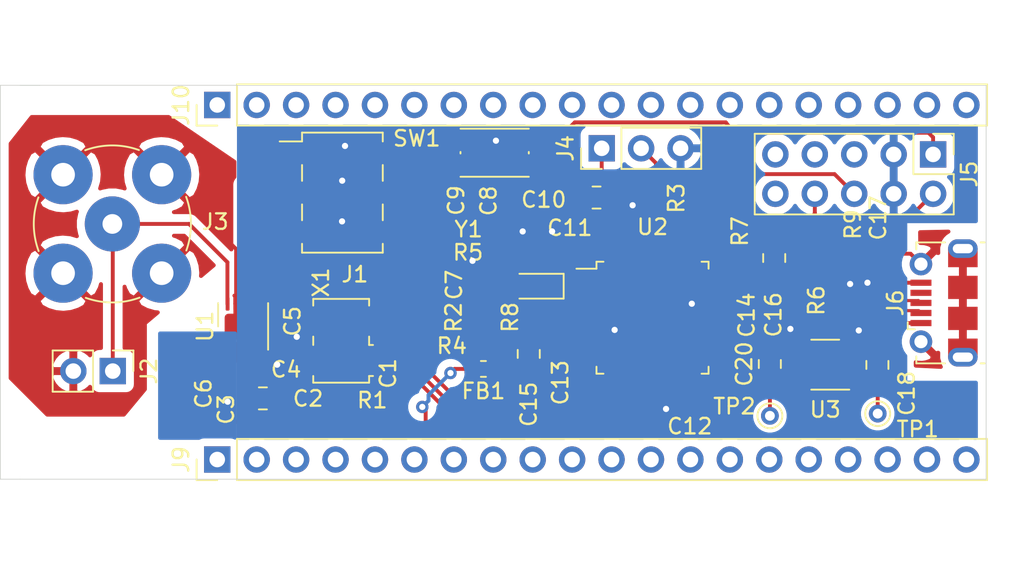
<source format=kicad_pcb>
(kicad_pcb (version 20171130) (host pcbnew "(5.1.5-0)")

  (general
    (thickness 1.6)
    (drawings 6)
    (tracks 337)
    (zones 0)
    (modules 45)
    (nets 28)
  )

  (page A4)
  (layers
    (0 F.Cu signal)
    (31 B.Cu power)
    (32 B.Adhes user)
    (33 F.Adhes user)
    (34 B.Paste user)
    (35 F.Paste user)
    (36 B.SilkS user)
    (37 F.SilkS user)
    (38 B.Mask user)
    (39 F.Mask user)
    (40 Dwgs.User user)
    (41 Cmts.User user)
    (42 Eco1.User user)
    (43 Eco2.User user)
    (44 Edge.Cuts user)
    (45 Margin user)
    (46 B.CrtYd user)
    (47 F.CrtYd user)
    (48 B.Fab user)
    (49 F.Fab user)
  )

  (setup
    (last_trace_width 0.25)
    (trace_clearance 0.2)
    (zone_clearance 0.508)
    (zone_45_only no)
    (trace_min 0.2)
    (via_size 0.8)
    (via_drill 0.4)
    (via_min_size 0.4)
    (via_min_drill 0.3)
    (uvia_size 0.3)
    (uvia_drill 0.1)
    (uvias_allowed no)
    (uvia_min_size 0.2)
    (uvia_min_drill 0.1)
    (edge_width 0.05)
    (segment_width 0.2)
    (pcb_text_width 0.3)
    (pcb_text_size 1.5 1.5)
    (mod_edge_width 0.12)
    (mod_text_size 1 1)
    (mod_text_width 0.15)
    (pad_size 1.524 1.524)
    (pad_drill 0.762)
    (pad_to_mask_clearance 0.051)
    (solder_mask_min_width 0.25)
    (aux_axis_origin 0 0)
    (visible_elements FFFDFF7F)
    (pcbplotparams
      (layerselection 0x010fc_ffffffff)
      (usegerberextensions true)
      (usegerberattributes false)
      (usegerberadvancedattributes false)
      (creategerberjobfile false)
      (excludeedgelayer true)
      (linewidth 0.100000)
      (plotframeref false)
      (viasonmask false)
      (mode 1)
      (useauxorigin false)
      (hpglpennumber 1)
      (hpglpenspeed 20)
      (hpglpendiameter 15.000000)
      (psnegative false)
      (psa4output false)
      (plotreference true)
      (plotvalue true)
      (plotinvisibletext false)
      (padsonsilk false)
      (subtractmaskfromsilk false)
      (outputformat 1)
      (mirror false)
      (drillshape 0)
      (scaleselection 1)
      (outputdirectory "pkg/"))
  )

  (net 0 "")
  (net 1 GND)
  (net 2 "/DDS Chip/OSC_EN")
  (net 3 "/DDS Chip/DDS_VCAP")
  (net 4 +3V3)
  (net 5 "/DDS Chip/AD9837_COMP")
  (net 6 "Net-(C7-Pad1)")
  (net 7 /MCU/OSC_IN)
  (net 8 "Net-(C9-Pad1)")
  (net 9 +3.3VA)
  (net 10 "Net-(C17-Pad2)")
  (net 11 +5V)
  (net 12 "/DDS Chip/DDS_FSYNC")
  (net 13 "/DDS Chip/DDS_SCLK")
  (net 14 "/DDS Chip/DDS_SDATA")
  (net 15 "/DDS Chip/DDS_VOUT")
  (net 16 /MCU/BOOT_SW_SEL)
  (net 17 /MCU/SWDIO_FLT)
  (net 18 /MCU/SWCLK_FLT)
  (net 19 /MCU/RST_L_FLT)
  (net 20 /MCU/RESET_L)
  (net 21 /MCU/BOOT_SW)
  (net 22 /MCU/OSC_OUT)
  (net 23 /MCU/SWDIO)
  (net 24 /MCU/SWCLK)
  (net 25 "/DDS Chip/DDS_MCLK")
  (net 26 /MCU/USB_D_N)
  (net 27 /MCU/USB_D_P)

  (net_class Default "This is the default net class."
    (clearance 0.2)
    (trace_width 0.25)
    (via_dia 0.8)
    (via_drill 0.4)
    (uvia_dia 0.3)
    (uvia_drill 0.1)
    (add_net +3.3VA)
    (add_net +3V3)
    (add_net +5V)
    (add_net "/DDS Chip/AD9837_COMP")
    (add_net "/DDS Chip/DDS_FSYNC")
    (add_net "/DDS Chip/DDS_MCLK")
    (add_net "/DDS Chip/DDS_SCLK")
    (add_net "/DDS Chip/DDS_SDATA")
    (add_net "/DDS Chip/DDS_VCAP")
    (add_net "/DDS Chip/DDS_VOUT")
    (add_net "/DDS Chip/OSC_EN")
    (add_net /MCU/BOOT_SW)
    (add_net /MCU/BOOT_SW_SEL)
    (add_net /MCU/OSC_IN)
    (add_net /MCU/OSC_OUT)
    (add_net /MCU/RESET_L)
    (add_net /MCU/RST_L_FLT)
    (add_net /MCU/SWCLK)
    (add_net /MCU/SWCLK_FLT)
    (add_net /MCU/SWDIO)
    (add_net /MCU/SWDIO_FLT)
    (add_net /MCU/USB_D_N)
    (add_net /MCU/USB_D_P)
    (add_net GND)
    (add_net "Net-(C17-Pad2)")
    (add_net "Net-(C7-Pad1)")
    (add_net "Net-(C9-Pad1)")
  )

  (module Connector_PinHeader_2.54mm:PinHeader_2x03_P2.54mm_Vertical_SMD (layer F.Cu) (tedit 59FED5CC) (tstamp 5E3D6FA5)
    (at 165.5422 66.6115)
    (descr "surface-mounted straight pin header, 2x03, 2.54mm pitch, double rows")
    (tags "Surface mounted pin header SMD 2x03 2.54mm double row")
    (path /5E344A1B/5E3AC389)
    (attr smd)
    (fp_text reference J1 (at 0.8024 5.2705) (layer F.SilkS)
      (effects (font (size 1 1) (thickness 0.15)))
    )
    (fp_text value Conn_02x03_Odd_Even (at 0 4.87) (layer F.Fab)
      (effects (font (size 1 1) (thickness 0.15)))
    )
    (fp_line (start 2.54 3.81) (end -2.54 3.81) (layer F.Fab) (width 0.1))
    (fp_line (start -1.59 -3.81) (end 2.54 -3.81) (layer F.Fab) (width 0.1))
    (fp_line (start -2.54 3.81) (end -2.54 -2.86) (layer F.Fab) (width 0.1))
    (fp_line (start -2.54 -2.86) (end -1.59 -3.81) (layer F.Fab) (width 0.1))
    (fp_line (start 2.54 -3.81) (end 2.54 3.81) (layer F.Fab) (width 0.1))
    (fp_line (start -2.54 -2.86) (end -3.6 -2.86) (layer F.Fab) (width 0.1))
    (fp_line (start -3.6 -2.86) (end -3.6 -2.22) (layer F.Fab) (width 0.1))
    (fp_line (start -3.6 -2.22) (end -2.54 -2.22) (layer F.Fab) (width 0.1))
    (fp_line (start 2.54 -2.86) (end 3.6 -2.86) (layer F.Fab) (width 0.1))
    (fp_line (start 3.6 -2.86) (end 3.6 -2.22) (layer F.Fab) (width 0.1))
    (fp_line (start 3.6 -2.22) (end 2.54 -2.22) (layer F.Fab) (width 0.1))
    (fp_line (start -2.54 -0.32) (end -3.6 -0.32) (layer F.Fab) (width 0.1))
    (fp_line (start -3.6 -0.32) (end -3.6 0.32) (layer F.Fab) (width 0.1))
    (fp_line (start -3.6 0.32) (end -2.54 0.32) (layer F.Fab) (width 0.1))
    (fp_line (start 2.54 -0.32) (end 3.6 -0.32) (layer F.Fab) (width 0.1))
    (fp_line (start 3.6 -0.32) (end 3.6 0.32) (layer F.Fab) (width 0.1))
    (fp_line (start 3.6 0.32) (end 2.54 0.32) (layer F.Fab) (width 0.1))
    (fp_line (start -2.54 2.22) (end -3.6 2.22) (layer F.Fab) (width 0.1))
    (fp_line (start -3.6 2.22) (end -3.6 2.86) (layer F.Fab) (width 0.1))
    (fp_line (start -3.6 2.86) (end -2.54 2.86) (layer F.Fab) (width 0.1))
    (fp_line (start 2.54 2.22) (end 3.6 2.22) (layer F.Fab) (width 0.1))
    (fp_line (start 3.6 2.22) (end 3.6 2.86) (layer F.Fab) (width 0.1))
    (fp_line (start 3.6 2.86) (end 2.54 2.86) (layer F.Fab) (width 0.1))
    (fp_line (start -2.6 -3.87) (end 2.6 -3.87) (layer F.SilkS) (width 0.12))
    (fp_line (start -2.6 3.87) (end 2.6 3.87) (layer F.SilkS) (width 0.12))
    (fp_line (start -4.04 -3.3) (end -2.6 -3.3) (layer F.SilkS) (width 0.12))
    (fp_line (start -2.6 -3.87) (end -2.6 -3.3) (layer F.SilkS) (width 0.12))
    (fp_line (start 2.6 -3.87) (end 2.6 -3.3) (layer F.SilkS) (width 0.12))
    (fp_line (start -2.6 3.3) (end -2.6 3.87) (layer F.SilkS) (width 0.12))
    (fp_line (start 2.6 3.3) (end 2.6 3.87) (layer F.SilkS) (width 0.12))
    (fp_line (start -2.6 -1.78) (end -2.6 -0.76) (layer F.SilkS) (width 0.12))
    (fp_line (start 2.6 -1.78) (end 2.6 -0.76) (layer F.SilkS) (width 0.12))
    (fp_line (start -2.6 0.76) (end -2.6 1.78) (layer F.SilkS) (width 0.12))
    (fp_line (start 2.6 0.76) (end 2.6 1.78) (layer F.SilkS) (width 0.12))
    (fp_line (start -5.9 -4.35) (end -5.9 4.35) (layer F.CrtYd) (width 0.05))
    (fp_line (start -5.9 4.35) (end 5.9 4.35) (layer F.CrtYd) (width 0.05))
    (fp_line (start 5.9 4.35) (end 5.9 -4.35) (layer F.CrtYd) (width 0.05))
    (fp_line (start 5.9 -4.35) (end -5.9 -4.35) (layer F.CrtYd) (width 0.05))
    (fp_text user %R (at 0 0 90) (layer F.Fab)
      (effects (font (size 1 1) (thickness 0.15)))
    )
    (pad 1 smd rect (at -2.525 -2.54) (size 3.15 1) (layers F.Cu F.Paste F.Mask)
      (net 12 "/DDS Chip/DDS_FSYNC"))
    (pad 2 smd rect (at 2.525 -2.54) (size 3.15 1) (layers F.Cu F.Paste F.Mask)
      (net 1 GND))
    (pad 3 smd rect (at -2.525 0) (size 3.15 1) (layers F.Cu F.Paste F.Mask)
      (net 13 "/DDS Chip/DDS_SCLK"))
    (pad 4 smd rect (at 2.525 0) (size 3.15 1) (layers F.Cu F.Paste F.Mask)
      (net 1 GND))
    (pad 5 smd rect (at -2.525 2.54) (size 3.15 1) (layers F.Cu F.Paste F.Mask)
      (net 14 "/DDS Chip/DDS_SDATA"))
    (pad 6 smd rect (at 2.525 2.54) (size 3.15 1) (layers F.Cu F.Paste F.Mask)
      (net 1 GND))
    (model ${KISYS3DMOD}/Connector_PinHeader_2.54mm.3dshapes/PinHeader_2x03_P2.54mm_Vertical_SMD.wrl
      (at (xyz 0 0 0))
      (scale (xyz 1 1 1))
      (rotate (xyz 0 0 0))
    )
  )

  (module Capacitor_SMD:C_0402_1005Metric (layer F.Cu) (tedit 5B301BBE) (tstamp 5E3D6E27)
    (at 168.34104 76.16444 90)
    (descr "Capacitor SMD 0402 (1005 Metric), square (rectangular) end terminal, IPC_7351 nominal, (Body size source: http://www.tortai-tech.com/upload/download/2011102023233369053.pdf), generated with kicad-footprint-generator")
    (tags capacitor)
    (path /5E344A1B/5E361097)
    (attr smd)
    (fp_text reference C1 (at -2.1082 0.1397 90) (layer F.SilkS)
      (effects (font (size 1 1) (thickness 0.15)))
    )
    (fp_text value 100nF (at 0 1.17 90) (layer F.Fab)
      (effects (font (size 1 1) (thickness 0.15)))
    )
    (fp_text user %R (at 0 0 90) (layer F.Fab)
      (effects (font (size 0.25 0.25) (thickness 0.04)))
    )
    (fp_line (start 0.93 0.47) (end -0.93 0.47) (layer F.CrtYd) (width 0.05))
    (fp_line (start 0.93 -0.47) (end 0.93 0.47) (layer F.CrtYd) (width 0.05))
    (fp_line (start -0.93 -0.47) (end 0.93 -0.47) (layer F.CrtYd) (width 0.05))
    (fp_line (start -0.93 0.47) (end -0.93 -0.47) (layer F.CrtYd) (width 0.05))
    (fp_line (start 0.5 0.25) (end -0.5 0.25) (layer F.Fab) (width 0.1))
    (fp_line (start 0.5 -0.25) (end 0.5 0.25) (layer F.Fab) (width 0.1))
    (fp_line (start -0.5 -0.25) (end 0.5 -0.25) (layer F.Fab) (width 0.1))
    (fp_line (start -0.5 0.25) (end -0.5 -0.25) (layer F.Fab) (width 0.1))
    (pad 2 smd roundrect (at 0.485 0 90) (size 0.59 0.64) (layers F.Cu F.Paste F.Mask) (roundrect_rratio 0.25)
      (net 1 GND))
    (pad 1 smd roundrect (at -0.485 0 90) (size 0.59 0.64) (layers F.Cu F.Paste F.Mask) (roundrect_rratio 0.25)
      (net 2 "/DDS Chip/OSC_EN"))
    (model ${KISYS3DMOD}/Capacitor_SMD.3dshapes/C_0402_1005Metric.wrl
      (at (xyz 0 0 0))
      (scale (xyz 1 1 1))
      (rotate (xyz 0 0 0))
    )
  )

  (module Capacitor_SMD:C_0805_2012Metric (layer F.Cu) (tedit 5B36C52B) (tstamp 5E3D6E38)
    (at 160.41902 79.87792)
    (descr "Capacitor SMD 0805 (2012 Metric), square (rectangular) end terminal, IPC_7351 nominal, (Body size source: https://docs.google.com/spreadsheets/d/1BsfQQcO9C6DZCsRaXUlFlo91Tg2WpOkGARC1WS5S8t0/edit?usp=sharing), generated with kicad-footprint-generator")
    (tags capacitor)
    (path /5E344A1B/5E34B8C1)
    (attr smd)
    (fp_text reference C2 (at 2.9106 0.0127) (layer F.SilkS)
      (effects (font (size 1 1) (thickness 0.15)))
    )
    (fp_text value 10uF (at 0 1.65) (layer F.Fab)
      (effects (font (size 1 1) (thickness 0.15)))
    )
    (fp_line (start -1 0.6) (end -1 -0.6) (layer F.Fab) (width 0.1))
    (fp_line (start -1 -0.6) (end 1 -0.6) (layer F.Fab) (width 0.1))
    (fp_line (start 1 -0.6) (end 1 0.6) (layer F.Fab) (width 0.1))
    (fp_line (start 1 0.6) (end -1 0.6) (layer F.Fab) (width 0.1))
    (fp_line (start -0.258578 -0.71) (end 0.258578 -0.71) (layer F.SilkS) (width 0.12))
    (fp_line (start -0.258578 0.71) (end 0.258578 0.71) (layer F.SilkS) (width 0.12))
    (fp_line (start -1.68 0.95) (end -1.68 -0.95) (layer F.CrtYd) (width 0.05))
    (fp_line (start -1.68 -0.95) (end 1.68 -0.95) (layer F.CrtYd) (width 0.05))
    (fp_line (start 1.68 -0.95) (end 1.68 0.95) (layer F.CrtYd) (width 0.05))
    (fp_line (start 1.68 0.95) (end -1.68 0.95) (layer F.CrtYd) (width 0.05))
    (fp_text user %R (at 0 0) (layer F.Fab)
      (effects (font (size 0.5 0.5) (thickness 0.08)))
    )
    (pad 1 smd roundrect (at -0.9375 0) (size 0.975 1.4) (layers F.Cu F.Paste F.Mask) (roundrect_rratio 0.25)
      (net 3 "/DDS Chip/DDS_VCAP"))
    (pad 2 smd roundrect (at 0.9375 0) (size 0.975 1.4) (layers F.Cu F.Paste F.Mask) (roundrect_rratio 0.25)
      (net 1 GND))
    (model ${KISYS3DMOD}/Capacitor_SMD.3dshapes/C_0805_2012Metric.wrl
      (at (xyz 0 0 0))
      (scale (xyz 1 1 1))
      (rotate (xyz 0 0 0))
    )
  )

  (module Capacitor_SMD:C_0402_1005Metric (layer F.Cu) (tedit 5B301BBE) (tstamp 5E3DA476)
    (at 158.04134 78.56234 270)
    (descr "Capacitor SMD 0402 (1005 Metric), square (rectangular) end terminal, IPC_7351 nominal, (Body size source: http://www.tortai-tech.com/upload/download/2011102023233369053.pdf), generated with kicad-footprint-generator")
    (tags capacitor)
    (path /5E344A1B/5E34EA95)
    (attr smd)
    (fp_text reference C3 (at 2.032 0 90) (layer F.SilkS)
      (effects (font (size 1 1) (thickness 0.15)))
    )
    (fp_text value 100nF (at 0 1.17 90) (layer F.Fab)
      (effects (font (size 1 1) (thickness 0.15)))
    )
    (fp_line (start -0.5 0.25) (end -0.5 -0.25) (layer F.Fab) (width 0.1))
    (fp_line (start -0.5 -0.25) (end 0.5 -0.25) (layer F.Fab) (width 0.1))
    (fp_line (start 0.5 -0.25) (end 0.5 0.25) (layer F.Fab) (width 0.1))
    (fp_line (start 0.5 0.25) (end -0.5 0.25) (layer F.Fab) (width 0.1))
    (fp_line (start -0.93 0.47) (end -0.93 -0.47) (layer F.CrtYd) (width 0.05))
    (fp_line (start -0.93 -0.47) (end 0.93 -0.47) (layer F.CrtYd) (width 0.05))
    (fp_line (start 0.93 -0.47) (end 0.93 0.47) (layer F.CrtYd) (width 0.05))
    (fp_line (start 0.93 0.47) (end -0.93 0.47) (layer F.CrtYd) (width 0.05))
    (fp_text user %R (at 0 0 90) (layer F.Fab)
      (effects (font (size 0.25 0.25) (thickness 0.04)))
    )
    (pad 1 smd roundrect (at -0.485 0 270) (size 0.59 0.64) (layers F.Cu F.Paste F.Mask) (roundrect_rratio 0.25)
      (net 4 +3V3))
    (pad 2 smd roundrect (at 0.485 0 270) (size 0.59 0.64) (layers F.Cu F.Paste F.Mask) (roundrect_rratio 0.25)
      (net 1 GND))
    (model ${KISYS3DMOD}/Capacitor_SMD.3dshapes/C_0402_1005Metric.wrl
      (at (xyz 0 0 0))
      (scale (xyz 1 1 1))
      (rotate (xyz 0 0 0))
    )
  )

  (module Capacitor_SMD:C_0402_1005Metric (layer F.Cu) (tedit 5B301BBE) (tstamp 5E416C3E)
    (at 159.77856 78.12024)
    (descr "Capacitor SMD 0402 (1005 Metric), square (rectangular) end terminal, IPC_7351 nominal, (Body size source: http://www.tortai-tech.com/upload/download/2011102023233369053.pdf), generated with kicad-footprint-generator")
    (tags capacitor)
    (path /5E344A1B/5E34CB4B)
    (attr smd)
    (fp_text reference C4 (at 2.1336 -0.1016) (layer F.SilkS)
      (effects (font (size 1 1) (thickness 0.15)))
    )
    (fp_text value 100nF (at 0 1.17) (layer F.Fab)
      (effects (font (size 1 1) (thickness 0.15)))
    )
    (fp_text user %R (at 0 0) (layer F.Fab)
      (effects (font (size 0.25 0.25) (thickness 0.04)))
    )
    (fp_line (start 0.93 0.47) (end -0.93 0.47) (layer F.CrtYd) (width 0.05))
    (fp_line (start 0.93 -0.47) (end 0.93 0.47) (layer F.CrtYd) (width 0.05))
    (fp_line (start -0.93 -0.47) (end 0.93 -0.47) (layer F.CrtYd) (width 0.05))
    (fp_line (start -0.93 0.47) (end -0.93 -0.47) (layer F.CrtYd) (width 0.05))
    (fp_line (start 0.5 0.25) (end -0.5 0.25) (layer F.Fab) (width 0.1))
    (fp_line (start 0.5 -0.25) (end 0.5 0.25) (layer F.Fab) (width 0.1))
    (fp_line (start -0.5 -0.25) (end 0.5 -0.25) (layer F.Fab) (width 0.1))
    (fp_line (start -0.5 0.25) (end -0.5 -0.25) (layer F.Fab) (width 0.1))
    (pad 2 smd roundrect (at 0.485 0) (size 0.59 0.64) (layers F.Cu F.Paste F.Mask) (roundrect_rratio 0.25)
      (net 1 GND))
    (pad 1 smd roundrect (at -0.485 0) (size 0.59 0.64) (layers F.Cu F.Paste F.Mask) (roundrect_rratio 0.25)
      (net 3 "/DDS Chip/DDS_VCAP"))
    (model ${KISYS3DMOD}/Capacitor_SMD.3dshapes/C_0402_1005Metric.wrl
      (at (xyz 0 0 0))
      (scale (xyz 1 1 1))
      (rotate (xyz 0 0 0))
    )
  )

  (module Capacitor_SMD:C_0402_1005Metric (layer F.Cu) (tedit 5B301BBE) (tstamp 5E3D6E65)
    (at 162.50412 77.53604 90)
    (descr "Capacitor SMD 0402 (1005 Metric), square (rectangular) end terminal, IPC_7351 nominal, (Body size source: http://www.tortai-tech.com/upload/download/2011102023233369053.pdf), generated with kicad-footprint-generator")
    (tags capacitor)
    (path /5E344A1B/5E36520C)
    (attr smd)
    (fp_text reference C5 (at 2.6289 -0.1778 90) (layer F.SilkS)
      (effects (font (size 1 1) (thickness 0.15)))
    )
    (fp_text value 100nF (at 0 1.17 90) (layer F.Fab)
      (effects (font (size 1 1) (thickness 0.15)))
    )
    (fp_text user %R (at 0 0 90) (layer F.Fab)
      (effects (font (size 0.25 0.25) (thickness 0.04)))
    )
    (fp_line (start 0.93 0.47) (end -0.93 0.47) (layer F.CrtYd) (width 0.05))
    (fp_line (start 0.93 -0.47) (end 0.93 0.47) (layer F.CrtYd) (width 0.05))
    (fp_line (start -0.93 -0.47) (end 0.93 -0.47) (layer F.CrtYd) (width 0.05))
    (fp_line (start -0.93 0.47) (end -0.93 -0.47) (layer F.CrtYd) (width 0.05))
    (fp_line (start 0.5 0.25) (end -0.5 0.25) (layer F.Fab) (width 0.1))
    (fp_line (start 0.5 -0.25) (end 0.5 0.25) (layer F.Fab) (width 0.1))
    (fp_line (start -0.5 -0.25) (end 0.5 -0.25) (layer F.Fab) (width 0.1))
    (fp_line (start -0.5 0.25) (end -0.5 -0.25) (layer F.Fab) (width 0.1))
    (pad 2 smd roundrect (at 0.485 0 90) (size 0.59 0.64) (layers F.Cu F.Paste F.Mask) (roundrect_rratio 0.25)
      (net 1 GND))
    (pad 1 smd roundrect (at -0.485 0 90) (size 0.59 0.64) (layers F.Cu F.Paste F.Mask) (roundrect_rratio 0.25)
      (net 4 +3V3))
    (model ${KISYS3DMOD}/Capacitor_SMD.3dshapes/C_0402_1005Metric.wrl
      (at (xyz 0 0 0))
      (scale (xyz 1 1 1))
      (rotate (xyz 0 0 0))
    )
  )

  (module Capacitor_SMD:C_0402_1005Metric (layer F.Cu) (tedit 5B301BBE) (tstamp 5E3D6E74)
    (at 156.62134 77.52334 270)
    (descr "Capacitor SMD 0402 (1005 Metric), square (rectangular) end terminal, IPC_7351 nominal, (Body size source: http://www.tortai-tech.com/upload/download/2011102023233369053.pdf), generated with kicad-footprint-generator")
    (tags capacitor)
    (path /5E344A1B/5E34F380)
    (attr smd)
    (fp_text reference C6 (at 2.0447 0.0278 90) (layer F.SilkS)
      (effects (font (size 1 1) (thickness 0.15)))
    )
    (fp_text value 10nF (at 0 1.17 90) (layer F.Fab)
      (effects (font (size 1 1) (thickness 0.15)))
    )
    (fp_text user %R (at 0 0 90) (layer F.Fab)
      (effects (font (size 0.25 0.25) (thickness 0.04)))
    )
    (fp_line (start 0.93 0.47) (end -0.93 0.47) (layer F.CrtYd) (width 0.05))
    (fp_line (start 0.93 -0.47) (end 0.93 0.47) (layer F.CrtYd) (width 0.05))
    (fp_line (start -0.93 -0.47) (end 0.93 -0.47) (layer F.CrtYd) (width 0.05))
    (fp_line (start -0.93 0.47) (end -0.93 -0.47) (layer F.CrtYd) (width 0.05))
    (fp_line (start 0.5 0.25) (end -0.5 0.25) (layer F.Fab) (width 0.1))
    (fp_line (start 0.5 -0.25) (end 0.5 0.25) (layer F.Fab) (width 0.1))
    (fp_line (start -0.5 -0.25) (end 0.5 -0.25) (layer F.Fab) (width 0.1))
    (fp_line (start -0.5 0.25) (end -0.5 -0.25) (layer F.Fab) (width 0.1))
    (pad 2 smd roundrect (at 0.485 0 270) (size 0.59 0.64) (layers F.Cu F.Paste F.Mask) (roundrect_rratio 0.25)
      (net 4 +3V3))
    (pad 1 smd roundrect (at -0.485 0 270) (size 0.59 0.64) (layers F.Cu F.Paste F.Mask) (roundrect_rratio 0.25)
      (net 5 "/DDS Chip/AD9837_COMP"))
    (model ${KISYS3DMOD}/Capacitor_SMD.3dshapes/C_0402_1005Metric.wrl
      (at (xyz 0 0 0))
      (scale (xyz 1 1 1))
      (rotate (xyz 0 0 0))
    )
  )

  (module Capacitor_SMD:C_0402_1005Metric (layer F.Cu) (tedit 5B301BBE) (tstamp 5E3D6E83)
    (at 173.87824 72.57556 90)
    (descr "Capacitor SMD 0402 (1005 Metric), square (rectangular) end terminal, IPC_7351 nominal, (Body size source: http://www.tortai-tech.com/upload/download/2011102023233369053.pdf), generated with kicad-footprint-generator")
    (tags capacitor)
    (path /5E381CE2/5E38C56F)
    (attr smd)
    (fp_text reference C7 (at 0.01792 -1.143 90) (layer F.SilkS)
      (effects (font (size 1 1) (thickness 0.15)))
    )
    (fp_text value 100pF (at 0 1.17 90) (layer F.Fab)
      (effects (font (size 1 1) (thickness 0.15)))
    )
    (fp_line (start -0.5 0.25) (end -0.5 -0.25) (layer F.Fab) (width 0.1))
    (fp_line (start -0.5 -0.25) (end 0.5 -0.25) (layer F.Fab) (width 0.1))
    (fp_line (start 0.5 -0.25) (end 0.5 0.25) (layer F.Fab) (width 0.1))
    (fp_line (start 0.5 0.25) (end -0.5 0.25) (layer F.Fab) (width 0.1))
    (fp_line (start -0.93 0.47) (end -0.93 -0.47) (layer F.CrtYd) (width 0.05))
    (fp_line (start -0.93 -0.47) (end 0.93 -0.47) (layer F.CrtYd) (width 0.05))
    (fp_line (start 0.93 -0.47) (end 0.93 0.47) (layer F.CrtYd) (width 0.05))
    (fp_line (start 0.93 0.47) (end -0.93 0.47) (layer F.CrtYd) (width 0.05))
    (fp_text user %R (at 0 0 90) (layer F.Fab)
      (effects (font (size 0.25 0.25) (thickness 0.04)))
    )
    (pad 1 smd roundrect (at -0.485 0 90) (size 0.59 0.64) (layers F.Cu F.Paste F.Mask) (roundrect_rratio 0.25)
      (net 6 "Net-(C7-Pad1)"))
    (pad 2 smd roundrect (at 0.485 0 90) (size 0.59 0.64) (layers F.Cu F.Paste F.Mask) (roundrect_rratio 0.25)
      (net 1 GND))
    (model ${KISYS3DMOD}/Capacitor_SMD.3dshapes/C_0402_1005Metric.wrl
      (at (xyz 0 0 0))
      (scale (xyz 1 1 1))
      (rotate (xyz 0 0 0))
    )
  )

  (module Capacitor_SMD:C_0402_1005Metric (layer F.Cu) (tedit 5B301BBE) (tstamp 5E3D9B7B)
    (at 179.07 70.612 90)
    (descr "Capacitor SMD 0402 (1005 Metric), square (rectangular) end terminal, IPC_7351 nominal, (Body size source: http://www.tortai-tech.com/upload/download/2011102023233369053.pdf), generated with kicad-footprint-generator")
    (tags capacitor)
    (path /5E381CE2/5E464A0B)
    (attr smd)
    (fp_text reference C8 (at 3.4671 -4.1148 90) (layer F.SilkS)
      (effects (font (size 1 1) (thickness 0.15)))
    )
    (fp_text value 10pF (at 0 1.17 90) (layer F.Fab)
      (effects (font (size 1 1) (thickness 0.15)))
    )
    (fp_text user %R (at 0 0 90) (layer F.Fab)
      (effects (font (size 0.25 0.25) (thickness 0.04)))
    )
    (fp_line (start 0.93 0.47) (end -0.93 0.47) (layer F.CrtYd) (width 0.05))
    (fp_line (start 0.93 -0.47) (end 0.93 0.47) (layer F.CrtYd) (width 0.05))
    (fp_line (start -0.93 -0.47) (end 0.93 -0.47) (layer F.CrtYd) (width 0.05))
    (fp_line (start -0.93 0.47) (end -0.93 -0.47) (layer F.CrtYd) (width 0.05))
    (fp_line (start 0.5 0.25) (end -0.5 0.25) (layer F.Fab) (width 0.1))
    (fp_line (start 0.5 -0.25) (end 0.5 0.25) (layer F.Fab) (width 0.1))
    (fp_line (start -0.5 -0.25) (end 0.5 -0.25) (layer F.Fab) (width 0.1))
    (fp_line (start -0.5 0.25) (end -0.5 -0.25) (layer F.Fab) (width 0.1))
    (pad 2 smd roundrect (at 0.485 0 90) (size 0.59 0.64) (layers F.Cu F.Paste F.Mask) (roundrect_rratio 0.25)
      (net 1 GND))
    (pad 1 smd roundrect (at -0.485 0 90) (size 0.59 0.64) (layers F.Cu F.Paste F.Mask) (roundrect_rratio 0.25)
      (net 7 /MCU/OSC_IN))
    (model ${KISYS3DMOD}/Capacitor_SMD.3dshapes/C_0402_1005Metric.wrl
      (at (xyz 0 0 0))
      (scale (xyz 1 1 1))
      (rotate (xyz 0 0 0))
    )
  )

  (module Capacitor_SMD:C_0402_1005Metric (layer F.Cu) (tedit 5B301BBE) (tstamp 5E3D6EA1)
    (at 177.165 70.612 90)
    (descr "Capacitor SMD 0402 (1005 Metric), square (rectangular) end terminal, IPC_7351 nominal, (Body size source: http://www.tortai-tech.com/upload/download/2011102023233369053.pdf), generated with kicad-footprint-generator")
    (tags capacitor)
    (path /5E381CE2/5E465210)
    (attr smd)
    (fp_text reference C9 (at 3.4925 -4.2926 90) (layer F.SilkS)
      (effects (font (size 1 1) (thickness 0.15)))
    )
    (fp_text value 10pF (at 0 1.17 90) (layer F.Fab)
      (effects (font (size 1 1) (thickness 0.15)))
    )
    (fp_line (start -0.5 0.25) (end -0.5 -0.25) (layer F.Fab) (width 0.1))
    (fp_line (start -0.5 -0.25) (end 0.5 -0.25) (layer F.Fab) (width 0.1))
    (fp_line (start 0.5 -0.25) (end 0.5 0.25) (layer F.Fab) (width 0.1))
    (fp_line (start 0.5 0.25) (end -0.5 0.25) (layer F.Fab) (width 0.1))
    (fp_line (start -0.93 0.47) (end -0.93 -0.47) (layer F.CrtYd) (width 0.05))
    (fp_line (start -0.93 -0.47) (end 0.93 -0.47) (layer F.CrtYd) (width 0.05))
    (fp_line (start 0.93 -0.47) (end 0.93 0.47) (layer F.CrtYd) (width 0.05))
    (fp_line (start 0.93 0.47) (end -0.93 0.47) (layer F.CrtYd) (width 0.05))
    (fp_text user %R (at 0 0 90) (layer F.Fab)
      (effects (font (size 0.25 0.25) (thickness 0.04)))
    )
    (pad 1 smd roundrect (at -0.485 0 90) (size 0.59 0.64) (layers F.Cu F.Paste F.Mask) (roundrect_rratio 0.25)
      (net 8 "Net-(C9-Pad1)"))
    (pad 2 smd roundrect (at 0.485 0 90) (size 0.59 0.64) (layers F.Cu F.Paste F.Mask) (roundrect_rratio 0.25)
      (net 1 GND))
    (model ${KISYS3DMOD}/Capacitor_SMD.3dshapes/C_0402_1005Metric.wrl
      (at (xyz 0 0 0))
      (scale (xyz 1 1 1))
      (rotate (xyz 0 0 0))
    )
  )

  (module Capacitor_SMD:C_0805_2012Metric (layer F.Cu) (tedit 5B36C52B) (tstamp 5E3D6EB2)
    (at 181.9125 66.929)
    (descr "Capacitor SMD 0805 (2012 Metric), square (rectangular) end terminal, IPC_7351 nominal, (Body size source: https://docs.google.com/spreadsheets/d/1BsfQQcO9C6DZCsRaXUlFlo91Tg2WpOkGARC1WS5S8t0/edit?usp=sharing), generated with kicad-footprint-generator")
    (tags capacitor)
    (path /5E381CE2/5E48CBC1)
    (attr smd)
    (fp_text reference C10 (at -3.4013 0.1397) (layer F.SilkS)
      (effects (font (size 1 1) (thickness 0.15)))
    )
    (fp_text value 4.7uF (at 0 1.65) (layer F.Fab)
      (effects (font (size 1 1) (thickness 0.15)))
    )
    (fp_text user %R (at 0 0) (layer F.Fab)
      (effects (font (size 0.5 0.5) (thickness 0.08)))
    )
    (fp_line (start 1.68 0.95) (end -1.68 0.95) (layer F.CrtYd) (width 0.05))
    (fp_line (start 1.68 -0.95) (end 1.68 0.95) (layer F.CrtYd) (width 0.05))
    (fp_line (start -1.68 -0.95) (end 1.68 -0.95) (layer F.CrtYd) (width 0.05))
    (fp_line (start -1.68 0.95) (end -1.68 -0.95) (layer F.CrtYd) (width 0.05))
    (fp_line (start -0.258578 0.71) (end 0.258578 0.71) (layer F.SilkS) (width 0.12))
    (fp_line (start -0.258578 -0.71) (end 0.258578 -0.71) (layer F.SilkS) (width 0.12))
    (fp_line (start 1 0.6) (end -1 0.6) (layer F.Fab) (width 0.1))
    (fp_line (start 1 -0.6) (end 1 0.6) (layer F.Fab) (width 0.1))
    (fp_line (start -1 -0.6) (end 1 -0.6) (layer F.Fab) (width 0.1))
    (fp_line (start -1 0.6) (end -1 -0.6) (layer F.Fab) (width 0.1))
    (pad 2 smd roundrect (at 0.9375 0) (size 0.975 1.4) (layers F.Cu F.Paste F.Mask) (roundrect_rratio 0.25)
      (net 1 GND))
    (pad 1 smd roundrect (at -0.9375 0) (size 0.975 1.4) (layers F.Cu F.Paste F.Mask) (roundrect_rratio 0.25)
      (net 4 +3V3))
    (model ${KISYS3DMOD}/Capacitor_SMD.3dshapes/C_0805_2012Metric.wrl
      (at (xyz 0 0 0))
      (scale (xyz 1 1 1))
      (rotate (xyz 0 0 0))
    )
  )

  (module Capacitor_SMD:C_0402_1005Metric (layer F.Cu) (tedit 5B301BBE) (tstamp 5E3D6EC1)
    (at 182.88 68.707)
    (descr "Capacitor SMD 0402 (1005 Metric), square (rectangular) end terminal, IPC_7351 nominal, (Body size source: http://www.tortai-tech.com/upload/download/2011102023233369053.pdf), generated with kicad-footprint-generator")
    (tags capacitor)
    (path /5E381CE2/5E38C4EC)
    (attr smd)
    (fp_text reference C11 (at -2.6924 0.1778) (layer F.SilkS)
      (effects (font (size 1 1) (thickness 0.15)))
    )
    (fp_text value 100nF (at 0 1.17) (layer F.Fab)
      (effects (font (size 1 1) (thickness 0.15)))
    )
    (fp_text user %R (at 0 0) (layer F.Fab)
      (effects (font (size 0.25 0.25) (thickness 0.04)))
    )
    (fp_line (start 0.93 0.47) (end -0.93 0.47) (layer F.CrtYd) (width 0.05))
    (fp_line (start 0.93 -0.47) (end 0.93 0.47) (layer F.CrtYd) (width 0.05))
    (fp_line (start -0.93 -0.47) (end 0.93 -0.47) (layer F.CrtYd) (width 0.05))
    (fp_line (start -0.93 0.47) (end -0.93 -0.47) (layer F.CrtYd) (width 0.05))
    (fp_line (start 0.5 0.25) (end -0.5 0.25) (layer F.Fab) (width 0.1))
    (fp_line (start 0.5 -0.25) (end 0.5 0.25) (layer F.Fab) (width 0.1))
    (fp_line (start -0.5 -0.25) (end 0.5 -0.25) (layer F.Fab) (width 0.1))
    (fp_line (start -0.5 0.25) (end -0.5 -0.25) (layer F.Fab) (width 0.1))
    (pad 2 smd roundrect (at 0.485 0) (size 0.59 0.64) (layers F.Cu F.Paste F.Mask) (roundrect_rratio 0.25)
      (net 1 GND))
    (pad 1 smd roundrect (at -0.485 0) (size 0.59 0.64) (layers F.Cu F.Paste F.Mask) (roundrect_rratio 0.25)
      (net 4 +3V3))
    (model ${KISYS3DMOD}/Capacitor_SMD.3dshapes/C_0402_1005Metric.wrl
      (at (xyz 0 0 0))
      (scale (xyz 1 1 1))
      (rotate (xyz 0 0 0))
    )
  )

  (module Capacitor_SMD:C_0402_1005Metric (layer F.Cu) (tedit 5B301BBE) (tstamp 5E3D6ED0)
    (at 187.91668 80.50784 180)
    (descr "Capacitor SMD 0402 (1005 Metric), square (rectangular) end terminal, IPC_7351 nominal, (Body size source: http://www.tortai-tech.com/upload/download/2011102023233369053.pdf), generated with kicad-footprint-generator")
    (tags capacitor)
    (path /5E381CE2/5E38C4E6)
    (attr smd)
    (fp_text reference C12 (at 0 -1.17) (layer F.SilkS)
      (effects (font (size 1 1) (thickness 0.15)))
    )
    (fp_text value 100nF (at 0 1.17) (layer F.Fab)
      (effects (font (size 1 1) (thickness 0.15)))
    )
    (fp_line (start -0.5 0.25) (end -0.5 -0.25) (layer F.Fab) (width 0.1))
    (fp_line (start -0.5 -0.25) (end 0.5 -0.25) (layer F.Fab) (width 0.1))
    (fp_line (start 0.5 -0.25) (end 0.5 0.25) (layer F.Fab) (width 0.1))
    (fp_line (start 0.5 0.25) (end -0.5 0.25) (layer F.Fab) (width 0.1))
    (fp_line (start -0.93 0.47) (end -0.93 -0.47) (layer F.CrtYd) (width 0.05))
    (fp_line (start -0.93 -0.47) (end 0.93 -0.47) (layer F.CrtYd) (width 0.05))
    (fp_line (start 0.93 -0.47) (end 0.93 0.47) (layer F.CrtYd) (width 0.05))
    (fp_line (start 0.93 0.47) (end -0.93 0.47) (layer F.CrtYd) (width 0.05))
    (fp_text user %R (at 0 0) (layer F.Fab)
      (effects (font (size 0.25 0.25) (thickness 0.04)))
    )
    (pad 1 smd roundrect (at -0.485 0 180) (size 0.59 0.64) (layers F.Cu F.Paste F.Mask) (roundrect_rratio 0.25)
      (net 4 +3V3))
    (pad 2 smd roundrect (at 0.485 0 180) (size 0.59 0.64) (layers F.Cu F.Paste F.Mask) (roundrect_rratio 0.25)
      (net 1 GND))
    (model ${KISYS3DMOD}/Capacitor_SMD.3dshapes/C_0402_1005Metric.wrl
      (at (xyz 0 0 0))
      (scale (xyz 1 1 1))
      (rotate (xyz 0 0 0))
    )
  )

  (module Capacitor_SMD:C_0402_1005Metric (layer F.Cu) (tedit 5B301BBE) (tstamp 5E3D6EDF)
    (at 179.578 76.05 90)
    (descr "Capacitor SMD 0402 (1005 Metric), square (rectangular) end terminal, IPC_7351 nominal, (Body size source: http://www.tortai-tech.com/upload/download/2011102023233369053.pdf), generated with kicad-footprint-generator")
    (tags capacitor)
    (path /5E381CE2/5E38C4F8)
    (attr smd)
    (fp_text reference C13 (at -2.817 0 90) (layer F.SilkS)
      (effects (font (size 1 1) (thickness 0.15)))
    )
    (fp_text value 10nF (at 0 1.17 90) (layer F.Fab)
      (effects (font (size 1 1) (thickness 0.15)))
    )
    (fp_line (start -0.5 0.25) (end -0.5 -0.25) (layer F.Fab) (width 0.1))
    (fp_line (start -0.5 -0.25) (end 0.5 -0.25) (layer F.Fab) (width 0.1))
    (fp_line (start 0.5 -0.25) (end 0.5 0.25) (layer F.Fab) (width 0.1))
    (fp_line (start 0.5 0.25) (end -0.5 0.25) (layer F.Fab) (width 0.1))
    (fp_line (start -0.93 0.47) (end -0.93 -0.47) (layer F.CrtYd) (width 0.05))
    (fp_line (start -0.93 -0.47) (end 0.93 -0.47) (layer F.CrtYd) (width 0.05))
    (fp_line (start 0.93 -0.47) (end 0.93 0.47) (layer F.CrtYd) (width 0.05))
    (fp_line (start 0.93 0.47) (end -0.93 0.47) (layer F.CrtYd) (width 0.05))
    (fp_text user %R (at 0 0 90) (layer F.Fab)
      (effects (font (size 0.25 0.25) (thickness 0.04)))
    )
    (pad 1 smd roundrect (at -0.485 0 90) (size 0.59 0.64) (layers F.Cu F.Paste F.Mask) (roundrect_rratio 0.25)
      (net 9 +3.3VA))
    (pad 2 smd roundrect (at 0.485 0 90) (size 0.59 0.64) (layers F.Cu F.Paste F.Mask) (roundrect_rratio 0.25)
      (net 1 GND))
    (model ${KISYS3DMOD}/Capacitor_SMD.3dshapes/C_0402_1005Metric.wrl
      (at (xyz 0 0 0))
      (scale (xyz 1 1 1))
      (rotate (xyz 0 0 0))
    )
  )

  (module Capacitor_SMD:C_0402_1005Metric (layer F.Cu) (tedit 5B301BBE) (tstamp 5E3D6EEE)
    (at 191.5922 71.6026 270)
    (descr "Capacitor SMD 0402 (1005 Metric), square (rectangular) end terminal, IPC_7351 nominal, (Body size source: http://www.tortai-tech.com/upload/download/2011102023233369053.pdf), generated with kicad-footprint-generator")
    (tags capacitor)
    (path /5E381CE2/5E42975A)
    (attr smd)
    (fp_text reference C14 (at 2.9083 0.0127 90) (layer F.SilkS)
      (effects (font (size 1 1) (thickness 0.15)))
    )
    (fp_text value 100nF (at 0 1.17 90) (layer F.Fab)
      (effects (font (size 1 1) (thickness 0.15)))
    )
    (fp_line (start -0.5 0.25) (end -0.5 -0.25) (layer F.Fab) (width 0.1))
    (fp_line (start -0.5 -0.25) (end 0.5 -0.25) (layer F.Fab) (width 0.1))
    (fp_line (start 0.5 -0.25) (end 0.5 0.25) (layer F.Fab) (width 0.1))
    (fp_line (start 0.5 0.25) (end -0.5 0.25) (layer F.Fab) (width 0.1))
    (fp_line (start -0.93 0.47) (end -0.93 -0.47) (layer F.CrtYd) (width 0.05))
    (fp_line (start -0.93 -0.47) (end 0.93 -0.47) (layer F.CrtYd) (width 0.05))
    (fp_line (start 0.93 -0.47) (end 0.93 0.47) (layer F.CrtYd) (width 0.05))
    (fp_line (start 0.93 0.47) (end -0.93 0.47) (layer F.CrtYd) (width 0.05))
    (fp_text user %R (at 0 0 90) (layer F.Fab)
      (effects (font (size 0.25 0.25) (thickness 0.04)))
    )
    (pad 1 smd roundrect (at -0.485 0 270) (size 0.59 0.64) (layers F.Cu F.Paste F.Mask) (roundrect_rratio 0.25)
      (net 4 +3V3))
    (pad 2 smd roundrect (at 0.485 0 270) (size 0.59 0.64) (layers F.Cu F.Paste F.Mask) (roundrect_rratio 0.25)
      (net 1 GND))
    (model ${KISYS3DMOD}/Capacitor_SMD.3dshapes/C_0402_1005Metric.wrl
      (at (xyz 0 0 0))
      (scale (xyz 1 1 1))
      (rotate (xyz 0 0 0))
    )
  )

  (module Capacitor_SMD:C_0805_2012Metric (layer F.Cu) (tedit 5B36C52B) (tstamp 5E3D6EFF)
    (at 177.546 77.0105 90)
    (descr "Capacitor SMD 0805 (2012 Metric), square (rectangular) end terminal, IPC_7351 nominal, (Body size source: https://docs.google.com/spreadsheets/d/1BsfQQcO9C6DZCsRaXUlFlo91Tg2WpOkGARC1WS5S8t0/edit?usp=sharing), generated with kicad-footprint-generator")
    (tags capacitor)
    (path /5E381CE2/5E38C53A)
    (attr smd)
    (fp_text reference C15 (at -3.2535 0 90) (layer F.SilkS)
      (effects (font (size 1 1) (thickness 0.15)))
    )
    (fp_text value 1uF (at 0 1.65 90) (layer F.Fab)
      (effects (font (size 1 1) (thickness 0.15)))
    )
    (fp_text user %R (at 0 0 90) (layer F.Fab)
      (effects (font (size 0.5 0.5) (thickness 0.08)))
    )
    (fp_line (start 1.68 0.95) (end -1.68 0.95) (layer F.CrtYd) (width 0.05))
    (fp_line (start 1.68 -0.95) (end 1.68 0.95) (layer F.CrtYd) (width 0.05))
    (fp_line (start -1.68 -0.95) (end 1.68 -0.95) (layer F.CrtYd) (width 0.05))
    (fp_line (start -1.68 0.95) (end -1.68 -0.95) (layer F.CrtYd) (width 0.05))
    (fp_line (start -0.258578 0.71) (end 0.258578 0.71) (layer F.SilkS) (width 0.12))
    (fp_line (start -0.258578 -0.71) (end 0.258578 -0.71) (layer F.SilkS) (width 0.12))
    (fp_line (start 1 0.6) (end -1 0.6) (layer F.Fab) (width 0.1))
    (fp_line (start 1 -0.6) (end 1 0.6) (layer F.Fab) (width 0.1))
    (fp_line (start -1 -0.6) (end 1 -0.6) (layer F.Fab) (width 0.1))
    (fp_line (start -1 0.6) (end -1 -0.6) (layer F.Fab) (width 0.1))
    (pad 2 smd roundrect (at 0.9375 0 90) (size 0.975 1.4) (layers F.Cu F.Paste F.Mask) (roundrect_rratio 0.25)
      (net 1 GND))
    (pad 1 smd roundrect (at -0.9375 0 90) (size 0.975 1.4) (layers F.Cu F.Paste F.Mask) (roundrect_rratio 0.25)
      (net 9 +3.3VA))
    (model ${KISYS3DMOD}/Capacitor_SMD.3dshapes/C_0805_2012Metric.wrl
      (at (xyz 0 0 0))
      (scale (xyz 1 1 1))
      (rotate (xyz 0 0 0))
    )
  )

  (module Capacitor_SMD:C_0805_2012Metric (layer F.Cu) (tedit 5B36C52B) (tstamp 5E3D6F10)
    (at 193.3575 70.8279 270)
    (descr "Capacitor SMD 0805 (2012 Metric), square (rectangular) end terminal, IPC_7351 nominal, (Body size source: https://docs.google.com/spreadsheets/d/1BsfQQcO9C6DZCsRaXUlFlo91Tg2WpOkGARC1WS5S8t0/edit?usp=sharing), generated with kicad-footprint-generator")
    (tags capacitor)
    (path /5E381CE2/5E38C4F2)
    (attr smd)
    (fp_text reference C16 (at 3.6576 0.0508 90) (layer F.SilkS)
      (effects (font (size 1 1) (thickness 0.15)))
    )
    (fp_text value 4.7uF (at 0 1.65 90) (layer F.Fab)
      (effects (font (size 1 1) (thickness 0.15)))
    )
    (fp_line (start -1 0.6) (end -1 -0.6) (layer F.Fab) (width 0.1))
    (fp_line (start -1 -0.6) (end 1 -0.6) (layer F.Fab) (width 0.1))
    (fp_line (start 1 -0.6) (end 1 0.6) (layer F.Fab) (width 0.1))
    (fp_line (start 1 0.6) (end -1 0.6) (layer F.Fab) (width 0.1))
    (fp_line (start -0.258578 -0.71) (end 0.258578 -0.71) (layer F.SilkS) (width 0.12))
    (fp_line (start -0.258578 0.71) (end 0.258578 0.71) (layer F.SilkS) (width 0.12))
    (fp_line (start -1.68 0.95) (end -1.68 -0.95) (layer F.CrtYd) (width 0.05))
    (fp_line (start -1.68 -0.95) (end 1.68 -0.95) (layer F.CrtYd) (width 0.05))
    (fp_line (start 1.68 -0.95) (end 1.68 0.95) (layer F.CrtYd) (width 0.05))
    (fp_line (start 1.68 0.95) (end -1.68 0.95) (layer F.CrtYd) (width 0.05))
    (fp_text user %R (at 0 0 90) (layer F.Fab)
      (effects (font (size 0.5 0.5) (thickness 0.08)))
    )
    (pad 1 smd roundrect (at -0.9375 0 270) (size 0.975 1.4) (layers F.Cu F.Paste F.Mask) (roundrect_rratio 0.25)
      (net 4 +3V3))
    (pad 2 smd roundrect (at 0.9375 0 270) (size 0.975 1.4) (layers F.Cu F.Paste F.Mask) (roundrect_rratio 0.25)
      (net 1 GND))
    (model ${KISYS3DMOD}/Capacitor_SMD.3dshapes/C_0805_2012Metric.wrl
      (at (xyz 0 0 0))
      (scale (xyz 1 1 1))
      (rotate (xyz 0 0 0))
    )
  )

  (module Capacitor_SMD:C_0402_1005Metric (layer F.Cu) (tedit 5B301BBE) (tstamp 5E3D6F1F)
    (at 200.0504 71.03364 90)
    (descr "Capacitor SMD 0402 (1005 Metric), square (rectangular) end terminal, IPC_7351 nominal, (Body size source: http://www.tortai-tech.com/upload/download/2011102023233369053.pdf), generated with kicad-footprint-generator")
    (tags capacitor)
    (path /5E4A0C9F/5E4A6430)
    (attr smd)
    (fp_text reference C17 (at 2.794 0 90) (layer F.SilkS)
      (effects (font (size 1 1) (thickness 0.15)))
    )
    (fp_text value 4.5nF (at 0 1.17 90) (layer F.Fab)
      (effects (font (size 1 1) (thickness 0.15)))
    )
    (fp_line (start -0.5 0.25) (end -0.5 -0.25) (layer F.Fab) (width 0.1))
    (fp_line (start -0.5 -0.25) (end 0.5 -0.25) (layer F.Fab) (width 0.1))
    (fp_line (start 0.5 -0.25) (end 0.5 0.25) (layer F.Fab) (width 0.1))
    (fp_line (start 0.5 0.25) (end -0.5 0.25) (layer F.Fab) (width 0.1))
    (fp_line (start -0.93 0.47) (end -0.93 -0.47) (layer F.CrtYd) (width 0.05))
    (fp_line (start -0.93 -0.47) (end 0.93 -0.47) (layer F.CrtYd) (width 0.05))
    (fp_line (start 0.93 -0.47) (end 0.93 0.47) (layer F.CrtYd) (width 0.05))
    (fp_line (start 0.93 0.47) (end -0.93 0.47) (layer F.CrtYd) (width 0.05))
    (fp_text user %R (at 0 0 90) (layer F.Fab)
      (effects (font (size 0.25 0.25) (thickness 0.04)))
    )
    (pad 1 smd roundrect (at -0.485 0 90) (size 0.59 0.64) (layers F.Cu F.Paste F.Mask) (roundrect_rratio 0.25)
      (net 1 GND))
    (pad 2 smd roundrect (at 0.485 0 90) (size 0.59 0.64) (layers F.Cu F.Paste F.Mask) (roundrect_rratio 0.25)
      (net 10 "Net-(C17-Pad2)"))
    (model ${KISYS3DMOD}/Capacitor_SMD.3dshapes/C_0402_1005Metric.wrl
      (at (xyz 0 0 0))
      (scale (xyz 1 1 1))
      (rotate (xyz 0 0 0))
    )
  )

  (module Capacitor_SMD:C_0805_2012Metric (layer F.Cu) (tedit 5B36C52B) (tstamp 5E414EF4)
    (at 200.00468 77.72146 90)
    (descr "Capacitor SMD 0805 (2012 Metric), square (rectangular) end terminal, IPC_7351 nominal, (Body size source: https://docs.google.com/spreadsheets/d/1BsfQQcO9C6DZCsRaXUlFlo91Tg2WpOkGARC1WS5S8t0/edit?usp=sharing), generated with kicad-footprint-generator")
    (tags capacitor)
    (path /5E4A0C9F/5E4AC757)
    (attr smd)
    (fp_text reference C18 (at -1.83388 1.88468 90) (layer F.SilkS)
      (effects (font (size 1 1) (thickness 0.15)))
    )
    (fp_text value 1uF (at 0 1.65 90) (layer F.Fab)
      (effects (font (size 1 1) (thickness 0.15)))
    )
    (fp_line (start -1 0.6) (end -1 -0.6) (layer F.Fab) (width 0.1))
    (fp_line (start -1 -0.6) (end 1 -0.6) (layer F.Fab) (width 0.1))
    (fp_line (start 1 -0.6) (end 1 0.6) (layer F.Fab) (width 0.1))
    (fp_line (start 1 0.6) (end -1 0.6) (layer F.Fab) (width 0.1))
    (fp_line (start -0.258578 -0.71) (end 0.258578 -0.71) (layer F.SilkS) (width 0.12))
    (fp_line (start -0.258578 0.71) (end 0.258578 0.71) (layer F.SilkS) (width 0.12))
    (fp_line (start -1.68 0.95) (end -1.68 -0.95) (layer F.CrtYd) (width 0.05))
    (fp_line (start -1.68 -0.95) (end 1.68 -0.95) (layer F.CrtYd) (width 0.05))
    (fp_line (start 1.68 -0.95) (end 1.68 0.95) (layer F.CrtYd) (width 0.05))
    (fp_line (start 1.68 0.95) (end -1.68 0.95) (layer F.CrtYd) (width 0.05))
    (fp_text user %R (at 0 0 90) (layer F.Fab)
      (effects (font (size 0.5 0.5) (thickness 0.08)))
    )
    (pad 1 smd roundrect (at -0.9375 0 90) (size 0.975 1.4) (layers F.Cu F.Paste F.Mask) (roundrect_rratio 0.25)
      (net 11 +5V))
    (pad 2 smd roundrect (at 0.9375 0 90) (size 0.975 1.4) (layers F.Cu F.Paste F.Mask) (roundrect_rratio 0.25)
      (net 1 GND))
    (model ${KISYS3DMOD}/Capacitor_SMD.3dshapes/C_0805_2012Metric.wrl
      (at (xyz 0 0 0))
      (scale (xyz 1 1 1))
      (rotate (xyz 0 0 0))
    )
  )

  (module Capacitor_SMD:C_0805_2012Metric (layer F.Cu) (tedit 5B36C52B) (tstamp 5E414E73)
    (at 193.07556 77.6628 90)
    (descr "Capacitor SMD 0805 (2012 Metric), square (rectangular) end terminal, IPC_7351 nominal, (Body size source: https://docs.google.com/spreadsheets/d/1BsfQQcO9C6DZCsRaXUlFlo91Tg2WpOkGARC1WS5S8t0/edit?usp=sharing), generated with kicad-footprint-generator")
    (tags capacitor)
    (path /5E4A0C9F/5E4AC748)
    (attr smd)
    (fp_text reference C20 (at 0 -1.65 90) (layer F.SilkS)
      (effects (font (size 1 1) (thickness 0.15)))
    )
    (fp_text value 1uF (at 0 1.65 90) (layer F.Fab)
      (effects (font (size 1 1) (thickness 0.15)))
    )
    (fp_text user %R (at 0 0 90) (layer F.Fab)
      (effects (font (size 0.5 0.5) (thickness 0.08)))
    )
    (fp_line (start 1.68 0.95) (end -1.68 0.95) (layer F.CrtYd) (width 0.05))
    (fp_line (start 1.68 -0.95) (end 1.68 0.95) (layer F.CrtYd) (width 0.05))
    (fp_line (start -1.68 -0.95) (end 1.68 -0.95) (layer F.CrtYd) (width 0.05))
    (fp_line (start -1.68 0.95) (end -1.68 -0.95) (layer F.CrtYd) (width 0.05))
    (fp_line (start -0.258578 0.71) (end 0.258578 0.71) (layer F.SilkS) (width 0.12))
    (fp_line (start -0.258578 -0.71) (end 0.258578 -0.71) (layer F.SilkS) (width 0.12))
    (fp_line (start 1 0.6) (end -1 0.6) (layer F.Fab) (width 0.1))
    (fp_line (start 1 -0.6) (end 1 0.6) (layer F.Fab) (width 0.1))
    (fp_line (start -1 -0.6) (end 1 -0.6) (layer F.Fab) (width 0.1))
    (fp_line (start -1 0.6) (end -1 -0.6) (layer F.Fab) (width 0.1))
    (pad 2 smd roundrect (at 0.9375 0 90) (size 0.975 1.4) (layers F.Cu F.Paste F.Mask) (roundrect_rratio 0.25)
      (net 1 GND))
    (pad 1 smd roundrect (at -0.9375 0 90) (size 0.975 1.4) (layers F.Cu F.Paste F.Mask) (roundrect_rratio 0.25)
      (net 4 +3V3))
    (model ${KISYS3DMOD}/Capacitor_SMD.3dshapes/C_0805_2012Metric.wrl
      (at (xyz 0 0 0))
      (scale (xyz 1 1 1))
      (rotate (xyz 0 0 0))
    )
  )

  (module Inductor_SMD:L_0603_1608Metric (layer F.Cu) (tedit 5B301BBE) (tstamp 5E3D6F74)
    (at 174.625 77.978 180)
    (descr "Inductor SMD 0603 (1608 Metric), square (rectangular) end terminal, IPC_7351 nominal, (Body size source: http://www.tortai-tech.com/upload/download/2011102023233369053.pdf), generated with kicad-footprint-generator")
    (tags inductor)
    (path /5E381CE2/5E38C54A)
    (attr smd)
    (fp_text reference FB1 (at 0 -1.43) (layer F.SilkS)
      (effects (font (size 1 1) (thickness 0.15)))
    )
    (fp_text value Ferrite_Bead (at 0 1.43) (layer F.Fab)
      (effects (font (size 1 1) (thickness 0.15)))
    )
    (fp_line (start -0.8 0.4) (end -0.8 -0.4) (layer F.Fab) (width 0.1))
    (fp_line (start -0.8 -0.4) (end 0.8 -0.4) (layer F.Fab) (width 0.1))
    (fp_line (start 0.8 -0.4) (end 0.8 0.4) (layer F.Fab) (width 0.1))
    (fp_line (start 0.8 0.4) (end -0.8 0.4) (layer F.Fab) (width 0.1))
    (fp_line (start -0.162779 -0.51) (end 0.162779 -0.51) (layer F.SilkS) (width 0.12))
    (fp_line (start -0.162779 0.51) (end 0.162779 0.51) (layer F.SilkS) (width 0.12))
    (fp_line (start -1.48 0.73) (end -1.48 -0.73) (layer F.CrtYd) (width 0.05))
    (fp_line (start -1.48 -0.73) (end 1.48 -0.73) (layer F.CrtYd) (width 0.05))
    (fp_line (start 1.48 -0.73) (end 1.48 0.73) (layer F.CrtYd) (width 0.05))
    (fp_line (start 1.48 0.73) (end -1.48 0.73) (layer F.CrtYd) (width 0.05))
    (fp_text user %R (at 0 0) (layer F.Fab)
      (effects (font (size 0.4 0.4) (thickness 0.06)))
    )
    (pad 1 smd roundrect (at -0.7875 0 180) (size 0.875 0.95) (layers F.Cu F.Paste F.Mask) (roundrect_rratio 0.25)
      (net 9 +3.3VA))
    (pad 2 smd roundrect (at 0.7875 0 180) (size 0.875 0.95) (layers F.Cu F.Paste F.Mask) (roundrect_rratio 0.25)
      (net 4 +3V3))
    (model ${KISYS3DMOD}/Inductor_SMD.3dshapes/L_0603_1608Metric.wrl
      (at (xyz 0 0 0))
      (scale (xyz 1 1 1))
      (rotate (xyz 0 0 0))
    )
  )

  (module Connector_Coaxial:BNC_TEConnectivity_1478204_Vertical (layer F.Cu) (tedit 5A1DBFC1) (tstamp 5E3D8793)
    (at 150.7236 68.6308)
    (descr "BNC female PCB mount 4 pin straight chassis connector http://www.te.com/usa-en/product-1-1478204-0.html")
    (tags "BNC female PCB mount 4 pin straight chassis connector ")
    (path /5E344A1B/5E351FF4)
    (fp_text reference J3 (at 6.6294 -0.1397) (layer F.SilkS)
      (effects (font (size 1 1) (thickness 0.15)))
    )
    (fp_text value Conn_Coaxial (at 0 6.5) (layer F.Fab)
      (effects (font (size 1 1) (thickness 0.15)))
    )
    (fp_text user %R (at 0 0) (layer F.Fab)
      (effects (font (size 1 1) (thickness 0.15)))
    )
    (fp_line (start 5.5 -5.5) (end 5.5 5.5) (layer F.CrtYd) (width 0.05))
    (fp_line (start 5.5 5.5) (end -5.5 5.5) (layer F.CrtYd) (width 0.05))
    (fp_line (start -5.5 5.5) (end -5.5 -5.5) (layer F.CrtYd) (width 0.05))
    (fp_line (start -5.5 -5.5) (end 5.5 -5.5) (layer F.CrtYd) (width 0.05))
    (fp_circle (center 0 0) (end 4.8 0) (layer F.Fab) (width 0.1))
    (fp_arc (start 0 0) (end -4.75 1.75) (angle 40) (layer F.SilkS) (width 0.12))
    (fp_arc (start 0 0) (end 1.75 4.75) (angle 40) (layer F.SilkS) (width 0.12))
    (fp_arc (start 0 0) (end 4.75 -1.75) (angle 40) (layer F.SilkS) (width 0.12))
    (fp_arc (start 0 0) (end -1.75 -4.75) (angle 40) (layer F.SilkS) (width 0.12))
    (pad 2 thru_hole circle (at -3.175 -3.175) (size 3.81 3.81) (drill 1.524) (layers *.Cu *.Mask)
      (net 1 GND))
    (pad 1 thru_hole circle (at 0 0) (size 3.556 3.556) (drill 1.27) (layers *.Cu *.Mask)
      (net 15 "/DDS Chip/DDS_VOUT"))
    (pad 2 thru_hole circle (at 3.175 -3.175) (size 3.81 3.81) (drill 1.524) (layers *.Cu *.Mask)
      (net 1 GND))
    (pad 2 thru_hole circle (at -3.175 3.175) (size 3.81 3.81) (drill 1.524) (layers *.Cu *.Mask)
      (net 1 GND))
    (pad 2 thru_hole circle (at 3.175 3.175) (size 3.81 3.81) (drill 1.524) (layers *.Cu *.Mask)
      (net 1 GND))
    (model ${KISYS3DMOD}/Connector_Coaxial.3dshapes/BNC_TEConnectivity_1478204_Vertical.wrl
      (at (xyz 0 0 0))
      (scale (xyz 1 1 1))
      (rotate (xyz 0 0 0))
    )
  )

  (module Connector_PinHeader_2.54mm:PinHeader_1x03_P2.54mm_Vertical (layer F.Cu) (tedit 59FED5CC) (tstamp 5E3D6FE5)
    (at 182.245 63.754 90)
    (descr "Through hole straight pin header, 1x03, 2.54mm pitch, single row")
    (tags "Through hole pin header THT 1x03 2.54mm single row")
    (path /5E381CE2/5E4096B8)
    (fp_text reference J4 (at 0 -2.33 90) (layer F.SilkS)
      (effects (font (size 1 1) (thickness 0.15)))
    )
    (fp_text value Conn_01x03_Male (at 0 7.41 90) (layer F.Fab)
      (effects (font (size 1 1) (thickness 0.15)))
    )
    (fp_line (start -0.635 -1.27) (end 1.27 -1.27) (layer F.Fab) (width 0.1))
    (fp_line (start 1.27 -1.27) (end 1.27 6.35) (layer F.Fab) (width 0.1))
    (fp_line (start 1.27 6.35) (end -1.27 6.35) (layer F.Fab) (width 0.1))
    (fp_line (start -1.27 6.35) (end -1.27 -0.635) (layer F.Fab) (width 0.1))
    (fp_line (start -1.27 -0.635) (end -0.635 -1.27) (layer F.Fab) (width 0.1))
    (fp_line (start -1.33 6.41) (end 1.33 6.41) (layer F.SilkS) (width 0.12))
    (fp_line (start -1.33 1.27) (end -1.33 6.41) (layer F.SilkS) (width 0.12))
    (fp_line (start 1.33 1.27) (end 1.33 6.41) (layer F.SilkS) (width 0.12))
    (fp_line (start -1.33 1.27) (end 1.33 1.27) (layer F.SilkS) (width 0.12))
    (fp_line (start -1.33 0) (end -1.33 -1.33) (layer F.SilkS) (width 0.12))
    (fp_line (start -1.33 -1.33) (end 0 -1.33) (layer F.SilkS) (width 0.12))
    (fp_line (start -1.8 -1.8) (end -1.8 6.85) (layer F.CrtYd) (width 0.05))
    (fp_line (start -1.8 6.85) (end 1.8 6.85) (layer F.CrtYd) (width 0.05))
    (fp_line (start 1.8 6.85) (end 1.8 -1.8) (layer F.CrtYd) (width 0.05))
    (fp_line (start 1.8 -1.8) (end -1.8 -1.8) (layer F.CrtYd) (width 0.05))
    (fp_text user %R (at 0 2.54) (layer F.Fab)
      (effects (font (size 1 1) (thickness 0.15)))
    )
    (pad 1 thru_hole rect (at 0 0 90) (size 1.7 1.7) (drill 1) (layers *.Cu *.Mask)
      (net 4 +3V3))
    (pad 2 thru_hole oval (at 0 2.54 90) (size 1.7 1.7) (drill 1) (layers *.Cu *.Mask)
      (net 16 /MCU/BOOT_SW_SEL))
    (pad 3 thru_hole oval (at 0 5.08 90) (size 1.7 1.7) (drill 1) (layers *.Cu *.Mask)
      (net 1 GND))
    (model ${KISYS3DMOD}/Connector_PinHeader_2.54mm.3dshapes/PinHeader_1x03_P2.54mm_Vertical.wrl
      (at (xyz 0 0 0))
      (scale (xyz 1 1 1))
      (rotate (xyz 0 0 0))
    )
  )

  (module Connector_USB:USB_Micro-B_Molex-105017-0001 (layer F.Cu) (tedit 5A1DC0BE) (tstamp 5E3D83F1)
    (at 204.2739 73.72164 90)
    (descr http://www.molex.com/pdm_docs/sd/1050170001_sd.pdf)
    (tags "Micro-USB SMD Typ-B")
    (path /5E4A0C9F/5E4A642A)
    (attr smd)
    (fp_text reference J6 (at 0 -3.1125 90) (layer F.SilkS)
      (effects (font (size 1 1) (thickness 0.15)))
    )
    (fp_text value USB_B_Micro (at 0.3 4.3375 90) (layer F.Fab)
      (effects (font (size 1 1) (thickness 0.15)))
    )
    (fp_text user "PCB Edge" (at 0 2.6875 90) (layer Dwgs.User)
      (effects (font (size 0.5 0.5) (thickness 0.08)))
    )
    (fp_text user %R (at 0 0.8875 90) (layer F.Fab)
      (effects (font (size 1 1) (thickness 0.15)))
    )
    (fp_line (start -4.4 3.64) (end 4.4 3.64) (layer F.CrtYd) (width 0.05))
    (fp_line (start 4.4 -2.46) (end 4.4 3.64) (layer F.CrtYd) (width 0.05))
    (fp_line (start -4.4 -2.46) (end 4.4 -2.46) (layer F.CrtYd) (width 0.05))
    (fp_line (start -4.4 3.64) (end -4.4 -2.46) (layer F.CrtYd) (width 0.05))
    (fp_line (start -3.9 -1.7625) (end -3.45 -1.7625) (layer F.SilkS) (width 0.12))
    (fp_line (start -3.9 0.0875) (end -3.9 -1.7625) (layer F.SilkS) (width 0.12))
    (fp_line (start 3.9 2.6375) (end 3.9 2.3875) (layer F.SilkS) (width 0.12))
    (fp_line (start 3.75 3.3875) (end 3.75 -1.6125) (layer F.Fab) (width 0.1))
    (fp_line (start -3 2.689204) (end 3 2.689204) (layer F.Fab) (width 0.1))
    (fp_line (start -3.75 3.389204) (end 3.75 3.389204) (layer F.Fab) (width 0.1))
    (fp_line (start -3.75 -1.6125) (end 3.75 -1.6125) (layer F.Fab) (width 0.1))
    (fp_line (start -3.75 3.3875) (end -3.75 -1.6125) (layer F.Fab) (width 0.1))
    (fp_line (start -3.9 2.6375) (end -3.9 2.3875) (layer F.SilkS) (width 0.12))
    (fp_line (start 3.9 0.0875) (end 3.9 -1.7625) (layer F.SilkS) (width 0.12))
    (fp_line (start 3.9 -1.7625) (end 3.45 -1.7625) (layer F.SilkS) (width 0.12))
    (fp_line (start -1.7 -2.3125) (end -1.25 -2.3125) (layer F.SilkS) (width 0.12))
    (fp_line (start -1.7 -2.3125) (end -1.7 -1.8625) (layer F.SilkS) (width 0.12))
    (fp_line (start -1.3 -1.7125) (end -1.5 -1.9125) (layer F.Fab) (width 0.1))
    (fp_line (start -1.1 -1.9125) (end -1.3 -1.7125) (layer F.Fab) (width 0.1))
    (fp_line (start -1.5 -2.1225) (end -1.1 -2.1225) (layer F.Fab) (width 0.1))
    (fp_line (start -1.5 -2.1225) (end -1.5 -1.9125) (layer F.Fab) (width 0.1))
    (fp_line (start -1.1 -2.1225) (end -1.1 -1.9125) (layer F.Fab) (width 0.1))
    (pad 6 smd rect (at 1 1.2375 90) (size 1.5 1.9) (layers F.Cu F.Paste F.Mask)
      (net 10 "Net-(C17-Pad2)"))
    (pad 6 thru_hole circle (at -2.5 -1.4625 90) (size 1.45 1.45) (drill 0.85) (layers *.Cu *.Mask)
      (net 10 "Net-(C17-Pad2)"))
    (pad 2 smd rect (at -0.65 -1.4625 90) (size 0.4 1.35) (layers F.Cu F.Paste F.Mask)
      (net 26 /MCU/USB_D_N))
    (pad 1 smd rect (at -1.3 -1.4625 90) (size 0.4 1.35) (layers F.Cu F.Paste F.Mask)
      (net 11 +5V))
    (pad 5 smd rect (at 1.3 -1.4625 90) (size 0.4 1.35) (layers F.Cu F.Paste F.Mask)
      (net 1 GND))
    (pad 4 smd rect (at 0.65 -1.4625 90) (size 0.4 1.35) (layers F.Cu F.Paste F.Mask))
    (pad 3 smd rect (at 0 -1.4625 90) (size 0.4 1.35) (layers F.Cu F.Paste F.Mask)
      (net 27 /MCU/USB_D_P))
    (pad 6 thru_hole circle (at 2.5 -1.4625 90) (size 1.45 1.45) (drill 0.85) (layers *.Cu *.Mask)
      (net 10 "Net-(C17-Pad2)"))
    (pad 6 smd rect (at -1 1.2375 90) (size 1.5 1.9) (layers F.Cu F.Paste F.Mask)
      (net 10 "Net-(C17-Pad2)"))
    (pad 6 thru_hole oval (at -3.5 1.2375 270) (size 1.2 1.9) (drill oval 0.6 1.3) (layers *.Cu *.Mask)
      (net 10 "Net-(C17-Pad2)"))
    (pad 6 thru_hole oval (at 3.5 1.2375 90) (size 1.2 1.9) (drill oval 0.6 1.3) (layers *.Cu *.Mask)
      (net 10 "Net-(C17-Pad2)"))
    (pad 6 smd rect (at 2.9 1.2375 90) (size 1.2 1.9) (layers F.Cu F.Mask)
      (net 10 "Net-(C17-Pad2)"))
    (pad 6 smd rect (at -2.9 1.2375 90) (size 1.2 1.9) (layers F.Cu F.Mask)
      (net 10 "Net-(C17-Pad2)"))
    (model ${KISYS3DMOD}/Connector_USB.3dshapes/USB_Micro-B_Molex-105017-0001.wrl
      (at (xyz 0 0 0))
      (scale (xyz 1 1 1))
      (rotate (xyz 0 0 0))
    )
  )

  (module Connector_PinHeader_2.54mm:PinHeader_1x20_P2.54mm_Vertical (layer F.Cu) (tedit 59FED5CC) (tstamp 5E3DA7E0)
    (at 157.48 83.82 90)
    (descr "Through hole straight pin header, 1x20, 2.54mm pitch, single row")
    (tags "Through hole pin header THT 1x20 2.54mm single row")
    (path /5E3BFE58)
    (fp_text reference J9 (at 0 -2.33 90) (layer F.SilkS)
      (effects (font (size 1 1) (thickness 0.15)))
    )
    (fp_text value Conn_01x20_Male (at 0 50.59 90) (layer F.Fab)
      (effects (font (size 1 1) (thickness 0.15)))
    )
    (fp_line (start -0.635 -1.27) (end 1.27 -1.27) (layer F.Fab) (width 0.1))
    (fp_line (start 1.27 -1.27) (end 1.27 49.53) (layer F.Fab) (width 0.1))
    (fp_line (start 1.27 49.53) (end -1.27 49.53) (layer F.Fab) (width 0.1))
    (fp_line (start -1.27 49.53) (end -1.27 -0.635) (layer F.Fab) (width 0.1))
    (fp_line (start -1.27 -0.635) (end -0.635 -1.27) (layer F.Fab) (width 0.1))
    (fp_line (start -1.33 49.59) (end 1.33 49.59) (layer F.SilkS) (width 0.12))
    (fp_line (start -1.33 1.27) (end -1.33 49.59) (layer F.SilkS) (width 0.12))
    (fp_line (start 1.33 1.27) (end 1.33 49.59) (layer F.SilkS) (width 0.12))
    (fp_line (start -1.33 1.27) (end 1.33 1.27) (layer F.SilkS) (width 0.12))
    (fp_line (start -1.33 0) (end -1.33 -1.33) (layer F.SilkS) (width 0.12))
    (fp_line (start -1.33 -1.33) (end 0 -1.33) (layer F.SilkS) (width 0.12))
    (fp_line (start -1.8 -1.8) (end -1.8 50.05) (layer F.CrtYd) (width 0.05))
    (fp_line (start -1.8 50.05) (end 1.8 50.05) (layer F.CrtYd) (width 0.05))
    (fp_line (start 1.8 50.05) (end 1.8 -1.8) (layer F.CrtYd) (width 0.05))
    (fp_line (start 1.8 -1.8) (end -1.8 -1.8) (layer F.CrtYd) (width 0.05))
    (fp_text user %R (at 0 24.13) (layer F.Fab)
      (effects (font (size 1 1) (thickness 0.15)))
    )
    (pad 1 thru_hole rect (at 0 0 90) (size 1.7 1.7) (drill 1) (layers *.Cu *.Mask))
    (pad 2 thru_hole oval (at 0 2.54 90) (size 1.7 1.7) (drill 1) (layers *.Cu *.Mask))
    (pad 3 thru_hole oval (at 0 5.08 90) (size 1.7 1.7) (drill 1) (layers *.Cu *.Mask))
    (pad 4 thru_hole oval (at 0 7.62 90) (size 1.7 1.7) (drill 1) (layers *.Cu *.Mask))
    (pad 5 thru_hole oval (at 0 10.16 90) (size 1.7 1.7) (drill 1) (layers *.Cu *.Mask))
    (pad 6 thru_hole oval (at 0 12.7 90) (size 1.7 1.7) (drill 1) (layers *.Cu *.Mask))
    (pad 7 thru_hole oval (at 0 15.24 90) (size 1.7 1.7) (drill 1) (layers *.Cu *.Mask))
    (pad 8 thru_hole oval (at 0 17.78 90) (size 1.7 1.7) (drill 1) (layers *.Cu *.Mask))
    (pad 9 thru_hole oval (at 0 20.32 90) (size 1.7 1.7) (drill 1) (layers *.Cu *.Mask))
    (pad 10 thru_hole oval (at 0 22.86 90) (size 1.7 1.7) (drill 1) (layers *.Cu *.Mask))
    (pad 11 thru_hole oval (at 0 25.4 90) (size 1.7 1.7) (drill 1) (layers *.Cu *.Mask))
    (pad 12 thru_hole oval (at 0 27.94 90) (size 1.7 1.7) (drill 1) (layers *.Cu *.Mask))
    (pad 13 thru_hole oval (at 0 30.48 90) (size 1.7 1.7) (drill 1) (layers *.Cu *.Mask))
    (pad 14 thru_hole oval (at 0 33.02 90) (size 1.7 1.7) (drill 1) (layers *.Cu *.Mask))
    (pad 15 thru_hole oval (at 0 35.56 90) (size 1.7 1.7) (drill 1) (layers *.Cu *.Mask))
    (pad 16 thru_hole oval (at 0 38.1 90) (size 1.7 1.7) (drill 1) (layers *.Cu *.Mask))
    (pad 17 thru_hole oval (at 0 40.64 90) (size 1.7 1.7) (drill 1) (layers *.Cu *.Mask))
    (pad 18 thru_hole oval (at 0 43.18 90) (size 1.7 1.7) (drill 1) (layers *.Cu *.Mask))
    (pad 19 thru_hole oval (at 0 45.72 90) (size 1.7 1.7) (drill 1) (layers *.Cu *.Mask))
    (pad 20 thru_hole oval (at 0 48.26 90) (size 1.7 1.7) (drill 1) (layers *.Cu *.Mask))
    (model ${KISYS3DMOD}/Connector_PinHeader_2.54mm.3dshapes/PinHeader_1x20_P2.54mm_Vertical.wrl
      (at (xyz 0 0 0))
      (scale (xyz 1 1 1))
      (rotate (xyz 0 0 0))
    )
  )

  (module Connector_PinHeader_2.54mm:PinHeader_1x20_P2.54mm_Vertical (layer F.Cu) (tedit 59FED5CC) (tstamp 5E42BED9)
    (at 157.48 60.96 90)
    (descr "Through hole straight pin header, 1x20, 2.54mm pitch, single row")
    (tags "Through hole pin header THT 1x20 2.54mm single row")
    (path /5E3C4F28)
    (fp_text reference J10 (at 0 -2.33 90) (layer F.SilkS)
      (effects (font (size 1 1) (thickness 0.15)))
    )
    (fp_text value Conn_01x20_Male (at 0 50.59 90) (layer F.Fab)
      (effects (font (size 1 1) (thickness 0.15)))
    )
    (fp_text user %R (at 0 24.13) (layer F.Fab)
      (effects (font (size 1 1) (thickness 0.15)))
    )
    (fp_line (start 1.8 -1.8) (end -1.8 -1.8) (layer F.CrtYd) (width 0.05))
    (fp_line (start 1.8 50.05) (end 1.8 -1.8) (layer F.CrtYd) (width 0.05))
    (fp_line (start -1.8 50.05) (end 1.8 50.05) (layer F.CrtYd) (width 0.05))
    (fp_line (start -1.8 -1.8) (end -1.8 50.05) (layer F.CrtYd) (width 0.05))
    (fp_line (start -1.33 -1.33) (end 0 -1.33) (layer F.SilkS) (width 0.12))
    (fp_line (start -1.33 0) (end -1.33 -1.33) (layer F.SilkS) (width 0.12))
    (fp_line (start -1.33 1.27) (end 1.33 1.27) (layer F.SilkS) (width 0.12))
    (fp_line (start 1.33 1.27) (end 1.33 49.59) (layer F.SilkS) (width 0.12))
    (fp_line (start -1.33 1.27) (end -1.33 49.59) (layer F.SilkS) (width 0.12))
    (fp_line (start -1.33 49.59) (end 1.33 49.59) (layer F.SilkS) (width 0.12))
    (fp_line (start -1.27 -0.635) (end -0.635 -1.27) (layer F.Fab) (width 0.1))
    (fp_line (start -1.27 49.53) (end -1.27 -0.635) (layer F.Fab) (width 0.1))
    (fp_line (start 1.27 49.53) (end -1.27 49.53) (layer F.Fab) (width 0.1))
    (fp_line (start 1.27 -1.27) (end 1.27 49.53) (layer F.Fab) (width 0.1))
    (fp_line (start -0.635 -1.27) (end 1.27 -1.27) (layer F.Fab) (width 0.1))
    (pad 20 thru_hole oval (at 0 48.26 90) (size 1.7 1.7) (drill 1) (layers *.Cu *.Mask))
    (pad 19 thru_hole oval (at 0 45.72 90) (size 1.7 1.7) (drill 1) (layers *.Cu *.Mask))
    (pad 18 thru_hole oval (at 0 43.18 90) (size 1.7 1.7) (drill 1) (layers *.Cu *.Mask))
    (pad 17 thru_hole oval (at 0 40.64 90) (size 1.7 1.7) (drill 1) (layers *.Cu *.Mask))
    (pad 16 thru_hole oval (at 0 38.1 90) (size 1.7 1.7) (drill 1) (layers *.Cu *.Mask))
    (pad 15 thru_hole oval (at 0 35.56 90) (size 1.7 1.7) (drill 1) (layers *.Cu *.Mask))
    (pad 14 thru_hole oval (at 0 33.02 90) (size 1.7 1.7) (drill 1) (layers *.Cu *.Mask))
    (pad 13 thru_hole oval (at 0 30.48 90) (size 1.7 1.7) (drill 1) (layers *.Cu *.Mask))
    (pad 12 thru_hole oval (at 0 27.94 90) (size 1.7 1.7) (drill 1) (layers *.Cu *.Mask))
    (pad 11 thru_hole oval (at 0 25.4 90) (size 1.7 1.7) (drill 1) (layers *.Cu *.Mask))
    (pad 10 thru_hole oval (at 0 22.86 90) (size 1.7 1.7) (drill 1) (layers *.Cu *.Mask))
    (pad 9 thru_hole oval (at 0 20.32 90) (size 1.7 1.7) (drill 1) (layers *.Cu *.Mask))
    (pad 8 thru_hole oval (at 0 17.78 90) (size 1.7 1.7) (drill 1) (layers *.Cu *.Mask))
    (pad 7 thru_hole oval (at 0 15.24 90) (size 1.7 1.7) (drill 1) (layers *.Cu *.Mask))
    (pad 6 thru_hole oval (at 0 12.7 90) (size 1.7 1.7) (drill 1) (layers *.Cu *.Mask))
    (pad 5 thru_hole oval (at 0 10.16 90) (size 1.7 1.7) (drill 1) (layers *.Cu *.Mask))
    (pad 4 thru_hole oval (at 0 7.62 90) (size 1.7 1.7) (drill 1) (layers *.Cu *.Mask))
    (pad 3 thru_hole oval (at 0 5.08 90) (size 1.7 1.7) (drill 1) (layers *.Cu *.Mask))
    (pad 2 thru_hole oval (at 0 2.54 90) (size 1.7 1.7) (drill 1) (layers *.Cu *.Mask))
    (pad 1 thru_hole rect (at 0 0 90) (size 1.7 1.7) (drill 1) (layers *.Cu *.Mask))
    (model ${KISYS3DMOD}/Connector_PinHeader_2.54mm.3dshapes/PinHeader_1x20_P2.54mm_Vertical.wrl
      (at (xyz 0 0 0))
      (scale (xyz 1 1 1))
      (rotate (xyz 0 0 0))
    )
  )

  (module Resistor_SMD:R_0402_1005Metric (layer F.Cu) (tedit 5B301BBD) (tstamp 5E3D70D8)
    (at 165.42004 79.97444)
    (descr "Resistor SMD 0402 (1005 Metric), square (rectangular) end terminal, IPC_7351 nominal, (Body size source: http://www.tortai-tech.com/upload/download/2011102023233369053.pdf), generated with kicad-footprint-generator")
    (tags resistor)
    (path /5E344A1B/5E362FC3)
    (attr smd)
    (fp_text reference R1 (at 2.0447 0.0254) (layer F.SilkS)
      (effects (font (size 1 1) (thickness 0.15)))
    )
    (fp_text value 10k (at 0 1.17) (layer F.Fab)
      (effects (font (size 1 1) (thickness 0.15)))
    )
    (fp_line (start -0.5 0.25) (end -0.5 -0.25) (layer F.Fab) (width 0.1))
    (fp_line (start -0.5 -0.25) (end 0.5 -0.25) (layer F.Fab) (width 0.1))
    (fp_line (start 0.5 -0.25) (end 0.5 0.25) (layer F.Fab) (width 0.1))
    (fp_line (start 0.5 0.25) (end -0.5 0.25) (layer F.Fab) (width 0.1))
    (fp_line (start -0.93 0.47) (end -0.93 -0.47) (layer F.CrtYd) (width 0.05))
    (fp_line (start -0.93 -0.47) (end 0.93 -0.47) (layer F.CrtYd) (width 0.05))
    (fp_line (start 0.93 -0.47) (end 0.93 0.47) (layer F.CrtYd) (width 0.05))
    (fp_line (start 0.93 0.47) (end -0.93 0.47) (layer F.CrtYd) (width 0.05))
    (fp_text user %R (at 0 0) (layer F.Fab)
      (effects (font (size 0.25 0.25) (thickness 0.04)))
    )
    (pad 1 smd roundrect (at -0.485 0) (size 0.59 0.64) (layers F.Cu F.Paste F.Mask) (roundrect_rratio 0.25)
      (net 4 +3V3))
    (pad 2 smd roundrect (at 0.485 0) (size 0.59 0.64) (layers F.Cu F.Paste F.Mask) (roundrect_rratio 0.25)
      (net 2 "/DDS Chip/OSC_EN"))
    (model ${KISYS3DMOD}/Resistor_SMD.3dshapes/R_0402_1005Metric.wrl
      (at (xyz 0 0 0))
      (scale (xyz 1 1 1))
      (rotate (xyz 0 0 0))
    )
  )

  (module Resistor_SMD:R_0402_1005Metric (layer F.Cu) (tedit 5B301BBD) (tstamp 5E3D70E7)
    (at 173.87824 74.653 90)
    (descr "Resistor SMD 0402 (1005 Metric), square (rectangular) end terminal, IPC_7351 nominal, (Body size source: http://www.tortai-tech.com/upload/download/2011102023233369053.pdf), generated with kicad-footprint-generator")
    (tags resistor)
    (path /5E381CE2/5E38C57B)
    (attr smd)
    (fp_text reference R2 (at 0 -1.17 90) (layer F.SilkS)
      (effects (font (size 1 1) (thickness 0.15)))
    )
    (fp_text value 330R (at 0 1.17 90) (layer F.Fab)
      (effects (font (size 1 1) (thickness 0.15)))
    )
    (fp_line (start -0.5 0.25) (end -0.5 -0.25) (layer F.Fab) (width 0.1))
    (fp_line (start -0.5 -0.25) (end 0.5 -0.25) (layer F.Fab) (width 0.1))
    (fp_line (start 0.5 -0.25) (end 0.5 0.25) (layer F.Fab) (width 0.1))
    (fp_line (start 0.5 0.25) (end -0.5 0.25) (layer F.Fab) (width 0.1))
    (fp_line (start -0.93 0.47) (end -0.93 -0.47) (layer F.CrtYd) (width 0.05))
    (fp_line (start -0.93 -0.47) (end 0.93 -0.47) (layer F.CrtYd) (width 0.05))
    (fp_line (start 0.93 -0.47) (end 0.93 0.47) (layer F.CrtYd) (width 0.05))
    (fp_line (start 0.93 0.47) (end -0.93 0.47) (layer F.CrtYd) (width 0.05))
    (fp_text user %R (at 0 0 90) (layer F.Fab)
      (effects (font (size 0.25 0.25) (thickness 0.04)))
    )
    (pad 1 smd roundrect (at -0.485 0 90) (size 0.59 0.64) (layers F.Cu F.Paste F.Mask) (roundrect_rratio 0.25)
      (net 20 /MCU/RESET_L))
    (pad 2 smd roundrect (at 0.485 0 90) (size 0.59 0.64) (layers F.Cu F.Paste F.Mask) (roundrect_rratio 0.25)
      (net 6 "Net-(C7-Pad1)"))
    (model ${KISYS3DMOD}/Resistor_SMD.3dshapes/R_0402_1005Metric.wrl
      (at (xyz 0 0 0))
      (scale (xyz 1 1 1))
      (rotate (xyz 0 0 0))
    )
  )

  (module Resistor_SMD:R_0402_1005Metric (layer F.Cu) (tedit 5B301BBD) (tstamp 5E3D70F6)
    (at 185.74004 66.95708 90)
    (descr "Resistor SMD 0402 (1005 Metric), square (rectangular) end terminal, IPC_7351 nominal, (Body size source: http://www.tortai-tech.com/upload/download/2011102023233369053.pdf), generated with kicad-footprint-generator")
    (tags resistor)
    (path /5E381CE2/5E42FFE9)
    (attr smd)
    (fp_text reference R3 (at -0.01764 1.31572 90) (layer F.SilkS)
      (effects (font (size 1 1) (thickness 0.15)))
    )
    (fp_text value 10k (at 0 1.17 90) (layer F.Fab)
      (effects (font (size 1 1) (thickness 0.15)))
    )
    (fp_text user %R (at 0 0 90) (layer F.Fab)
      (effects (font (size 0.25 0.25) (thickness 0.04)))
    )
    (fp_line (start 0.93 0.47) (end -0.93 0.47) (layer F.CrtYd) (width 0.05))
    (fp_line (start 0.93 -0.47) (end 0.93 0.47) (layer F.CrtYd) (width 0.05))
    (fp_line (start -0.93 -0.47) (end 0.93 -0.47) (layer F.CrtYd) (width 0.05))
    (fp_line (start -0.93 0.47) (end -0.93 -0.47) (layer F.CrtYd) (width 0.05))
    (fp_line (start 0.5 0.25) (end -0.5 0.25) (layer F.Fab) (width 0.1))
    (fp_line (start 0.5 -0.25) (end 0.5 0.25) (layer F.Fab) (width 0.1))
    (fp_line (start -0.5 -0.25) (end 0.5 -0.25) (layer F.Fab) (width 0.1))
    (fp_line (start -0.5 0.25) (end -0.5 -0.25) (layer F.Fab) (width 0.1))
    (pad 2 smd roundrect (at 0.485 0 90) (size 0.59 0.64) (layers F.Cu F.Paste F.Mask) (roundrect_rratio 0.25)
      (net 16 /MCU/BOOT_SW_SEL))
    (pad 1 smd roundrect (at -0.485 0 90) (size 0.59 0.64) (layers F.Cu F.Paste F.Mask) (roundrect_rratio 0.25)
      (net 21 /MCU/BOOT_SW))
    (model ${KISYS3DMOD}/Resistor_SMD.3dshapes/R_0402_1005Metric.wrl
      (at (xyz 0 0 0))
      (scale (xyz 1 1 1))
      (rotate (xyz 0 0 0))
    )
  )

  (module Resistor_SMD:R_0402_1005Metric (layer F.Cu) (tedit 5B301BBD) (tstamp 5E3D7105)
    (at 174.7115 76.4921)
    (descr "Resistor SMD 0402 (1005 Metric), square (rectangular) end terminal, IPC_7351 nominal, (Body size source: http://www.tortai-tech.com/upload/download/2011102023233369053.pdf), generated with kicad-footprint-generator")
    (tags resistor)
    (path /5E381CE2/5E38C575)
    (attr smd)
    (fp_text reference R4 (at -2.12358 0.00254) (layer F.SilkS)
      (effects (font (size 1 1) (thickness 0.15)))
    )
    (fp_text value 2.2K (at 0 1.17) (layer F.Fab)
      (effects (font (size 1 1) (thickness 0.15)))
    )
    (fp_text user %R (at 0 0) (layer F.Fab)
      (effects (font (size 0.25 0.25) (thickness 0.04)))
    )
    (fp_line (start 0.93 0.47) (end -0.93 0.47) (layer F.CrtYd) (width 0.05))
    (fp_line (start 0.93 -0.47) (end 0.93 0.47) (layer F.CrtYd) (width 0.05))
    (fp_line (start -0.93 -0.47) (end 0.93 -0.47) (layer F.CrtYd) (width 0.05))
    (fp_line (start -0.93 0.47) (end -0.93 -0.47) (layer F.CrtYd) (width 0.05))
    (fp_line (start 0.5 0.25) (end -0.5 0.25) (layer F.Fab) (width 0.1))
    (fp_line (start 0.5 -0.25) (end 0.5 0.25) (layer F.Fab) (width 0.1))
    (fp_line (start -0.5 -0.25) (end 0.5 -0.25) (layer F.Fab) (width 0.1))
    (fp_line (start -0.5 0.25) (end -0.5 -0.25) (layer F.Fab) (width 0.1))
    (pad 2 smd roundrect (at 0.485 0) (size 0.59 0.64) (layers F.Cu F.Paste F.Mask) (roundrect_rratio 0.25)
      (net 20 /MCU/RESET_L))
    (pad 1 smd roundrect (at -0.485 0) (size 0.59 0.64) (layers F.Cu F.Paste F.Mask) (roundrect_rratio 0.25)
      (net 4 +3V3))
    (model ${KISYS3DMOD}/Resistor_SMD.3dshapes/R_0402_1005Metric.wrl
      (at (xyz 0 0 0))
      (scale (xyz 1 1 1))
      (rotate (xyz 0 0 0))
    )
  )

  (module Resistor_SMD:R_0402_1005Metric (layer F.Cu) (tedit 5B301BBD) (tstamp 5E3D7114)
    (at 178.689 74.168 180)
    (descr "Resistor SMD 0402 (1005 Metric), square (rectangular) end terminal, IPC_7351 nominal, (Body size source: http://www.tortai-tech.com/upload/download/2011102023233369053.pdf), generated with kicad-footprint-generator")
    (tags resistor)
    (path /5E381CE2/5E47B041)
    (attr smd)
    (fp_text reference R5 (at 5.0546 3.6957) (layer F.SilkS)
      (effects (font (size 1 1) (thickness 0.15)))
    )
    (fp_text value 390R (at 0 1.17) (layer F.Fab)
      (effects (font (size 1 1) (thickness 0.15)))
    )
    (fp_line (start -0.5 0.25) (end -0.5 -0.25) (layer F.Fab) (width 0.1))
    (fp_line (start -0.5 -0.25) (end 0.5 -0.25) (layer F.Fab) (width 0.1))
    (fp_line (start 0.5 -0.25) (end 0.5 0.25) (layer F.Fab) (width 0.1))
    (fp_line (start 0.5 0.25) (end -0.5 0.25) (layer F.Fab) (width 0.1))
    (fp_line (start -0.93 0.47) (end -0.93 -0.47) (layer F.CrtYd) (width 0.05))
    (fp_line (start -0.93 -0.47) (end 0.93 -0.47) (layer F.CrtYd) (width 0.05))
    (fp_line (start 0.93 -0.47) (end 0.93 0.47) (layer F.CrtYd) (width 0.05))
    (fp_line (start 0.93 0.47) (end -0.93 0.47) (layer F.CrtYd) (width 0.05))
    (fp_text user %R (at 0 0) (layer F.Fab)
      (effects (font (size 0.25 0.25) (thickness 0.04)))
    )
    (pad 1 smd roundrect (at -0.485 0 180) (size 0.59 0.64) (layers F.Cu F.Paste F.Mask) (roundrect_rratio 0.25)
      (net 22 /MCU/OSC_OUT))
    (pad 2 smd roundrect (at 0.485 0 180) (size 0.59 0.64) (layers F.Cu F.Paste F.Mask) (roundrect_rratio 0.25)
      (net 8 "Net-(C9-Pad1)"))
    (model ${KISYS3DMOD}/Resistor_SMD.3dshapes/R_0402_1005Metric.wrl
      (at (xyz 0 0 0))
      (scale (xyz 1 1 1))
      (rotate (xyz 0 0 0))
    )
  )

  (module Resistor_SMD:R_0402_1005Metric (layer F.Cu) (tedit 5B301BBD) (tstamp 5E3D7123)
    (at 195.9483 71.5367 270)
    (descr "Resistor SMD 0402 (1005 Metric), square (rectangular) end terminal, IPC_7351 nominal, (Body size source: http://www.tortai-tech.com/upload/download/2011102023233369053.pdf), generated with kicad-footprint-generator")
    (tags resistor)
    (path /5E381CE2/5E3B8E07)
    (attr smd)
    (fp_text reference R6 (at 2.032 -0.127 90) (layer F.SilkS)
      (effects (font (size 1 1) (thickness 0.15)))
    )
    (fp_text value 0R (at 0 1.17 90) (layer F.Fab)
      (effects (font (size 1 1) (thickness 0.15)))
    )
    (fp_text user %R (at 0 0 90) (layer F.Fab)
      (effects (font (size 0.25 0.25) (thickness 0.04)))
    )
    (fp_line (start 0.93 0.47) (end -0.93 0.47) (layer F.CrtYd) (width 0.05))
    (fp_line (start 0.93 -0.47) (end 0.93 0.47) (layer F.CrtYd) (width 0.05))
    (fp_line (start -0.93 -0.47) (end 0.93 -0.47) (layer F.CrtYd) (width 0.05))
    (fp_line (start -0.93 0.47) (end -0.93 -0.47) (layer F.CrtYd) (width 0.05))
    (fp_line (start 0.5 0.25) (end -0.5 0.25) (layer F.Fab) (width 0.1))
    (fp_line (start 0.5 -0.25) (end 0.5 0.25) (layer F.Fab) (width 0.1))
    (fp_line (start -0.5 -0.25) (end 0.5 -0.25) (layer F.Fab) (width 0.1))
    (fp_line (start -0.5 0.25) (end -0.5 -0.25) (layer F.Fab) (width 0.1))
    (pad 2 smd roundrect (at 0.485 0 270) (size 0.59 0.64) (layers F.Cu F.Paste F.Mask) (roundrect_rratio 0.25)
      (net 23 /MCU/SWDIO))
    (pad 1 smd roundrect (at -0.485 0 270) (size 0.59 0.64) (layers F.Cu F.Paste F.Mask) (roundrect_rratio 0.25)
      (net 17 /MCU/SWDIO_FLT))
    (model ${KISYS3DMOD}/Resistor_SMD.3dshapes/R_0402_1005Metric.wrl
      (at (xyz 0 0 0))
      (scale (xyz 1 1 1))
      (rotate (xyz 0 0 0))
    )
  )

  (module Resistor_SMD:R_0402_1005Metric (layer F.Cu) (tedit 5B301BBD) (tstamp 5E3D7132)
    (at 191.0207 67.079 270)
    (descr "Resistor SMD 0402 (1005 Metric), square (rectangular) end terminal, IPC_7351 nominal, (Body size source: http://www.tortai-tech.com/upload/download/2011102023233369053.pdf), generated with kicad-footprint-generator")
    (tags resistor)
    (path /5E381CE2/5E3B73AF)
    (attr smd)
    (fp_text reference R7 (at 2.032 -0.127 90) (layer F.SilkS)
      (effects (font (size 1 1) (thickness 0.15)))
    )
    (fp_text value 0R (at 0 1.17 90) (layer F.Fab)
      (effects (font (size 1 1) (thickness 0.15)))
    )
    (fp_line (start -0.5 0.25) (end -0.5 -0.25) (layer F.Fab) (width 0.1))
    (fp_line (start -0.5 -0.25) (end 0.5 -0.25) (layer F.Fab) (width 0.1))
    (fp_line (start 0.5 -0.25) (end 0.5 0.25) (layer F.Fab) (width 0.1))
    (fp_line (start 0.5 0.25) (end -0.5 0.25) (layer F.Fab) (width 0.1))
    (fp_line (start -0.93 0.47) (end -0.93 -0.47) (layer F.CrtYd) (width 0.05))
    (fp_line (start -0.93 -0.47) (end 0.93 -0.47) (layer F.CrtYd) (width 0.05))
    (fp_line (start 0.93 -0.47) (end 0.93 0.47) (layer F.CrtYd) (width 0.05))
    (fp_line (start 0.93 0.47) (end -0.93 0.47) (layer F.CrtYd) (width 0.05))
    (fp_text user %R (at 0 0 90) (layer F.Fab)
      (effects (font (size 0.25 0.25) (thickness 0.04)))
    )
    (pad 1 smd roundrect (at -0.485 0 270) (size 0.59 0.64) (layers F.Cu F.Paste F.Mask) (roundrect_rratio 0.25)
      (net 18 /MCU/SWCLK_FLT))
    (pad 2 smd roundrect (at 0.485 0 270) (size 0.59 0.64) (layers F.Cu F.Paste F.Mask) (roundrect_rratio 0.25)
      (net 24 /MCU/SWCLK))
    (model ${KISYS3DMOD}/Resistor_SMD.3dshapes/R_0402_1005Metric.wrl
      (at (xyz 0 0 0))
      (scale (xyz 1 1 1))
      (rotate (xyz 0 0 0))
    )
  )

  (module Resistor_SMD:R_0402_1005Metric (layer F.Cu) (tedit 5B301BBD) (tstamp 5E3D7141)
    (at 175.17364 74.653 270)
    (descr "Resistor SMD 0402 (1005 Metric), square (rectangular) end terminal, IPC_7351 nominal, (Body size source: http://www.tortai-tech.com/upload/download/2011102023233369053.pdf), generated with kicad-footprint-generator")
    (tags resistor)
    (path /5E381CE2/5E3CD25E)
    (attr smd)
    (fp_text reference R8 (at 0 -1.17 90) (layer F.SilkS)
      (effects (font (size 1 1) (thickness 0.15)))
    )
    (fp_text value 0R (at 0 1.17 90) (layer F.Fab)
      (effects (font (size 1 1) (thickness 0.15)))
    )
    (fp_line (start -0.5 0.25) (end -0.5 -0.25) (layer F.Fab) (width 0.1))
    (fp_line (start -0.5 -0.25) (end 0.5 -0.25) (layer F.Fab) (width 0.1))
    (fp_line (start 0.5 -0.25) (end 0.5 0.25) (layer F.Fab) (width 0.1))
    (fp_line (start 0.5 0.25) (end -0.5 0.25) (layer F.Fab) (width 0.1))
    (fp_line (start -0.93 0.47) (end -0.93 -0.47) (layer F.CrtYd) (width 0.05))
    (fp_line (start -0.93 -0.47) (end 0.93 -0.47) (layer F.CrtYd) (width 0.05))
    (fp_line (start 0.93 -0.47) (end 0.93 0.47) (layer F.CrtYd) (width 0.05))
    (fp_line (start 0.93 0.47) (end -0.93 0.47) (layer F.CrtYd) (width 0.05))
    (fp_text user %R (at 0 0 90) (layer F.Fab)
      (effects (font (size 0.25 0.25) (thickness 0.04)))
    )
    (pad 1 smd roundrect (at -0.485 0 270) (size 0.59 0.64) (layers F.Cu F.Paste F.Mask) (roundrect_rratio 0.25)
      (net 19 /MCU/RST_L_FLT))
    (pad 2 smd roundrect (at 0.485 0 270) (size 0.59 0.64) (layers F.Cu F.Paste F.Mask) (roundrect_rratio 0.25)
      (net 20 /MCU/RESET_L))
    (model ${KISYS3DMOD}/Resistor_SMD.3dshapes/R_0402_1005Metric.wrl
      (at (xyz 0 0 0))
      (scale (xyz 1 1 1))
      (rotate (xyz 0 0 0))
    )
  )

  (module Resistor_SMD:R_0402_1005Metric (layer F.Cu) (tedit 5B301BBD) (tstamp 5E3D7150)
    (at 198.3994 71.05664 90)
    (descr "Resistor SMD 0402 (1005 Metric), square (rectangular) end terminal, IPC_7351 nominal, (Body size source: http://www.tortai-tech.com/upload/download/2011102023233369053.pdf), generated with kicad-footprint-generator")
    (tags resistor)
    (path /5E4A0C9F/5E4A6436)
    (attr smd)
    (fp_text reference R9 (at 2.389001 0.026999 90) (layer F.SilkS)
      (effects (font (size 1 1) (thickness 0.15)))
    )
    (fp_text value 1M (at 0 1.17 90) (layer F.Fab)
      (effects (font (size 1 1) (thickness 0.15)))
    )
    (fp_text user %R (at 0 0 90) (layer F.Fab)
      (effects (font (size 0.25 0.25) (thickness 0.04)))
    )
    (fp_line (start 0.93 0.47) (end -0.93 0.47) (layer F.CrtYd) (width 0.05))
    (fp_line (start 0.93 -0.47) (end 0.93 0.47) (layer F.CrtYd) (width 0.05))
    (fp_line (start -0.93 -0.47) (end 0.93 -0.47) (layer F.CrtYd) (width 0.05))
    (fp_line (start -0.93 0.47) (end -0.93 -0.47) (layer F.CrtYd) (width 0.05))
    (fp_line (start 0.5 0.25) (end -0.5 0.25) (layer F.Fab) (width 0.1))
    (fp_line (start 0.5 -0.25) (end 0.5 0.25) (layer F.Fab) (width 0.1))
    (fp_line (start -0.5 -0.25) (end 0.5 -0.25) (layer F.Fab) (width 0.1))
    (fp_line (start -0.5 0.25) (end -0.5 -0.25) (layer F.Fab) (width 0.1))
    (pad 2 smd roundrect (at 0.485 0 90) (size 0.59 0.64) (layers F.Cu F.Paste F.Mask) (roundrect_rratio 0.25)
      (net 10 "Net-(C17-Pad2)"))
    (pad 1 smd roundrect (at -0.485 0 90) (size 0.59 0.64) (layers F.Cu F.Paste F.Mask) (roundrect_rratio 0.25)
      (net 1 GND))
    (model ${KISYS3DMOD}/Resistor_SMD.3dshapes/R_0402_1005Metric.wrl
      (at (xyz 0 0 0))
      (scale (xyz 1 1 1))
      (rotate (xyz 0 0 0))
    )
  )

  (module Connect:PINTST (layer F.Cu) (tedit 58613369) (tstamp 5E42C001)
    (at 200.025 80.8609)
    (descr "module 1 pin (ou trou mecanique de percage)")
    (tags DEV)
    (path /5E4A0C9F/5E4BF6CB)
    (fp_text reference TP1 (at 2.5781 1.0033) (layer F.SilkS)
      (effects (font (size 1 1) (thickness 0.15)))
    )
    (fp_text value TestPoint (at 0 1.6) (layer F.Fab)
      (effects (font (size 1 1) (thickness 0.15)))
    )
    (fp_circle (center 0 0) (end -0.254 -0.762) (layer F.SilkS) (width 0.12))
    (fp_circle (center 0 0) (end 0.4 0.6) (layer F.Fab) (width 0.1))
    (fp_circle (center 0 0) (end 1.1 0) (layer F.CrtYd) (width 0.05))
    (pad 1 thru_hole circle (at 0 0) (size 1.143 1.143) (drill 0.635) (layers *.Cu *.Mask)
      (net 11 +5V))
    (model ${KISYS3DMOD}/Connectors.3dshapes/PINTST.wrl
      (at (xyz 0 0 0))
      (scale (xyz 1 1 1))
      (rotate (xyz 0 0 0))
    )
  )

  (module Connect:PINTST (layer F.Cu) (tedit 58613369) (tstamp 5E414ED6)
    (at 193.08064 81.00314)
    (descr "module 1 pin (ou trou mecanique de percage)")
    (tags DEV)
    (path /5E4A0C9F/5E4C2647)
    (fp_text reference TP2 (at -2.28854 -0.61214) (layer F.SilkS)
      (effects (font (size 1 1) (thickness 0.15)))
    )
    (fp_text value TestPoint (at 0 1.6) (layer F.Fab)
      (effects (font (size 1 1) (thickness 0.15)))
    )
    (fp_circle (center 0 0) (end -0.254 -0.762) (layer F.SilkS) (width 0.12))
    (fp_circle (center 0 0) (end 0.4 0.6) (layer F.Fab) (width 0.1))
    (fp_circle (center 0 0) (end 1.1 0) (layer F.CrtYd) (width 0.05))
    (pad 1 thru_hole circle (at 0 0) (size 1.143 1.143) (drill 0.635) (layers *.Cu *.Mask)
      (net 4 +3V3))
    (model ${KISYS3DMOD}/Connectors.3dshapes/PINTST.wrl
      (at (xyz 0 0 0))
      (scale (xyz 1 1 1))
      (rotate (xyz 0 0 0))
    )
  )

  (module Package_CSP:LFCSP-WD-10-1EP_3x3mm_P0.5mm_EP1.64x2.38mm (layer F.Cu) (tedit 5DB4AA4F) (tstamp 5E3D71A3)
    (at 159.14624 75.23734 90)
    (descr "LFCSP-WD, 10 Pin (https://www.analog.com/media/en/package-pcb-resources/package/pkg_pdf/lfcspcp/cp-10/CP_10_9.pdf), generated with kicad-footprint-generator ipc_noLead_generator.py")
    (tags "LFCSP-WD NoLead")
    (path /5E344A1B/5E3498FD)
    (attr smd)
    (fp_text reference U1 (at 0 -2.45 90) (layer F.SilkS)
      (effects (font (size 1 1) (thickness 0.15)))
    )
    (fp_text value AD9837 (at 0 2.45 90) (layer F.Fab)
      (effects (font (size 1 1) (thickness 0.15)))
    )
    (fp_line (start 0 -1.61) (end 1.5 -1.61) (layer F.SilkS) (width 0.12))
    (fp_line (start -1.5 1.61) (end 1.5 1.61) (layer F.SilkS) (width 0.12))
    (fp_line (start -0.75 -1.5) (end 1.5 -1.5) (layer F.Fab) (width 0.1))
    (fp_line (start 1.5 -1.5) (end 1.5 1.5) (layer F.Fab) (width 0.1))
    (fp_line (start 1.5 1.5) (end -1.5 1.5) (layer F.Fab) (width 0.1))
    (fp_line (start -1.5 1.5) (end -1.5 -0.75) (layer F.Fab) (width 0.1))
    (fp_line (start -1.5 -0.75) (end -0.75 -1.5) (layer F.Fab) (width 0.1))
    (fp_line (start -2.12 -1.75) (end -2.12 1.75) (layer F.CrtYd) (width 0.05))
    (fp_line (start -2.12 1.75) (end 2.12 1.75) (layer F.CrtYd) (width 0.05))
    (fp_line (start 2.12 1.75) (end 2.12 -1.75) (layer F.CrtYd) (width 0.05))
    (fp_line (start 2.12 -1.75) (end -2.12 -1.75) (layer F.CrtYd) (width 0.05))
    (fp_text user %R (at 0 0 90) (layer F.Fab)
      (effects (font (size 0.75 0.75) (thickness 0.11)))
    )
    (pad 11 smd roundrect (at 0 0 90) (size 1.64 2.38) (layers F.Cu F.Mask) (roundrect_rratio 0.152439)
      (net 1 GND))
    (pad "" smd roundrect (at -0.41 -0.79 90) (size 0.66 0.64) (layers F.Paste) (roundrect_rratio 0.25))
    (pad "" smd roundrect (at -0.41 0 90) (size 0.66 0.64) (layers F.Paste) (roundrect_rratio 0.25))
    (pad "" smd roundrect (at -0.41 0.79 90) (size 0.66 0.64) (layers F.Paste) (roundrect_rratio 0.25))
    (pad "" smd roundrect (at 0.41 -0.79 90) (size 0.66 0.64) (layers F.Paste) (roundrect_rratio 0.25))
    (pad "" smd roundrect (at 0.41 0 90) (size 0.66 0.64) (layers F.Paste) (roundrect_rratio 0.25))
    (pad "" smd roundrect (at 0.41 0.79 90) (size 0.66 0.64) (layers F.Paste) (roundrect_rratio 0.25))
    (pad 1 smd roundrect (at -1.4475 -1 90) (size 0.855 0.25) (layers F.Cu F.Paste F.Mask) (roundrect_rratio 0.25)
      (net 5 "/DDS Chip/AD9837_COMP"))
    (pad 2 smd roundrect (at -1.4475 -0.5 90) (size 0.855 0.25) (layers F.Cu F.Paste F.Mask) (roundrect_rratio 0.25)
      (net 4 +3V3))
    (pad 3 smd roundrect (at -1.4475 0 90) (size 0.855 0.25) (layers F.Cu F.Paste F.Mask) (roundrect_rratio 0.25)
      (net 3 "/DDS Chip/DDS_VCAP"))
    (pad 4 smd roundrect (at -1.4475 0.5 90) (size 0.855 0.25) (layers F.Cu F.Paste F.Mask) (roundrect_rratio 0.25)
      (net 1 GND))
    (pad 5 smd roundrect (at -1.4475 1 90) (size 0.855 0.25) (layers F.Cu F.Paste F.Mask) (roundrect_rratio 0.25)
      (net 25 "/DDS Chip/DDS_MCLK"))
    (pad 6 smd roundrect (at 1.4475 1 90) (size 0.855 0.25) (layers F.Cu F.Paste F.Mask) (roundrect_rratio 0.25)
      (net 14 "/DDS Chip/DDS_SDATA"))
    (pad 7 smd roundrect (at 1.4475 0.5 90) (size 0.855 0.25) (layers F.Cu F.Paste F.Mask) (roundrect_rratio 0.25)
      (net 13 "/DDS Chip/DDS_SCLK"))
    (pad 8 smd roundrect (at 1.4475 0 90) (size 0.855 0.25) (layers F.Cu F.Paste F.Mask) (roundrect_rratio 0.25)
      (net 12 "/DDS Chip/DDS_FSYNC"))
    (pad 9 smd roundrect (at 1.4475 -0.5 90) (size 0.855 0.25) (layers F.Cu F.Paste F.Mask) (roundrect_rratio 0.25)
      (net 1 GND))
    (pad 10 smd roundrect (at 1.4475 -1 90) (size 0.855 0.25) (layers F.Cu F.Paste F.Mask) (roundrect_rratio 0.25)
      (net 15 "/DDS Chip/DDS_VOUT"))
    (model ${KISYS3DMOD}/Package_CSP.3dshapes/LFCSP-WD-10-1EP_3x3mm_P0.5mm_EP1.64x2.38mm.wrl
      (at (xyz 0 0 0))
      (scale (xyz 1 1 1))
      (rotate (xyz 0 0 0))
    )
  )

  (module Package_QFP:LQFP-48_7x7mm_P0.5mm (layer F.Cu) (tedit 5D9F72AF) (tstamp 5E3D71FE)
    (at 185.5185 74.676)
    (descr "LQFP, 48 Pin (https://www.analog.com/media/en/technical-documentation/data-sheets/ltc2358-16.pdf), generated with kicad-footprint-generator ipc_gullwing_generator.py")
    (tags "LQFP QFP")
    (path /5E381CE2/5E38F2FF)
    (attr smd)
    (fp_text reference U2 (at 0 -5.85) (layer F.SilkS)
      (effects (font (size 1 1) (thickness 0.15)))
    )
    (fp_text value STM32F072C8Tx (at 0 5.85) (layer F.Fab)
      (effects (font (size 1 1) (thickness 0.15)))
    )
    (fp_line (start 3.16 3.61) (end 3.61 3.61) (layer F.SilkS) (width 0.12))
    (fp_line (start 3.61 3.61) (end 3.61 3.16) (layer F.SilkS) (width 0.12))
    (fp_line (start -3.16 3.61) (end -3.61 3.61) (layer F.SilkS) (width 0.12))
    (fp_line (start -3.61 3.61) (end -3.61 3.16) (layer F.SilkS) (width 0.12))
    (fp_line (start 3.16 -3.61) (end 3.61 -3.61) (layer F.SilkS) (width 0.12))
    (fp_line (start 3.61 -3.61) (end 3.61 -3.16) (layer F.SilkS) (width 0.12))
    (fp_line (start -3.16 -3.61) (end -3.61 -3.61) (layer F.SilkS) (width 0.12))
    (fp_line (start -3.61 -3.61) (end -3.61 -3.16) (layer F.SilkS) (width 0.12))
    (fp_line (start -3.61 -3.16) (end -4.9 -3.16) (layer F.SilkS) (width 0.12))
    (fp_line (start -2.5 -3.5) (end 3.5 -3.5) (layer F.Fab) (width 0.1))
    (fp_line (start 3.5 -3.5) (end 3.5 3.5) (layer F.Fab) (width 0.1))
    (fp_line (start 3.5 3.5) (end -3.5 3.5) (layer F.Fab) (width 0.1))
    (fp_line (start -3.5 3.5) (end -3.5 -2.5) (layer F.Fab) (width 0.1))
    (fp_line (start -3.5 -2.5) (end -2.5 -3.5) (layer F.Fab) (width 0.1))
    (fp_line (start 0 -5.15) (end -3.15 -5.15) (layer F.CrtYd) (width 0.05))
    (fp_line (start -3.15 -5.15) (end -3.15 -3.75) (layer F.CrtYd) (width 0.05))
    (fp_line (start -3.15 -3.75) (end -3.75 -3.75) (layer F.CrtYd) (width 0.05))
    (fp_line (start -3.75 -3.75) (end -3.75 -3.15) (layer F.CrtYd) (width 0.05))
    (fp_line (start -3.75 -3.15) (end -5.15 -3.15) (layer F.CrtYd) (width 0.05))
    (fp_line (start -5.15 -3.15) (end -5.15 0) (layer F.CrtYd) (width 0.05))
    (fp_line (start 0 -5.15) (end 3.15 -5.15) (layer F.CrtYd) (width 0.05))
    (fp_line (start 3.15 -5.15) (end 3.15 -3.75) (layer F.CrtYd) (width 0.05))
    (fp_line (start 3.15 -3.75) (end 3.75 -3.75) (layer F.CrtYd) (width 0.05))
    (fp_line (start 3.75 -3.75) (end 3.75 -3.15) (layer F.CrtYd) (width 0.05))
    (fp_line (start 3.75 -3.15) (end 5.15 -3.15) (layer F.CrtYd) (width 0.05))
    (fp_line (start 5.15 -3.15) (end 5.15 0) (layer F.CrtYd) (width 0.05))
    (fp_line (start 0 5.15) (end -3.15 5.15) (layer F.CrtYd) (width 0.05))
    (fp_line (start -3.15 5.15) (end -3.15 3.75) (layer F.CrtYd) (width 0.05))
    (fp_line (start -3.15 3.75) (end -3.75 3.75) (layer F.CrtYd) (width 0.05))
    (fp_line (start -3.75 3.75) (end -3.75 3.15) (layer F.CrtYd) (width 0.05))
    (fp_line (start -3.75 3.15) (end -5.15 3.15) (layer F.CrtYd) (width 0.05))
    (fp_line (start -5.15 3.15) (end -5.15 0) (layer F.CrtYd) (width 0.05))
    (fp_line (start 0 5.15) (end 3.15 5.15) (layer F.CrtYd) (width 0.05))
    (fp_line (start 3.15 5.15) (end 3.15 3.75) (layer F.CrtYd) (width 0.05))
    (fp_line (start 3.15 3.75) (end 3.75 3.75) (layer F.CrtYd) (width 0.05))
    (fp_line (start 3.75 3.75) (end 3.75 3.15) (layer F.CrtYd) (width 0.05))
    (fp_line (start 3.75 3.15) (end 5.15 3.15) (layer F.CrtYd) (width 0.05))
    (fp_line (start 5.15 3.15) (end 5.15 0) (layer F.CrtYd) (width 0.05))
    (fp_text user %R (at 0 0) (layer F.Fab)
      (effects (font (size 1 1) (thickness 0.15)))
    )
    (pad 1 smd roundrect (at -4.1625 -2.75) (size 1.475 0.3) (layers F.Cu F.Paste F.Mask) (roundrect_rratio 0.25)
      (net 4 +3V3))
    (pad 2 smd roundrect (at -4.1625 -2.25) (size 1.475 0.3) (layers F.Cu F.Paste F.Mask) (roundrect_rratio 0.25))
    (pad 3 smd roundrect (at -4.1625 -1.75) (size 1.475 0.3) (layers F.Cu F.Paste F.Mask) (roundrect_rratio 0.25))
    (pad 4 smd roundrect (at -4.1625 -1.25) (size 1.475 0.3) (layers F.Cu F.Paste F.Mask) (roundrect_rratio 0.25))
    (pad 5 smd roundrect (at -4.1625 -0.75) (size 1.475 0.3) (layers F.Cu F.Paste F.Mask) (roundrect_rratio 0.25)
      (net 7 /MCU/OSC_IN))
    (pad 6 smd roundrect (at -4.1625 -0.25) (size 1.475 0.3) (layers F.Cu F.Paste F.Mask) (roundrect_rratio 0.25)
      (net 22 /MCU/OSC_OUT))
    (pad 7 smd roundrect (at -4.1625 0.25) (size 1.475 0.3) (layers F.Cu F.Paste F.Mask) (roundrect_rratio 0.25)
      (net 20 /MCU/RESET_L))
    (pad 8 smd roundrect (at -4.1625 0.75) (size 1.475 0.3) (layers F.Cu F.Paste F.Mask) (roundrect_rratio 0.25)
      (net 1 GND))
    (pad 9 smd roundrect (at -4.1625 1.25) (size 1.475 0.3) (layers F.Cu F.Paste F.Mask) (roundrect_rratio 0.25)
      (net 9 +3.3VA))
    (pad 10 smd roundrect (at -4.1625 1.75) (size 1.475 0.3) (layers F.Cu F.Paste F.Mask) (roundrect_rratio 0.25))
    (pad 11 smd roundrect (at -4.1625 2.25) (size 1.475 0.3) (layers F.Cu F.Paste F.Mask) (roundrect_rratio 0.25))
    (pad 12 smd roundrect (at -4.1625 2.75) (size 1.475 0.3) (layers F.Cu F.Paste F.Mask) (roundrect_rratio 0.25))
    (pad 13 smd roundrect (at -2.75 4.1625) (size 0.3 1.475) (layers F.Cu F.Paste F.Mask) (roundrect_rratio 0.25))
    (pad 14 smd roundrect (at -2.25 4.1625) (size 0.3 1.475) (layers F.Cu F.Paste F.Mask) (roundrect_rratio 0.25)
      (net 12 "/DDS Chip/DDS_FSYNC"))
    (pad 15 smd roundrect (at -1.75 4.1625) (size 0.3 1.475) (layers F.Cu F.Paste F.Mask) (roundrect_rratio 0.25)
      (net 13 "/DDS Chip/DDS_SCLK"))
    (pad 16 smd roundrect (at -1.25 4.1625) (size 0.3 1.475) (layers F.Cu F.Paste F.Mask) (roundrect_rratio 0.25))
    (pad 17 smd roundrect (at -0.75 4.1625) (size 0.3 1.475) (layers F.Cu F.Paste F.Mask) (roundrect_rratio 0.25)
      (net 14 "/DDS Chip/DDS_SDATA"))
    (pad 18 smd roundrect (at -0.25 4.1625) (size 0.3 1.475) (layers F.Cu F.Paste F.Mask) (roundrect_rratio 0.25))
    (pad 19 smd roundrect (at 0.25 4.1625) (size 0.3 1.475) (layers F.Cu F.Paste F.Mask) (roundrect_rratio 0.25))
    (pad 20 smd roundrect (at 0.75 4.1625) (size 0.3 1.475) (layers F.Cu F.Paste F.Mask) (roundrect_rratio 0.25))
    (pad 21 smd roundrect (at 1.25 4.1625) (size 0.3 1.475) (layers F.Cu F.Paste F.Mask) (roundrect_rratio 0.25))
    (pad 22 smd roundrect (at 1.75 4.1625) (size 0.3 1.475) (layers F.Cu F.Paste F.Mask) (roundrect_rratio 0.25))
    (pad 23 smd roundrect (at 2.25 4.1625) (size 0.3 1.475) (layers F.Cu F.Paste F.Mask) (roundrect_rratio 0.25)
      (net 1 GND))
    (pad 24 smd roundrect (at 2.75 4.1625) (size 0.3 1.475) (layers F.Cu F.Paste F.Mask) (roundrect_rratio 0.25)
      (net 4 +3V3))
    (pad 25 smd roundrect (at 4.1625 2.75) (size 1.475 0.3) (layers F.Cu F.Paste F.Mask) (roundrect_rratio 0.25))
    (pad 26 smd roundrect (at 4.1625 2.25) (size 1.475 0.3) (layers F.Cu F.Paste F.Mask) (roundrect_rratio 0.25))
    (pad 27 smd roundrect (at 4.1625 1.75) (size 1.475 0.3) (layers F.Cu F.Paste F.Mask) (roundrect_rratio 0.25))
    (pad 28 smd roundrect (at 4.1625 1.25) (size 1.475 0.3) (layers F.Cu F.Paste F.Mask) (roundrect_rratio 0.25))
    (pad 29 smd roundrect (at 4.1625 0.75) (size 1.475 0.3) (layers F.Cu F.Paste F.Mask) (roundrect_rratio 0.25))
    (pad 30 smd roundrect (at 4.1625 0.25) (size 1.475 0.3) (layers F.Cu F.Paste F.Mask) (roundrect_rratio 0.25))
    (pad 31 smd roundrect (at 4.1625 -0.25) (size 1.475 0.3) (layers F.Cu F.Paste F.Mask) (roundrect_rratio 0.25))
    (pad 32 smd roundrect (at 4.1625 -0.75) (size 1.475 0.3) (layers F.Cu F.Paste F.Mask) (roundrect_rratio 0.25)
      (net 26 /MCU/USB_D_N))
    (pad 33 smd roundrect (at 4.1625 -1.25) (size 1.475 0.3) (layers F.Cu F.Paste F.Mask) (roundrect_rratio 0.25)
      (net 27 /MCU/USB_D_P))
    (pad 34 smd roundrect (at 4.1625 -1.75) (size 1.475 0.3) (layers F.Cu F.Paste F.Mask) (roundrect_rratio 0.25)
      (net 23 /MCU/SWDIO))
    (pad 35 smd roundrect (at 4.1625 -2.25) (size 1.475 0.3) (layers F.Cu F.Paste F.Mask) (roundrect_rratio 0.25)
      (net 1 GND))
    (pad 36 smd roundrect (at 4.1625 -2.75) (size 1.475 0.3) (layers F.Cu F.Paste F.Mask) (roundrect_rratio 0.25)
      (net 4 +3V3))
    (pad 37 smd roundrect (at 2.75 -4.1625) (size 0.3 1.475) (layers F.Cu F.Paste F.Mask) (roundrect_rratio 0.25)
      (net 24 /MCU/SWCLK))
    (pad 38 smd roundrect (at 2.25 -4.1625) (size 0.3 1.475) (layers F.Cu F.Paste F.Mask) (roundrect_rratio 0.25))
    (pad 39 smd roundrect (at 1.75 -4.1625) (size 0.3 1.475) (layers F.Cu F.Paste F.Mask) (roundrect_rratio 0.25))
    (pad 40 smd roundrect (at 1.25 -4.1625) (size 0.3 1.475) (layers F.Cu F.Paste F.Mask) (roundrect_rratio 0.25))
    (pad 41 smd roundrect (at 0.75 -4.1625) (size 0.3 1.475) (layers F.Cu F.Paste F.Mask) (roundrect_rratio 0.25))
    (pad 42 smd roundrect (at 0.25 -4.1625) (size 0.3 1.475) (layers F.Cu F.Paste F.Mask) (roundrect_rratio 0.25))
    (pad 43 smd roundrect (at -0.25 -4.1625) (size 0.3 1.475) (layers F.Cu F.Paste F.Mask) (roundrect_rratio 0.25))
    (pad 44 smd roundrect (at -0.75 -4.1625) (size 0.3 1.475) (layers F.Cu F.Paste F.Mask) (roundrect_rratio 0.25)
      (net 21 /MCU/BOOT_SW))
    (pad 45 smd roundrect (at -1.25 -4.1625) (size 0.3 1.475) (layers F.Cu F.Paste F.Mask) (roundrect_rratio 0.25))
    (pad 46 smd roundrect (at -1.75 -4.1625) (size 0.3 1.475) (layers F.Cu F.Paste F.Mask) (roundrect_rratio 0.25))
    (pad 47 smd roundrect (at -2.25 -4.1625) (size 0.3 1.475) (layers F.Cu F.Paste F.Mask) (roundrect_rratio 0.25)
      (net 1 GND))
    (pad 48 smd roundrect (at -2.75 -4.1625) (size 0.3 1.475) (layers F.Cu F.Paste F.Mask) (roundrect_rratio 0.25)
      (net 4 +3V3))
    (model ${KISYS3DMOD}/Package_QFP.3dshapes/LQFP-48_7x7mm_P0.5mm.wrl
      (at (xyz 0 0 0))
      (scale (xyz 1 1 1))
      (rotate (xyz 0 0 0))
    )
  )

  (module Package_TO_SOT_SMD:SOT-23-5 (layer F.Cu) (tedit 5A02FF57) (tstamp 5E414EA7)
    (at 196.64444 77.70364 180)
    (descr "5-pin SOT23 package")
    (tags SOT-23-5)
    (path /5E4A0C9F/5E3B7590)
    (attr smd)
    (fp_text reference U3 (at 0 -2.9) (layer F.SilkS)
      (effects (font (size 1 1) (thickness 0.15)))
    )
    (fp_text value MIC5504-3.3YM5 (at 0 2.9) (layer F.Fab)
      (effects (font (size 1 1) (thickness 0.15)))
    )
    (fp_line (start 0.9 -1.55) (end 0.9 1.55) (layer F.Fab) (width 0.1))
    (fp_line (start 0.9 1.55) (end -0.9 1.55) (layer F.Fab) (width 0.1))
    (fp_line (start -0.9 -0.9) (end -0.9 1.55) (layer F.Fab) (width 0.1))
    (fp_line (start 0.9 -1.55) (end -0.25 -1.55) (layer F.Fab) (width 0.1))
    (fp_line (start -0.9 -0.9) (end -0.25 -1.55) (layer F.Fab) (width 0.1))
    (fp_line (start -1.9 1.8) (end -1.9 -1.8) (layer F.CrtYd) (width 0.05))
    (fp_line (start 1.9 1.8) (end -1.9 1.8) (layer F.CrtYd) (width 0.05))
    (fp_line (start 1.9 -1.8) (end 1.9 1.8) (layer F.CrtYd) (width 0.05))
    (fp_line (start -1.9 -1.8) (end 1.9 -1.8) (layer F.CrtYd) (width 0.05))
    (fp_line (start 0.9 -1.61) (end -1.55 -1.61) (layer F.SilkS) (width 0.12))
    (fp_line (start -0.9 1.61) (end 0.9 1.61) (layer F.SilkS) (width 0.12))
    (fp_text user %R (at 0 0 90) (layer F.Fab)
      (effects (font (size 0.5 0.5) (thickness 0.075)))
    )
    (pad 5 smd rect (at 1.1 -0.95 180) (size 1.06 0.65) (layers F.Cu F.Paste F.Mask)
      (net 4 +3V3))
    (pad 4 smd rect (at 1.1 0.95 180) (size 1.06 0.65) (layers F.Cu F.Paste F.Mask))
    (pad 3 smd rect (at -1.1 0.95 180) (size 1.06 0.65) (layers F.Cu F.Paste F.Mask)
      (net 11 +5V))
    (pad 2 smd rect (at -1.1 0 180) (size 1.06 0.65) (layers F.Cu F.Paste F.Mask)
      (net 1 GND))
    (pad 1 smd rect (at -1.1 -0.95 180) (size 1.06 0.65) (layers F.Cu F.Paste F.Mask)
      (net 11 +5V))
    (model ${KISYS3DMOD}/Package_TO_SOT_SMD.3dshapes/SOT-23-5.wrl
      (at (xyz 0 0 0))
      (scale (xyz 1 1 1))
      (rotate (xyz 0 0 0))
    )
  )

  (module Oscillators:Oscillator_SMD_SeikoEpson_SG8002LB-4pin_5.0x3.2mm (layer F.Cu) (tedit 58CD3345) (tstamp 5E3D88B0)
    (at 165.46304 76.16444 90)
    (descr "SMD Crystal Oscillator Seiko Epson SG-8002LB https://support.epson.biz/td/api/doc_check.php?mode=dl&lang=en&Parts=SG-8002DC, 5.0x3.2mm^2 package")
    (tags "SMD SMT crystal oscillator")
    (path /5E344A1B/5E35D115)
    (attr smd)
    (fp_text reference X1 (at 3.76174 -1.30284 90) (layer F.SilkS)
      (effects (font (size 1 1) (thickness 0.15)))
    )
    (fp_text value SG-5032CAN (at 0 2.85 90) (layer F.Fab)
      (effects (font (size 1 1) (thickness 0.15)))
    )
    (fp_circle (center 0 0) (end 0.058333 0) (layer F.Adhes) (width 0.116667))
    (fp_circle (center 0 0) (end 0.133333 0) (layer F.Adhes) (width 0.083333))
    (fp_circle (center 0 0) (end 0.208333 0) (layer F.Adhes) (width 0.083333))
    (fp_circle (center 0 0) (end 0.25 0) (layer F.Adhes) (width 0.1))
    (fp_line (start 2.8 -2.1) (end -2.8 -2.1) (layer F.CrtYd) (width 0.05))
    (fp_line (start 2.8 2.1) (end 2.8 -2.1) (layer F.CrtYd) (width 0.05))
    (fp_line (start -2.8 2.1) (end 2.8 2.1) (layer F.CrtYd) (width 0.05))
    (fp_line (start -2.8 -2.1) (end -2.8 2.1) (layer F.CrtYd) (width 0.05))
    (fp_line (start -0.27 1.8) (end -0.27 2.05) (layer F.SilkS) (width 0.12))
    (fp_line (start 0.27 1.8) (end -0.27 1.8) (layer F.SilkS) (width 0.12))
    (fp_line (start -2.7 -1.8) (end -2.27 -1.8) (layer F.SilkS) (width 0.12))
    (fp_line (start -2.7 1.8) (end -2.7 -1.8) (layer F.SilkS) (width 0.12))
    (fp_line (start -2.27 1.8) (end -2.7 1.8) (layer F.SilkS) (width 0.12))
    (fp_line (start -2.27 2.05) (end -2.27 1.8) (layer F.SilkS) (width 0.12))
    (fp_line (start -0.27 -1.8) (end 0.27 -1.8) (layer F.SilkS) (width 0.12))
    (fp_line (start 2.7 1.8) (end 2.27 1.8) (layer F.SilkS) (width 0.12))
    (fp_line (start 2.7 -1.8) (end 2.7 1.8) (layer F.SilkS) (width 0.12))
    (fp_line (start 2.27 -1.8) (end 2.7 -1.8) (layer F.SilkS) (width 0.12))
    (fp_line (start -2.5 0.6) (end -1.5 1.6) (layer F.Fab) (width 0.1))
    (fp_line (start 2.5 -1.6) (end -2.5 -1.6) (layer F.Fab) (width 0.1))
    (fp_line (start 2.5 1.6) (end 2.5 -1.6) (layer F.Fab) (width 0.1))
    (fp_line (start -2.5 1.6) (end 2.5 1.6) (layer F.Fab) (width 0.1))
    (fp_line (start -2.5 -1.6) (end -2.5 1.6) (layer F.Fab) (width 0.1))
    (fp_text user %R (at 0 0 90) (layer F.Fab)
      (effects (font (size 1 1) (thickness 0.15)))
    )
    (pad 4 smd rect (at -1.27 -1.1 90) (size 1.6 1.5) (layers F.Cu F.Paste F.Mask)
      (net 4 +3V3))
    (pad 3 smd rect (at 1.27 -1.1 90) (size 1.6 1.5) (layers F.Cu F.Paste F.Mask)
      (net 25 "/DDS Chip/DDS_MCLK"))
    (pad 2 smd rect (at 1.27 1.1 90) (size 1.6 1.5) (layers F.Cu F.Paste F.Mask)
      (net 1 GND))
    (pad 1 smd rect (at -1.27 1.1 90) (size 1.6 1.5) (layers F.Cu F.Paste F.Mask)
      (net 2 "/DDS Chip/OSC_EN"))
    (model ${KISYS3DMOD}/Oscillators.3dshapes/Oscillator_SMD_SeikoEpson_SG8002LB-4pin_5.0x3.2mm.wrl
      (at (xyz 0 0 0))
      (scale (xyz 1 1 1))
      (rotate (xyz 0 0 0))
    )
  )

  (module Crystals:Crystal_SMD_TXC_9HT11-2pin_2.0x1.2mm_HandSoldering (layer F.Cu) (tedit 58CD2E9D) (tstamp 5E3D9A60)
    (at 178.145 72.644 180)
    (descr "SMD Crystal TXC 9HT11 http://txccrystal.com/images/pdf/9ht11.pdf, hand-soldering, 2.0x1.2mm^2 package")
    (tags "SMD SMT crystal hand-soldering")
    (path /5E381CE2/5E4634EF)
    (attr smd)
    (fp_text reference Y1 (at 4.4725 3.6703) (layer F.SilkS)
      (effects (font (size 1 1) (thickness 0.15)))
    )
    (fp_text value Crystal (at 0 1.8) (layer F.Fab)
      (effects (font (size 1 1) (thickness 0.15)))
    )
    (fp_circle (center 0 0) (end 0.046667 0) (layer F.Adhes) (width 0.093333))
    (fp_circle (center 0 0) (end 0.106667 0) (layer F.Adhes) (width 0.066667))
    (fp_circle (center 0 0) (end 0.166667 0) (layer F.Adhes) (width 0.066667))
    (fp_circle (center 0 0) (end 0.2 0) (layer F.Adhes) (width 0.1))
    (fp_line (start 1.7 -0.9) (end -1.7 -0.9) (layer F.CrtYd) (width 0.05))
    (fp_line (start 1.7 0.9) (end 1.7 -0.9) (layer F.CrtYd) (width 0.05))
    (fp_line (start -1.7 0.9) (end 1.7 0.9) (layer F.CrtYd) (width 0.05))
    (fp_line (start -1.7 -0.9) (end -1.7 0.9) (layer F.CrtYd) (width 0.05))
    (fp_line (start -1.65 0.8) (end 1.2 0.8) (layer F.SilkS) (width 0.12))
    (fp_line (start -1.65 -0.8) (end -1.65 0.8) (layer F.SilkS) (width 0.12))
    (fp_line (start 1.2 -0.8) (end -1.65 -0.8) (layer F.SilkS) (width 0.12))
    (fp_line (start -1 0.1) (end -0.5 0.6) (layer F.Fab) (width 0.1))
    (fp_line (start 1 -0.6) (end -1 -0.6) (layer F.Fab) (width 0.1))
    (fp_line (start 1 0.6) (end 1 -0.6) (layer F.Fab) (width 0.1))
    (fp_line (start -1 0.6) (end 1 0.6) (layer F.Fab) (width 0.1))
    (fp_line (start -1 -0.6) (end -1 0.6) (layer F.Fab) (width 0.1))
    (fp_text user %R (at 0 0) (layer F.Fab)
      (effects (font (size 0.5 0.5) (thickness 0.075)))
    )
    (pad 2 smd rect (at 0.925 0 180) (size 1.05 1.1) (layers F.Cu F.Paste F.Mask)
      (net 8 "Net-(C9-Pad1)"))
    (pad 1 smd rect (at -0.925 0 180) (size 1.05 1.1) (layers F.Cu F.Paste F.Mask)
      (net 7 /MCU/OSC_IN))
    (model ${KISYS3DMOD}/Crystals.3dshapes/Crystal_SMD_TXC_9HT11-2pin_2.0x1.2mm_HandSoldering.wrl
      (at (xyz 0 0 0))
      (scale (xyz 1 1 1))
      (rotate (xyz 0 0 0))
    )
  )

  (module Button_Switch_SMD:SW_Push_1P1T_NO_CK_KMR2 (layer F.Cu) (tedit 5A02FC95) (tstamp 5E3EC93A)
    (at 175.34912 64.03858)
    (descr "CK components KMR2 tactile switch http://www.ckswitches.com/media/1479/kmr2.pdf")
    (tags "tactile switch kmr2")
    (path /5E381CE2/5E418800)
    (attr smd)
    (fp_text reference SW1 (at -5.01672 -0.91958) (layer F.SilkS)
      (effects (font (size 1 1) (thickness 0.15)))
    )
    (fp_text value SW_Push (at 0 2.55) (layer F.Fab)
      (effects (font (size 1 1) (thickness 0.15)))
    )
    (fp_text user %R (at 0 -2.45) (layer F.Fab)
      (effects (font (size 1 1) (thickness 0.15)))
    )
    (fp_line (start -2.1 -1.4) (end 2.1 -1.4) (layer F.Fab) (width 0.1))
    (fp_line (start 2.1 -1.4) (end 2.1 1.4) (layer F.Fab) (width 0.1))
    (fp_line (start 2.1 1.4) (end -2.1 1.4) (layer F.Fab) (width 0.1))
    (fp_line (start -2.1 1.4) (end -2.1 -1.4) (layer F.Fab) (width 0.1))
    (fp_line (start 2.2 0.05) (end 2.2 -0.05) (layer F.SilkS) (width 0.12))
    (fp_line (start -2.8 -1.8) (end 2.8 -1.8) (layer F.CrtYd) (width 0.05))
    (fp_line (start 2.8 -1.8) (end 2.8 1.8) (layer F.CrtYd) (width 0.05))
    (fp_line (start 2.8 1.8) (end -2.8 1.8) (layer F.CrtYd) (width 0.05))
    (fp_line (start -2.8 1.8) (end -2.8 -1.8) (layer F.CrtYd) (width 0.05))
    (fp_circle (center 0 0) (end 0 0.8) (layer F.Fab) (width 0.1))
    (fp_line (start -2.2 1.55) (end 2.2 1.55) (layer F.SilkS) (width 0.12))
    (fp_line (start 2.2 -1.55) (end -2.2 -1.55) (layer F.SilkS) (width 0.12))
    (fp_line (start -2.2 0.05) (end -2.2 -0.05) (layer F.SilkS) (width 0.12))
    (pad 1 smd rect (at -2.05 -0.8) (size 0.9 1) (layers F.Cu F.Paste F.Mask)
      (net 1 GND))
    (pad 2 smd rect (at -2.05 0.8) (size 0.9 1) (layers F.Cu F.Paste F.Mask)
      (net 6 "Net-(C7-Pad1)"))
    (pad 1 smd rect (at 2.05 -0.8) (size 0.9 1) (layers F.Cu F.Paste F.Mask)
      (net 1 GND))
    (pad 2 smd rect (at 2.05 0.8) (size 0.9 1) (layers F.Cu F.Paste F.Mask)
      (net 6 "Net-(C7-Pad1)"))
    (model ${KISYS3DMOD}/Button_Switch_SMD.3dshapes/SW_Push_1P1T_NO_CK_KMR2.wrl
      (at (xyz 0 0 0))
      (scale (xyz 1 1 1))
      (rotate (xyz 0 0 0))
    )
  )

  (module Connector_PinHeader_2.54mm:PinHeader_1x02_P2.54mm_Vertical (layer F.Cu) (tedit 59FED5CC) (tstamp 5E448BA3)
    (at 150.749 78.1177 270)
    (descr "Through hole straight pin header, 1x02, 2.54mm pitch, single row")
    (tags "Through hole pin header THT 1x02 2.54mm single row")
    (path /5E344A1B/5E354D5C)
    (fp_text reference J2 (at 0 -2.33 90) (layer F.SilkS)
      (effects (font (size 1 1) (thickness 0.15)))
    )
    (fp_text value Conn_01x02_Male (at 0 4.87 90) (layer F.Fab)
      (effects (font (size 1 1) (thickness 0.15)))
    )
    (fp_line (start -0.635 -1.27) (end 1.27 -1.27) (layer F.Fab) (width 0.1))
    (fp_line (start 1.27 -1.27) (end 1.27 3.81) (layer F.Fab) (width 0.1))
    (fp_line (start 1.27 3.81) (end -1.27 3.81) (layer F.Fab) (width 0.1))
    (fp_line (start -1.27 3.81) (end -1.27 -0.635) (layer F.Fab) (width 0.1))
    (fp_line (start -1.27 -0.635) (end -0.635 -1.27) (layer F.Fab) (width 0.1))
    (fp_line (start -1.33 3.87) (end 1.33 3.87) (layer F.SilkS) (width 0.12))
    (fp_line (start -1.33 1.27) (end -1.33 3.87) (layer F.SilkS) (width 0.12))
    (fp_line (start 1.33 1.27) (end 1.33 3.87) (layer F.SilkS) (width 0.12))
    (fp_line (start -1.33 1.27) (end 1.33 1.27) (layer F.SilkS) (width 0.12))
    (fp_line (start -1.33 0) (end -1.33 -1.33) (layer F.SilkS) (width 0.12))
    (fp_line (start -1.33 -1.33) (end 0 -1.33) (layer F.SilkS) (width 0.12))
    (fp_line (start -1.8 -1.8) (end -1.8 4.35) (layer F.CrtYd) (width 0.05))
    (fp_line (start -1.8 4.35) (end 1.8 4.35) (layer F.CrtYd) (width 0.05))
    (fp_line (start 1.8 4.35) (end 1.8 -1.8) (layer F.CrtYd) (width 0.05))
    (fp_line (start 1.8 -1.8) (end -1.8 -1.8) (layer F.CrtYd) (width 0.05))
    (fp_text user %R (at 0 1.27) (layer F.Fab)
      (effects (font (size 1 1) (thickness 0.15)))
    )
    (pad 1 thru_hole rect (at 0 0 270) (size 1.7 1.7) (drill 1) (layers *.Cu *.Mask)
      (net 15 "/DDS Chip/DDS_VOUT"))
    (pad 2 thru_hole oval (at 0 2.54 270) (size 1.7 1.7) (drill 1) (layers *.Cu *.Mask)
      (net 1 GND))
    (model ${KISYS3DMOD}/Connector_PinHeader_2.54mm.3dshapes/PinHeader_1x02_P2.54mm_Vertical.wrl
      (at (xyz 0 0 0))
      (scale (xyz 1 1 1))
      (rotate (xyz 0 0 0))
    )
  )

  (module Connector_PinHeader_2.54mm:PinHeader_2x05_P2.54mm_Vertical (layer F.Cu) (tedit 59FED5CC) (tstamp 5E448BA4)
    (at 203.5937 64.1477 270)
    (descr "Through hole straight pin header, 2x05, 2.54mm pitch, double rows")
    (tags "Through hole pin header THT 2x05 2.54mm double row")
    (path /5E381CE2/5E3B5A1D)
    (fp_text reference J5 (at 1.27 -2.33 90) (layer F.SilkS)
      (effects (font (size 1 1) (thickness 0.15)))
    )
    (fp_text value Conn_02x05_Odd_Even (at 1.27 12.49 90) (layer F.Fab)
      (effects (font (size 1 1) (thickness 0.15)))
    )
    (fp_line (start 0 -1.27) (end 3.81 -1.27) (layer F.Fab) (width 0.1))
    (fp_line (start 3.81 -1.27) (end 3.81 11.43) (layer F.Fab) (width 0.1))
    (fp_line (start 3.81 11.43) (end -1.27 11.43) (layer F.Fab) (width 0.1))
    (fp_line (start -1.27 11.43) (end -1.27 0) (layer F.Fab) (width 0.1))
    (fp_line (start -1.27 0) (end 0 -1.27) (layer F.Fab) (width 0.1))
    (fp_line (start -1.33 11.49) (end 3.87 11.49) (layer F.SilkS) (width 0.12))
    (fp_line (start -1.33 1.27) (end -1.33 11.49) (layer F.SilkS) (width 0.12))
    (fp_line (start 3.87 -1.33) (end 3.87 11.49) (layer F.SilkS) (width 0.12))
    (fp_line (start -1.33 1.27) (end 1.27 1.27) (layer F.SilkS) (width 0.12))
    (fp_line (start 1.27 1.27) (end 1.27 -1.33) (layer F.SilkS) (width 0.12))
    (fp_line (start 1.27 -1.33) (end 3.87 -1.33) (layer F.SilkS) (width 0.12))
    (fp_line (start -1.33 0) (end -1.33 -1.33) (layer F.SilkS) (width 0.12))
    (fp_line (start -1.33 -1.33) (end 0 -1.33) (layer F.SilkS) (width 0.12))
    (fp_line (start -1.8 -1.8) (end -1.8 11.95) (layer F.CrtYd) (width 0.05))
    (fp_line (start -1.8 11.95) (end 4.35 11.95) (layer F.CrtYd) (width 0.05))
    (fp_line (start 4.35 11.95) (end 4.35 -1.8) (layer F.CrtYd) (width 0.05))
    (fp_line (start 4.35 -1.8) (end -1.8 -1.8) (layer F.CrtYd) (width 0.05))
    (fp_text user %R (at 1.27 5.08) (layer F.Fab)
      (effects (font (size 1 1) (thickness 0.15)))
    )
    (pad 1 thru_hole rect (at 0 0 270) (size 1.7 1.7) (drill 1) (layers *.Cu *.Mask)
      (net 19 /MCU/RST_L_FLT))
    (pad 2 thru_hole oval (at 2.54 0 270) (size 1.7 1.7) (drill 1) (layers *.Cu *.Mask)
      (net 17 /MCU/SWDIO_FLT))
    (pad 3 thru_hole oval (at 0 2.54 270) (size 1.7 1.7) (drill 1) (layers *.Cu *.Mask)
      (net 1 GND))
    (pad 4 thru_hole oval (at 2.54 2.54 270) (size 1.7 1.7) (drill 1) (layers *.Cu *.Mask)
      (net 1 GND))
    (pad 5 thru_hole oval (at 0 5.08 270) (size 1.7 1.7) (drill 1) (layers *.Cu *.Mask))
    (pad 6 thru_hole oval (at 2.54 5.08 270) (size 1.7 1.7) (drill 1) (layers *.Cu *.Mask)
      (net 18 /MCU/SWCLK_FLT))
    (pad 7 thru_hole oval (at 0 7.62 270) (size 1.7 1.7) (drill 1) (layers *.Cu *.Mask))
    (pad 8 thru_hole oval (at 2.54 7.62 270) (size 1.7 1.7) (drill 1) (layers *.Cu *.Mask)
      (net 4 +3V3))
    (pad 9 thru_hole oval (at 0 10.16 270) (size 1.7 1.7) (drill 1) (layers *.Cu *.Mask))
    (pad 10 thru_hole oval (at 2.54 10.16 270) (size 1.7 1.7) (drill 1) (layers *.Cu *.Mask))
    (model ${KISYS3DMOD}/Connector_PinHeader_2.54mm.3dshapes/PinHeader_2x05_P2.54mm_Vertical.wrl
      (at (xyz 0 0 0))
      (scale (xyz 1 1 1))
      (rotate (xyz 0 0 0))
    )
  )

  (gr_line (start 143.51 59.69) (end 146.05 59.69) (layer Edge.Cuts) (width 0.05))
  (gr_line (start 143.51 85.09) (end 143.51 59.69) (layer Edge.Cuts) (width 0.05))
  (gr_line (start 144.78 85.09) (end 143.51 85.09) (layer Edge.Cuts) (width 0.05))
  (gr_line (start 144.78 59.69) (end 207.01 59.69) (layer Edge.Cuts) (width 0.05) (tstamp 5E4405A4))
  (gr_line (start 207.01 85.09) (end 144.78 85.09) (layer Edge.Cuts) (width 0.05))
  (gr_line (start 207.01 59.69) (end 207.01 85.09) (layer Edge.Cuts) (width 0.05))

  (segment (start 200.0504 71.81364) (end 200.0504 71.51864) (width 0.25) (layer F.Cu) (net 1))
  (segment (start 200.6584 72.42164) (end 200.0504 71.81364) (width 0.25) (layer F.Cu) (net 1))
  (segment (start 167.55604 74.89444) (end 168.34104 75.67944) (width 0.25) (layer F.Cu) (net 1))
  (segment (start 166.56304 74.89444) (end 167.55604 74.89444) (width 0.25) (layer F.Cu) (net 1))
  (segment (start 199.36576 72.42164) (end 199.3646 72.42048) (width 0.25) (layer F.Cu) (net 1))
  (via (at 199.3646 72.42048) (size 0.8) (drill 0.4) (layers F.Cu B.Cu) (net 1))
  (segment (start 201.06524 72.42164) (end 199.36576 72.42164) (width 0.25) (layer F.Cu) (net 1))
  (segment (start 202.8114 72.42164) (end 201.06524 72.42164) (width 0.25) (layer F.Cu) (net 1))
  (segment (start 201.06524 72.42164) (end 200.6584 72.42164) (width 0.25) (layer F.Cu) (net 1))
  (segment (start 183.73852 66.929) (end 184.23636 67.42684) (width 0.25) (layer F.Cu) (net 1))
  (via (at 184.23636 67.42684) (size 0.8) (drill 0.4) (layers F.Cu B.Cu) (net 1))
  (segment (start 182.85 66.929) (end 183.73852 66.929) (width 0.25) (layer F.Cu) (net 1))
  (segment (start 183.365 68.2982) (end 184.23636 67.42684) (width 0.25) (layer F.Cu) (net 1))
  (segment (start 183.365 68.707) (end 183.365 68.2982) (width 0.25) (layer F.Cu) (net 1))
  (segment (start 183.2685 68.8035) (end 183.365 68.707) (width 0.25) (layer F.Cu) (net 1))
  (segment (start 183.2685 70.5135) (end 183.2685 68.8035) (width 0.25) (layer F.Cu) (net 1))
  (segment (start 178.054 75.565) (end 179.578 75.565) (width 0.25) (layer F.Cu) (net 1))
  (segment (start 177.546 76.073) (end 178.054 75.565) (width 0.25) (layer F.Cu) (net 1))
  (segment (start 179.717 75.426) (end 181.356 75.426) (width 0.25) (layer F.Cu) (net 1))
  (segment (start 179.578 75.565) (end 179.717 75.426) (width 0.25) (layer F.Cu) (net 1))
  (via (at 183.07812 75.4634) (size 0.8) (drill 0.4) (layers F.Cu B.Cu) (net 1))
  (segment (start 183.04072 75.426) (end 183.07812 75.4634) (width 0.25) (layer F.Cu) (net 1))
  (segment (start 181.356 75.426) (end 183.04072 75.426) (width 0.25) (layer F.Cu) (net 1))
  (segment (start 161.35652 79.2132) (end 160.26356 78.12024) (width 0.25) (layer F.Cu) (net 1))
  (segment (start 161.35652 79.87792) (end 161.35652 79.2132) (width 0.25) (layer F.Cu) (net 1))
  (segment (start 159.69623 77.210352) (end 159.69623 76.73483) (width 0.25) (layer F.Cu) (net 1))
  (segment (start 160.26356 77.777682) (end 159.69623 77.210352) (width 0.25) (layer F.Cu) (net 1))
  (segment (start 159.69623 76.73483) (end 159.64624 76.68484) (width 0.25) (layer F.Cu) (net 1))
  (segment (start 160.26356 78.12024) (end 160.26356 77.777682) (width 0.25) (layer F.Cu) (net 1))
  (segment (start 159.64624 75.73734) (end 159.14624 75.23734) (width 0.25) (layer F.Cu) (net 1))
  (segment (start 159.64624 76.68484) (end 159.64624 75.73734) (width 0.25) (layer F.Cu) (net 1))
  (segment (start 158.64624 74.73734) (end 158.64624 73.78984) (width 0.25) (layer F.Cu) (net 1))
  (segment (start 159.14624 75.23734) (end 158.64624 74.73734) (width 0.25) (layer F.Cu) (net 1))
  (segment (start 166.488039 73.769439) (end 166.56304 73.84444) (width 0.25) (layer F.Cu) (net 1))
  (segment (start 162.774271 73.769439) (end 166.488039 73.769439) (width 0.25) (layer F.Cu) (net 1))
  (segment (start 161.30637 75.23734) (end 162.774271 73.769439) (width 0.25) (layer F.Cu) (net 1))
  (segment (start 166.56304 73.84444) (end 166.56304 74.89444) (width 0.25) (layer F.Cu) (net 1))
  (segment (start 159.14624 75.23734) (end 161.30637 75.23734) (width 0.25) (layer F.Cu) (net 1))
  (segment (start 162.50412 76.00188) (end 162.60064 75.90536) (width 0.25) (layer F.Cu) (net 1))
  (via (at 162.60064 75.90536) (size 0.8) (drill 0.4) (layers F.Cu B.Cu) (net 1))
  (segment (start 162.50412 77.05104) (end 162.50412 76.00188) (width 0.25) (layer F.Cu) (net 1))
  (segment (start 198.48576 71.54164) (end 199.3646 72.42048) (width 0.25) (layer F.Cu) (net 1))
  (segment (start 198.3994 71.54164) (end 198.48576 71.54164) (width 0.25) (layer F.Cu) (net 1))
  (via (at 198.247 72.50176) (size 0.8) (drill 0.4) (layers F.Cu B.Cu) (net 1))
  (segment (start 198.3994 72.34936) (end 198.247 72.50176) (width 0.25) (layer F.Cu) (net 1))
  (segment (start 198.3994 71.54164) (end 198.3994 72.34936) (width 0.25) (layer F.Cu) (net 1))
  (via (at 179.04968 69.1134) (size 0.8) (drill 0.4) (layers F.Cu B.Cu) (net 1))
  (segment (start 179.07 69.13372) (end 179.04968 69.1134) (width 0.25) (layer F.Cu) (net 1))
  (segment (start 179.07 70.127) (end 179.07 69.13372) (width 0.25) (layer F.Cu) (net 1))
  (via (at 177.15484 69.1134) (size 0.8) (drill 0.4) (layers F.Cu B.Cu) (net 1))
  (segment (start 177.165 69.12356) (end 177.15484 69.1134) (width 0.25) (layer F.Cu) (net 1))
  (segment (start 177.165 70.127) (end 177.165 69.12356) (width 0.25) (layer F.Cu) (net 1))
  (via (at 173.92396 71.00824) (size 0.8) (drill 0.4) (layers F.Cu B.Cu) (net 1))
  (segment (start 173.87824 71.05396) (end 173.92396 71.00824) (width 0.25) (layer F.Cu) (net 1))
  (segment (start 173.87824 72.09056) (end 173.87824 71.05396) (width 0.25) (layer F.Cu) (net 1))
  (via (at 175.43272 63.26378) (size 0.8) (drill 0.4) (layers F.Cu B.Cu) (net 1))
  (segment (start 175.45792 63.23858) (end 175.43272 63.26378) (width 0.25) (layer F.Cu) (net 1))
  (segment (start 177.39912 63.23858) (end 175.45792 63.23858) (width 0.25) (layer F.Cu) (net 1))
  (segment (start 175.40752 63.23858) (end 175.43272 63.26378) (width 0.25) (layer F.Cu) (net 1))
  (segment (start 173.29912 63.23858) (end 175.40752 63.23858) (width 0.25) (layer F.Cu) (net 1))
  (via (at 158.150133 80.091707) (size 0.8) (drill 0.4) (layers F.Cu B.Cu) (net 1))
  (segment (start 158.04134 79.982914) (end 158.150133 80.091707) (width 0.25) (layer F.Cu) (net 1))
  (segment (start 158.04134 79.04734) (end 158.04134 79.982914) (width 0.25) (layer F.Cu) (net 1))
  (via (at 161.3408 77.70368) (size 0.8) (drill 0.4) (layers F.Cu B.Cu) (net 1))
  (segment (start 161.35652 77.7194) (end 161.3408 77.70368) (width 0.25) (layer F.Cu) (net 1))
  (segment (start 161.35652 79.87792) (end 161.35652 77.7194) (width 0.25) (layer F.Cu) (net 1))
  (segment (start 161.99344 77.05104) (end 161.3408 77.70368) (width 0.25) (layer F.Cu) (net 1))
  (segment (start 162.50412 77.05104) (end 161.99344 77.05104) (width 0.25) (layer F.Cu) (net 1))
  (via (at 198.8058 75.49642) (size 0.8) (drill 0.4) (layers F.Cu B.Cu) (net 1))
  (segment (start 200.00468 76.6953) (end 198.8058 75.49642) (width 0.25) (layer F.Cu) (net 1))
  (segment (start 200.00468 76.78396) (end 200.00468 76.6953) (width 0.25) (layer F.Cu) (net 1))
  (segment (start 199.085 77.70364) (end 200.00468 76.78396) (width 0.25) (layer F.Cu) (net 1))
  (segment (start 197.74444 77.70364) (end 199.085 77.70364) (width 0.25) (layer F.Cu) (net 1))
  (segment (start 187.7685 80.17102) (end 187.43168 80.50784) (width 0.25) (layer F.Cu) (net 1))
  (segment (start 187.7685 78.8385) (end 187.7685 80.17102) (width 0.25) (layer F.Cu) (net 1))
  (via (at 186.39028 80.55864) (size 0.8) (drill 0.4) (layers F.Cu B.Cu) (net 1))
  (segment (start 186.44108 80.50784) (end 186.39028 80.55864) (width 0.25) (layer F.Cu) (net 1))
  (segment (start 187.43168 80.50784) (end 186.44108 80.50784) (width 0.25) (layer F.Cu) (net 1))
  (segment (start 158.64624 73.314318) (end 158.5849 73.252978) (width 0.25) (layer F.Cu) (net 1))
  (segment (start 158.64624 73.78984) (end 158.64624 73.314318) (width 0.25) (layer F.Cu) (net 1))
  (segment (start 158.64624 73.36234) (end 158.64624 73.78984) (width 0.25) (layer F.Cu) (net 1))
  (via (at 165.7096 63.6016) (size 0.8) (drill 0.4) (layers F.Cu B.Cu) (net 1))
  (segment (start 166.1795 64.0715) (end 165.7096 63.6016) (width 0.25) (layer F.Cu) (net 1))
  (segment (start 168.0672 64.0715) (end 166.1795 64.0715) (width 0.25) (layer F.Cu) (net 1))
  (via (at 165.528485 65.842416) (size 0.8) (drill 0.4) (layers F.Cu B.Cu) (net 1))
  (segment (start 168.048116 65.842416) (end 165.528485 65.842416) (width 0.25) (layer F.Cu) (net 1))
  (segment (start 168.0672 65.8615) (end 168.048116 65.842416) (width 0.25) (layer F.Cu) (net 1))
  (segment (start 168.0672 66.6115) (end 168.0672 65.8615) (width 0.25) (layer F.Cu) (net 1))
  (via (at 165.5191 68.4657) (size 0.8) (drill 0.4) (layers F.Cu B.Cu) (net 1))
  (segment (start 166.2049 69.1515) (end 165.5191 68.4657) (width 0.25) (layer F.Cu) (net 1))
  (segment (start 168.0672 69.1515) (end 166.2049 69.1515) (width 0.25) (layer F.Cu) (net 1))
  (via (at 194.3989 75.3999) (size 0.8) (drill 0.4) (layers F.Cu B.Cu) (net 1))
  (segment (start 193.07556 76.72324) (end 194.3989 75.3999) (width 0.25) (layer F.Cu) (net 1))
  (segment (start 193.07556 76.7253) (end 193.07556 76.72324) (width 0.25) (layer F.Cu) (net 1))
  (segment (start 155.803599 67.360799) (end 153.8986 65.4558) (width 0.25) (layer F.Cu) (net 1))
  (segment (start 158.69623 70.25343) (end 155.803599 67.360799) (width 0.25) (layer F.Cu) (net 1))
  (segment (start 158.64624 73.76376) (end 158.69623 73.71377) (width 0.25) (layer F.Cu) (net 1))
  (segment (start 158.69623 73.71377) (end 158.69623 70.25343) (width 0.25) (layer F.Cu) (net 1))
  (segment (start 158.64624 73.78984) (end 158.64624 73.76376) (width 0.25) (layer F.Cu) (net 1))
  (via (at 188.0489 73.7743) (size 0.8) (drill 0.4) (layers F.Cu B.Cu) (net 1))
  (segment (start 188.0489 73.254898) (end 188.0489 73.7743) (width 0.25) (layer F.Cu) (net 1))
  (segment (start 188.877798 72.426) (end 188.0489 73.254898) (width 0.25) (layer F.Cu) (net 1))
  (segment (start 189.681 72.426) (end 188.877798 72.426) (width 0.25) (layer F.Cu) (net 1))
  (segment (start 191.2538 72.426) (end 191.5922 72.0876) (width 0.25) (layer F.Cu) (net 1))
  (segment (start 189.681 72.426) (end 191.2538 72.426) (width 0.25) (layer F.Cu) (net 1))
  (segment (start 191.9144 71.7654) (end 191.5922 72.0876) (width 0.25) (layer F.Cu) (net 1))
  (segment (start 193.3575 71.7654) (end 191.9144 71.7654) (width 0.25) (layer F.Cu) (net 1))
  (segment (start 167.34804 76.64944) (end 166.56304 77.43444) (width 0.25) (layer F.Cu) (net 2))
  (segment (start 168.34104 76.64944) (end 167.34804 76.64944) (width 0.25) (layer F.Cu) (net 2))
  (segment (start 165.90504 78.09244) (end 166.56304 77.43444) (width 0.25) (layer F.Cu) (net 2))
  (segment (start 165.90504 79.97444) (end 165.90504 78.09244) (width 0.25) (layer F.Cu) (net 2))
  (segment (start 159.48152 78.3082) (end 159.29356 78.12024) (width 0.25) (layer F.Cu) (net 3))
  (segment (start 159.48152 79.87792) (end 159.48152 78.3082) (width 0.25) (layer F.Cu) (net 3))
  (segment (start 159.14624 77.97292) (end 159.14624 76.68484) (width 0.25) (layer F.Cu) (net 3))
  (segment (start 159.29356 78.12024) (end 159.14624 77.97292) (width 0.25) (layer F.Cu) (net 3))
  (segment (start 157.97234 78.00834) (end 158.04134 78.07734) (width 0.25) (layer F.Cu) (net 4))
  (segment (start 156.62134 78.00834) (end 157.97234 78.00834) (width 0.25) (layer F.Cu) (net 4))
  (segment (start 188.2685 80.37466) (end 188.40168 80.50784) (width 0.25) (layer F.Cu) (net 4))
  (segment (start 188.2685 78.8385) (end 188.2685 80.37466) (width 0.25) (layer F.Cu) (net 4))
  (segment (start 182.159202 71.926) (end 182.0935 71.926) (width 0.25) (layer F.Cu) (net 4))
  (segment (start 182.0935 71.926) (end 181.356 71.926) (width 0.25) (layer F.Cu) (net 4))
  (segment (start 188.4185 78.6885) (end 188.4185 78.185298) (width 0.25) (layer F.Cu) (net 4))
  (segment (start 188.2685 78.8385) (end 188.4185 78.6885) (width 0.25) (layer F.Cu) (net 4))
  (segment (start 182.6185 72.31138) (end 182.63108 72.32396) (width 0.25) (layer F.Cu) (net 4))
  (segment (start 182.6185 70.6635) (end 182.6185 72.31138) (width 0.25) (layer F.Cu) (net 4))
  (segment (start 182.7685 70.5135) (end 182.6185 70.6635) (width 0.25) (layer F.Cu) (net 4))
  (segment (start 182.63108 72.32396) (end 182.159202 71.926) (width 0.25) (layer F.Cu) (net 4))
  (segment (start 188.70608 71.776) (end 185.3946 75.08748) (width 0.25) (layer F.Cu) (net 4))
  (segment (start 185.3946 75.08748) (end 182.63108 72.32396) (width 0.25) (layer F.Cu) (net 4))
  (segment (start 189.531 71.776) (end 188.70608 71.776) (width 0.25) (layer F.Cu) (net 4))
  (segment (start 189.681 71.926) (end 189.531 71.776) (width 0.25) (layer F.Cu) (net 4))
  (segment (start 188.4185 78.185298) (end 185.3946 75.08748) (width 0.25) (layer F.Cu) (net 4))
  (segment (start 158.64624 77.47244) (end 158.04134 78.07734) (width 0.25) (layer F.Cu) (net 4))
  (segment (start 158.64624 76.68484) (end 158.64624 77.47244) (width 0.25) (layer F.Cu) (net 4))
  (segment (start 156.62134 78.00834) (end 156.62134 79.58822) (width 0.25) (layer F.Cu) (net 4))
  (segment (start 156.62134 79.58822) (end 158.41472 81.3816) (width 0.25) (layer F.Cu) (net 4))
  (segment (start 164.93504 80.29444) (end 164.93504 79.97444) (width 0.25) (layer F.Cu) (net 4))
  (segment (start 158.41472 81.3816) (end 163.84788 81.3816) (width 0.25) (layer F.Cu) (net 4))
  (segment (start 164.36304 79.69744) (end 164.64004 79.97444) (width 0.25) (layer F.Cu) (net 4))
  (segment (start 164.64004 79.97444) (end 164.93504 79.97444) (width 0.25) (layer F.Cu) (net 4))
  (segment (start 164.36304 77.43444) (end 164.36304 79.69744) (width 0.25) (layer F.Cu) (net 4))
  (segment (start 164.8143 80.41518) (end 165.78072 81.3816) (width 0.25) (layer F.Cu) (net 4))
  (segment (start 163.84788 81.3816) (end 164.8143 80.41518) (width 0.25) (layer F.Cu) (net 4))
  (segment (start 164.8143 80.41518) (end 164.93504 80.29444) (width 0.25) (layer F.Cu) (net 4))
  (segment (start 165.78072 81.3816) (end 166.89832 81.3816) (width 0.25) (layer F.Cu) (net 4))
  (segment (start 191.65824 78.6003) (end 193.07556 78.6003) (width 0.25) (layer F.Cu) (net 4))
  (segment (start 188.40168 80.82784) (end 188.45784 80.884) (width 0.25) (layer F.Cu) (net 4))
  (segment (start 173.8375 76.8811) (end 174.2265 76.4921) (width 0.25) (layer F.Cu) (net 4))
  (segment (start 173.8375 77.978) (end 173.8375 76.8811) (width 0.25) (layer F.Cu) (net 4))
  (segment (start 180.975 67.287) (end 182.395 68.707) (width 0.25) (layer F.Cu) (net 4))
  (segment (start 180.975 66.929) (end 180.975 67.287) (width 0.25) (layer F.Cu) (net 4))
  (segment (start 182.395 70.14) (end 182.7685 70.5135) (width 0.25) (layer F.Cu) (net 4))
  (segment (start 182.395 68.707) (end 182.395 70.14) (width 0.25) (layer F.Cu) (net 4))
  (segment (start 182.245 65.659) (end 180.975 66.929) (width 0.25) (layer F.Cu) (net 4))
  (segment (start 182.245 63.754) (end 182.245 65.659) (width 0.25) (layer F.Cu) (net 4))
  (segment (start 163.77644 78.02104) (end 164.36304 77.43444) (width 0.25) (layer F.Cu) (net 4))
  (segment (start 162.50412 78.02104) (end 163.77644 78.02104) (width 0.25) (layer F.Cu) (net 4))
  (segment (start 193.08064 78.60538) (end 193.07556 78.6003) (width 0.25) (layer F.Cu) (net 4))
  (segment (start 193.08064 81.00314) (end 193.08064 78.60538) (width 0.25) (layer F.Cu) (net 4))
  (segment (start 189.7507 80.50784) (end 188.40168 80.50784) (width 0.25) (layer F.Cu) (net 4))
  (segment (start 191.65824 78.6003) (end 189.7507 80.50784) (width 0.25) (layer F.Cu) (net 4))
  (segment (start 167.397018 81.468818) (end 167.1193 81.1911) (width 0.25) (layer F.Cu) (net 4))
  (segment (start 188.40168 80.82784) (end 187.760702 81.468818) (width 0.25) (layer F.Cu) (net 4))
  (segment (start 188.40168 80.50784) (end 188.40168 80.82784) (width 0.25) (layer F.Cu) (net 4))
  (segment (start 167.1193 81.1911) (end 168.98605 79.29387) (width 0.25) (layer F.Cu) (net 4))
  (segment (start 166.89832 81.3816) (end 167.1193 81.1911) (width 0.25) (layer F.Cu) (net 4))
  (segment (start 170.905582 81.468818) (end 170.905582 80.468882) (width 0.25) (layer F.Cu) (net 4))
  (segment (start 187.760702 81.468818) (end 170.905582 81.468818) (width 0.25) (layer F.Cu) (net 4))
  (segment (start 170.905582 81.468818) (end 167.397018 81.468818) (width 0.25) (layer F.Cu) (net 4))
  (via (at 170.688 80.4291) (size 0.8) (drill 0.4) (layers F.Cu B.Cu) (net 4))
  (segment (start 170.8658 80.4291) (end 170.688 80.4291) (width 0.25) (layer F.Cu) (net 4))
  (segment (start 170.905582 80.468882) (end 170.8658 80.4291) (width 0.25) (layer F.Cu) (net 4))
  (segment (start 171.087999 80.029101) (end 171.087999 79.660801) (width 0.25) (layer B.Cu) (net 4))
  (segment (start 170.688 80.4291) (end 171.087999 80.029101) (width 0.25) (layer B.Cu) (net 4))
  (segment (start 171.087999 79.660801) (end 172.5041 78.2447) (width 0.25) (layer B.Cu) (net 4))
  (via (at 172.5041 78.2447) (size 0.8) (drill 0.4) (layers F.Cu B.Cu) (net 4))
  (segment (start 172.7708 77.978) (end 172.5041 78.2447) (width 0.25) (layer F.Cu) (net 4))
  (segment (start 173.8375 77.978) (end 172.7708 77.978) (width 0.25) (layer F.Cu) (net 4))
  (segment (start 195.4911 78.6003) (end 195.54444 78.65364) (width 0.25) (layer F.Cu) (net 4))
  (segment (start 193.07556 78.6003) (end 195.4911 78.6003) (width 0.25) (layer F.Cu) (net 4))
  (segment (start 195.9737 67.889781) (end 195.9737 66.6877) (width 0.25) (layer F.Cu) (net 4))
  (segment (start 195.9737 67.9742) (end 195.9737 67.889781) (width 0.25) (layer F.Cu) (net 4))
  (segment (start 194.0575 69.8904) (end 195.9737 67.9742) (width 0.25) (layer F.Cu) (net 4))
  (segment (start 193.3575 69.8904) (end 194.0575 69.8904) (width 0.25) (layer F.Cu) (net 4))
  (segment (start 190.4894 71.1176) (end 191.5922 71.1176) (width 0.25) (layer F.Cu) (net 4))
  (segment (start 189.681 71.926) (end 190.4894 71.1176) (width 0.25) (layer F.Cu) (net 4))
  (segment (start 192.1303 71.1176) (end 193.3575 69.8904) (width 0.25) (layer F.Cu) (net 4))
  (segment (start 191.5922 71.1176) (end 192.1303 71.1176) (width 0.25) (layer F.Cu) (net 4))
  (segment (start 156.97484 76.68484) (end 156.62134 77.03834) (width 0.25) (layer F.Cu) (net 5))
  (segment (start 158.14624 76.68484) (end 156.97484 76.68484) (width 0.25) (layer F.Cu) (net 5))
  (segment (start 173.87824 74.168) (end 173.87824 73.06056) (width 0.25) (layer F.Cu) (net 6))
  (segment (start 173.5582 65.09766) (end 173.29912 64.83858) (width 0.25) (layer F.Cu) (net 6))
  (segment (start 176.69912 64.83858) (end 173.29912 64.83858) (width 0.25) (layer F.Cu) (net 6))
  (segment (start 177.39912 64.83858) (end 176.69912 64.83858) (width 0.25) (layer F.Cu) (net 6))
  (segment (start 173.29912 65.58858) (end 171.9707 66.917) (width 0.25) (layer F.Cu) (net 6))
  (segment (start 173.29912 64.83858) (end 173.29912 65.58858) (width 0.25) (layer F.Cu) (net 6))
  (segment (start 173.55824 73.06056) (end 173.87824 73.06056) (width 0.25) (layer F.Cu) (net 6))
  (segment (start 171.9707 71.47302) (end 173.55824 73.06056) (width 0.25) (layer F.Cu) (net 6))
  (segment (start 171.9707 66.917) (end 171.9707 71.47302) (width 0.25) (layer F.Cu) (net 6))
  (segment (start 179.845 72.644) (end 179.91836 72.71736) (width 0.25) (layer F.Cu) (net 7))
  (segment (start 179.07 72.644) (end 179.845 72.644) (width 0.25) (layer F.Cu) (net 7))
  (segment (start 180.6185 73.926) (end 181.356 73.926) (width 0.25) (layer F.Cu) (net 7))
  (segment (start 180.25548 73.926) (end 180.6185 73.926) (width 0.25) (layer F.Cu) (net 7))
  (segment (start 179.91836 73.58888) (end 180.25548 73.926) (width 0.25) (layer F.Cu) (net 7))
  (segment (start 179.91836 72.71736) (end 179.91836 73.58888) (width 0.25) (layer F.Cu) (net 7))
  (segment (start 179.07 71.097) (end 179.07 72.644) (width 0.25) (layer F.Cu) (net 7))
  (segment (start 178.204 74.168) (end 177.47996 74.168) (width 0.25) (layer F.Cu) (net 8))
  (segment (start 177.22 73.90804) (end 177.22 72.644) (width 0.25) (layer F.Cu) (net 8))
  (segment (start 177.47996 74.168) (end 177.22 73.90804) (width 0.25) (layer F.Cu) (net 8))
  (segment (start 177.165 72.589) (end 177.22 72.644) (width 0.25) (layer F.Cu) (net 8))
  (segment (start 177.165 71.097) (end 177.165 72.589) (width 0.25) (layer F.Cu) (net 8))
  (segment (start 179.898 76.535) (end 179.578 76.535) (width 0.25) (layer F.Cu) (net 9))
  (segment (start 180.507 75.926) (end 179.898 76.535) (width 0.25) (layer F.Cu) (net 9))
  (segment (start 181.356 75.926) (end 180.507 75.926) (width 0.25) (layer F.Cu) (net 9))
  (segment (start 178.959 76.535) (end 177.546 77.948) (width 0.25) (layer F.Cu) (net 9))
  (segment (start 179.578 76.535) (end 178.959 76.535) (width 0.25) (layer F.Cu) (net 9))
  (segment (start 175.4425 77.948) (end 175.4125 77.978) (width 0.25) (layer F.Cu) (net 9))
  (segment (start 177.546 77.948) (end 175.4425 77.948) (width 0.25) (layer F.Cu) (net 9))
  (segment (start 200.0274 70.57164) (end 200.0504 70.54864) (width 0.25) (layer F.Cu) (net 10))
  (segment (start 198.3994 70.57164) (end 200.0274 70.57164) (width 0.25) (layer F.Cu) (net 10))
  (segment (start 202.1384 70.54864) (end 202.8114 71.22164) (width 0.25) (layer F.Cu) (net 10))
  (segment (start 200.0504 70.54864) (end 202.1384 70.54864) (width 0.25) (layer F.Cu) (net 10))
  (segment (start 197.74444 76.17864) (end 197.739 76.1732) (width 0.25) (layer F.Cu) (net 11))
  (segment (start 197.74444 76.75364) (end 197.74444 76.17864) (width 0.25) (layer F.Cu) (net 11))
  (segment (start 197.739 76.1732) (end 197.739 75.13066) (width 0.25) (layer F.Cu) (net 11))
  (segment (start 198.098241 74.771419) (end 200.036599 74.771419) (width 0.25) (layer F.Cu) (net 11))
  (segment (start 197.739 75.13066) (end 198.098241 74.771419) (width 0.25) (layer F.Cu) (net 11))
  (segment (start 200.036599 74.771419) (end 200.28682 75.02164) (width 0.25) (layer F.Cu) (net 11))
  (segment (start 201.36846 77.29518) (end 200.00468 78.65896) (width 0.25) (layer F.Cu) (net 11))
  (segment (start 201.36846 75.02164) (end 201.36846 77.29518) (width 0.25) (layer F.Cu) (net 11))
  (segment (start 200.28682 75.02164) (end 201.36846 75.02164) (width 0.25) (layer F.Cu) (net 11))
  (segment (start 201.36846 75.02164) (end 202.8114 75.02164) (width 0.25) (layer F.Cu) (net 11))
  (segment (start 197.74976 78.65896) (end 197.74444 78.65364) (width 0.25) (layer F.Cu) (net 11))
  (segment (start 200.00468 78.65896) (end 197.74976 78.65896) (width 0.25) (layer F.Cu) (net 11))
  (segment (start 200.025 78.67928) (end 200.00468 78.65896) (width 0.25) (layer F.Cu) (net 11))
  (segment (start 200.025 80.8609) (end 200.025 78.67928) (width 0.25) (layer F.Cu) (net 11))
  (segment (start 159.14624 73.56856) (end 159.19623 73.51857) (width 0.25) (layer F.Cu) (net 12))
  (segment (start 159.14624 73.78984) (end 159.14624 73.56856) (width 0.25) (layer F.Cu) (net 12))
  (segment (start 159.14624 73.36234) (end 159.14624 73.78984) (width 0.25) (layer F.Cu) (net 12))
  (segment (start 159.14624 66.11746) (end 159.14624 73.36234) (width 0.25) (layer F.Cu) (net 12))
  (segment (start 161.1922 64.0715) (end 159.14624 66.11746) (width 0.25) (layer F.Cu) (net 12))
  (segment (start 163.0172 64.0715) (end 161.1922 64.0715) (width 0.25) (layer F.Cu) (net 12))
  (segment (start 183.2685 78.8385) (end 183.2685 79.9009) (width 0.25) (layer F.Cu) (net 12))
  (segment (start 183.1086 80.0608) (end 173.0375 80.0608) (width 0.25) (layer F.Cu) (net 12))
  (segment (start 183.2685 79.9009) (end 183.1086 80.0608) (width 0.25) (layer F.Cu) (net 12))
  (segment (start 170.417211 77.440511) (end 170.417211 65.807311) (width 0.25) (layer F.Cu) (net 12))
  (segment (start 173.0375 80.0608) (end 170.417211 77.440511) (width 0.25) (layer F.Cu) (net 12))
  (segment (start 170.417211 65.807311) (end 169.926 65.3161) (width 0.25) (layer F.Cu) (net 12))
  (segment (start 169.926 65.3161) (end 166.0271 65.3161) (width 0.25) (layer F.Cu) (net 12))
  (segment (start 166.0271 65.3161) (end 165.1762 64.4652) (width 0.25) (layer F.Cu) (net 12))
  (segment (start 164.8422 64.0715) (end 163.0172 64.0715) (width 0.25) (layer F.Cu) (net 12))
  (segment (start 165.1762 64.4055) (end 164.8422 64.0715) (width 0.25) (layer F.Cu) (net 12))
  (segment (start 165.1762 64.4652) (end 165.1762 64.4055) (width 0.25) (layer F.Cu) (net 12))
  (segment (start 161.1922 66.6115) (end 163.0172 66.6115) (width 0.25) (layer F.Cu) (net 13))
  (segment (start 159.64624 68.15746) (end 161.1922 66.6115) (width 0.25) (layer F.Cu) (net 13))
  (segment (start 159.64624 73.78984) (end 159.64624 68.15746) (width 0.25) (layer F.Cu) (net 13))
  (segment (start 172.8343 80.5688) (end 183.4388 80.5688) (width 0.25) (layer F.Cu) (net 13))
  (segment (start 169.967201 77.701701) (end 172.8343 80.5688) (width 0.25) (layer F.Cu) (net 13))
  (segment (start 169.967201 68.391499) (end 169.967201 77.701701) (width 0.25) (layer F.Cu) (net 13))
  (segment (start 169.469902 67.8942) (end 169.967201 68.391499) (width 0.25) (layer F.Cu) (net 13))
  (segment (start 166.1249 67.8942) (end 169.469902 67.8942) (width 0.25) (layer F.Cu) (net 13))
  (segment (start 183.4388 80.5688) (end 183.7685 80.2391) (width 0.25) (layer F.Cu) (net 13))
  (segment (start 164.8422 66.6115) (end 166.1249 67.8942) (width 0.25) (layer F.Cu) (net 13))
  (segment (start 183.7685 80.2391) (end 183.7685 78.8385) (width 0.25) (layer F.Cu) (net 13))
  (segment (start 163.0172 66.6115) (end 164.8422 66.6115) (width 0.25) (layer F.Cu) (net 13))
  (segment (start 161.1922 69.1515) (end 163.0172 69.1515) (width 0.25) (layer F.Cu) (net 14))
  (segment (start 160.14624 70.19746) (end 161.1922 69.1515) (width 0.25) (layer F.Cu) (net 14))
  (segment (start 160.14624 73.78984) (end 160.14624 70.19746) (width 0.25) (layer F.Cu) (net 14))
  (segment (start 164.8422 69.1515) (end 169.4942 73.8035) (width 0.25) (layer F.Cu) (net 14))
  (segment (start 163.0172 69.1515) (end 164.8422 69.1515) (width 0.25) (layer F.Cu) (net 14))
  (segment (start 169.4942 77.86511) (end 169.4942 73.8035) (width 0.25) (layer F.Cu) (net 14))
  (segment (start 172.647899 81.018809) (end 169.4942 77.86511) (width 0.25) (layer F.Cu) (net 14))
  (segment (start 183.6252 81.01881) (end 172.647899 81.018809) (width 0.25) (layer F.Cu) (net 14))
  (segment (start 184.7685 79.87551) (end 183.6252 81.01881) (width 0.25) (layer F.Cu) (net 14))
  (segment (start 184.7685 78.8385) (end 184.7685 79.87551) (width 0.25) (layer F.Cu) (net 14))
  (segment (start 158.134891 73.769811) (end 158.134891 71.100109) (width 0.25) (layer F.Cu) (net 15))
  (segment (start 158.14624 73.78116) (end 158.134891 73.769811) (width 0.25) (layer F.Cu) (net 15))
  (segment (start 158.14624 73.78984) (end 158.14624 73.78116) (width 0.25) (layer F.Cu) (net 15))
  (segment (start 155.665582 68.6308) (end 150.7236 68.6308) (width 0.25) (layer F.Cu) (net 15))
  (segment (start 158.134891 71.100109) (end 155.665582 68.6308) (width 0.25) (layer F.Cu) (net 15))
  (segment (start 150.749 68.6562) (end 150.7236 68.6308) (width 0.25) (layer F.Cu) (net 15))
  (segment (start 150.749 78.1177) (end 150.749 68.6562) (width 0.25) (layer F.Cu) (net 15))
  (segment (start 185.74004 64.70904) (end 185.74004 66.47208) (width 0.25) (layer F.Cu) (net 16))
  (segment (start 184.785 63.754) (end 185.74004 64.70904) (width 0.25) (layer F.Cu) (net 16))
  (segment (start 195.9483 70.7567) (end 198.5822 68.1228) (width 0.25) (layer F.Cu) (net 17))
  (segment (start 195.9483 71.0517) (end 195.9483 70.7567) (width 0.25) (layer F.Cu) (net 17))
  (segment (start 202.1586 68.1228) (end 203.5937 66.6877) (width 0.25) (layer F.Cu) (net 17))
  (segment (start 198.5822 68.1228) (end 202.1586 68.1228) (width 0.25) (layer F.Cu) (net 17))
  (segment (start 191.0207 66.299) (end 191.902 65.4177) (width 0.25) (layer F.Cu) (net 18))
  (segment (start 191.0207 66.594) (end 191.0207 66.299) (width 0.25) (layer F.Cu) (net 18))
  (segment (start 197.2437 65.4177) (end 198.5137 66.6877) (width 0.25) (layer F.Cu) (net 18))
  (segment (start 191.902 65.4177) (end 197.2437 65.4177) (width 0.25) (layer F.Cu) (net 18))
  (segment (start 180.51272 62.08268) (end 179.6796 62.9158) (width 0.25) (layer F.Cu) (net 19))
  (segment (start 175.17364 68.540358) (end 175.17364 74.168) (width 0.25) (layer F.Cu) (net 19))
  (segment (start 175.972742 68.540358) (end 175.17364 68.540358) (width 0.25) (layer F.Cu) (net 19))
  (segment (start 190.23948 62.08268) (end 180.51272 62.08268) (width 0.25) (layer F.Cu) (net 19))
  (segment (start 179.6796 62.9158) (end 179.6796 64.8335) (width 0.25) (layer F.Cu) (net 19))
  (segment (start 179.6796 64.8335) (end 175.972742 68.540358) (width 0.25) (layer F.Cu) (net 19))
  (segment (start 203.5937 63.0477) (end 203.2967 62.7507) (width 0.25) (layer F.Cu) (net 19))
  (segment (start 203.5937 64.1477) (end 203.5937 63.0477) (width 0.25) (layer F.Cu) (net 19))
  (segment (start 203.2967 62.7507) (end 190.7794 62.7507) (width 0.25) (layer F.Cu) (net 19))
  (segment (start 190.7794 62.7507) (end 190.6905 62.6618) (width 0.25) (layer F.Cu) (net 19))
  (segment (start 190.6905 62.6618) (end 190.23948 62.08268) (width 0.25) (layer F.Cu) (net 19))
  (segment (start 190.9572 62.8004) (end 190.6905 62.6618) (width 0.25) (layer F.Cu) (net 19))
  (segment (start 175.1965 75.16086) (end 175.17364 75.138) (width 0.25) (layer F.Cu) (net 20))
  (segment (start 175.1965 76.4921) (end 175.1965 75.16086) (width 0.25) (layer F.Cu) (net 20))
  (segment (start 175.38564 74.926) (end 175.17364 75.138) (width 0.25) (layer F.Cu) (net 20))
  (segment (start 181.356 74.926) (end 175.38564 74.926) (width 0.25) (layer F.Cu) (net 20))
  (segment (start 173.87824 75.138) (end 175.17364 75.138) (width 0.25) (layer F.Cu) (net 20))
  (segment (start 184.7685 70.5135) (end 184.7685 69.08418) (width 0.25) (layer F.Cu) (net 21))
  (segment (start 185.74004 68.11264) (end 185.74004 67.44208) (width 0.25) (layer F.Cu) (net 21))
  (segment (start 184.7685 69.08418) (end 185.74004 68.11264) (width 0.25) (layer F.Cu) (net 21))
  (segment (start 179.432 74.426) (end 181.356 74.426) (width 0.25) (layer F.Cu) (net 22))
  (segment (start 179.174 74.168) (end 179.432 74.426) (width 0.25) (layer F.Cu) (net 22))
  (segment (start 195.9483 72.0217) (end 195.9483 72.0979) (width 0.25) (layer F.Cu) (net 23))
  (segment (start 195.9483 72.0979) (end 195.1228 72.9234) (width 0.25) (layer F.Cu) (net 23))
  (segment (start 195.1228 72.9234) (end 194.056 72.9234) (width 0.25) (layer F.Cu) (net 23))
  (segment (start 194.056 72.9234) (end 194.23628 72.926) (width 0.25) (layer F.Cu) (net 23))
  (segment (start 189.681 72.926) (end 194.056 72.9234) (width 0.25) (layer F.Cu) (net 23))
  (segment (start 188.4185 70.3635) (end 188.4185 70.35162) (width 0.25) (layer F.Cu) (net 24))
  (segment (start 188.2685 70.5135) (end 188.4185 70.3635) (width 0.25) (layer F.Cu) (net 24))
  (segment (start 191.0207 67.7613) (end 191.0207 67.564) (width 0.25) (layer F.Cu) (net 24))
  (segment (start 188.2685 70.5135) (end 191.0207 67.7613) (width 0.25) (layer F.Cu) (net 24))
  (segment (start 164.36304 74.89444) (end 162.28568 74.89444) (width 0.25) (layer F.Cu) (net 25))
  (segment (start 160.49528 76.68484) (end 160.14624 76.68484) (width 0.25) (layer F.Cu) (net 25))
  (segment (start 162.28568 74.89444) (end 160.49528 76.68484) (width 0.25) (layer F.Cu) (net 25))
  (segment (start 202.661401 74.221641) (end 202.8114 74.37164) (width 0.2) (layer F.Cu) (net 26))
  (segment (start 201.896399 74.221641) (end 202.661401 74.221641) (width 0.2) (layer F.Cu) (net 26))
  (segment (start 189.706 73.901) (end 201.575758 73.901) (width 0.2) (layer F.Cu) (net 26))
  (segment (start 189.681 73.926) (end 189.706 73.901) (width 0.2) (layer F.Cu) (net 26))
  (segment (start 201.575758 73.901) (end 201.896399 74.221641) (width 0.2) (layer F.Cu) (net 26))
  (segment (start 202.797797 73.72164) (end 202.8114 73.72164) (width 0.2) (layer F.Cu) (net 27))
  (segment (start 201.896399 73.571641) (end 202.647798 73.571641) (width 0.2) (layer F.Cu) (net 27))
  (segment (start 201.775758 73.451) (end 201.896399 73.571641) (width 0.2) (layer F.Cu) (net 27))
  (segment (start 189.681 73.426) (end 189.706 73.451) (width 0.2) (layer F.Cu) (net 27))
  (segment (start 202.647798 73.571641) (end 202.797797 73.72164) (width 0.2) (layer F.Cu) (net 27))
  (segment (start 189.706 73.451) (end 201.775758 73.451) (width 0.2) (layer F.Cu) (net 27))

  (zone (net 1) (net_name GND) (layer B.Cu) (tstamp 0) (hatch edge 0.508)
    (connect_pads (clearance 0.508))
    (min_thickness 0.254)
    (fill yes (arc_segments 32) (thermal_gap 0.508) (thermal_bridge_width 0.508))
    (polygon
      (pts
        (xy 207.01 68.58) (xy 201.93 68.58) (xy 201.93 78.74) (xy 207.01 78.74) (xy 207.01 82.55)
        (xy 158.75 82.55) (xy 158.75 62.23) (xy 207.01 62.23)
      )
    )
    (filled_polygon
      (pts
        (xy 159.586842 62.387932) (xy 159.87374 62.445) (xy 160.16626 62.445) (xy 160.453158 62.387932) (xy 160.527835 62.357)
        (xy 162.052165 62.357) (xy 162.126842 62.387932) (xy 162.41374 62.445) (xy 162.70626 62.445) (xy 162.993158 62.387932)
        (xy 163.067835 62.357) (xy 164.592165 62.357) (xy 164.666842 62.387932) (xy 164.95374 62.445) (xy 165.24626 62.445)
        (xy 165.533158 62.387932) (xy 165.607835 62.357) (xy 167.132165 62.357) (xy 167.206842 62.387932) (xy 167.49374 62.445)
        (xy 167.78626 62.445) (xy 168.073158 62.387932) (xy 168.147835 62.357) (xy 169.672165 62.357) (xy 169.746842 62.387932)
        (xy 170.03374 62.445) (xy 170.32626 62.445) (xy 170.613158 62.387932) (xy 170.687835 62.357) (xy 172.212165 62.357)
        (xy 172.286842 62.387932) (xy 172.57374 62.445) (xy 172.86626 62.445) (xy 173.153158 62.387932) (xy 173.227835 62.357)
        (xy 174.752165 62.357) (xy 174.826842 62.387932) (xy 175.11374 62.445) (xy 175.40626 62.445) (xy 175.693158 62.387932)
        (xy 175.767835 62.357) (xy 177.292165 62.357) (xy 177.366842 62.387932) (xy 177.65374 62.445) (xy 177.94626 62.445)
        (xy 178.233158 62.387932) (xy 178.307835 62.357) (xy 179.832165 62.357) (xy 179.906842 62.387932) (xy 180.19374 62.445)
        (xy 180.48626 62.445) (xy 180.773158 62.387932) (xy 180.847835 62.357) (xy 181.071306 62.357) (xy 181.040506 62.373463)
        (xy 180.943815 62.452815) (xy 180.864463 62.549506) (xy 180.805498 62.65982) (xy 180.769188 62.779518) (xy 180.756928 62.904)
        (xy 180.756928 64.604) (xy 180.769188 64.728482) (xy 180.805498 64.84818) (xy 180.864463 64.958494) (xy 180.943815 65.055185)
        (xy 181.040506 65.134537) (xy 181.15082 65.193502) (xy 181.270518 65.229812) (xy 181.395 65.242072) (xy 183.095 65.242072)
        (xy 183.219482 65.229812) (xy 183.33918 65.193502) (xy 183.449494 65.134537) (xy 183.546185 65.055185) (xy 183.625537 64.958494)
        (xy 183.684502 64.84818) (xy 183.706513 64.77562) (xy 183.838368 64.907475) (xy 184.081589 65.06999) (xy 184.351842 65.181932)
        (xy 184.63874 65.239) (xy 184.93126 65.239) (xy 185.218158 65.181932) (xy 185.488411 65.06999) (xy 185.731632 64.907475)
        (xy 185.938475 64.700632) (xy 186.060195 64.518466) (xy 186.129822 64.635355) (xy 186.324731 64.851588) (xy 186.55808 65.025641)
        (xy 186.820901 65.150825) (xy 186.96811 65.195476) (xy 187.198 65.074155) (xy 187.198 63.881) (xy 187.452 63.881)
        (xy 187.452 65.074155) (xy 187.68189 65.195476) (xy 187.829099 65.150825) (xy 188.09192 65.025641) (xy 188.325269 64.851588)
        (xy 188.520178 64.635355) (xy 188.669157 64.385252) (xy 188.766481 64.110891) (xy 188.709032 64.00144) (xy 191.9487 64.00144)
        (xy 191.9487 64.29396) (xy 192.005768 64.580858) (xy 192.11771 64.851111) (xy 192.280225 65.094332) (xy 192.487068 65.301175)
        (xy 192.66146 65.4177) (xy 192.487068 65.534225) (xy 192.280225 65.741068) (xy 192.11771 65.984289) (xy 192.005768 66.254542)
        (xy 191.9487 66.54144) (xy 191.9487 66.83396) (xy 192.005768 67.120858) (xy 192.11771 67.391111) (xy 192.280225 67.634332)
        (xy 192.487068 67.841175) (xy 192.730289 68.00369) (xy 193.000542 68.115632) (xy 193.28744 68.1727) (xy 193.57996 68.1727)
        (xy 193.866858 68.115632) (xy 194.137111 68.00369) (xy 194.380332 67.841175) (xy 194.587175 67.634332) (xy 194.7037 67.45994)
        (xy 194.820225 67.634332) (xy 195.027068 67.841175) (xy 195.270289 68.00369) (xy 195.540542 68.115632) (xy 195.82744 68.1727)
        (xy 196.11996 68.1727) (xy 196.406858 68.115632) (xy 196.677111 68.00369) (xy 196.920332 67.841175) (xy 197.127175 67.634332)
        (xy 197.2437 67.45994) (xy 197.360225 67.634332) (xy 197.567068 67.841175) (xy 197.810289 68.00369) (xy 198.080542 68.115632)
        (xy 198.36744 68.1727) (xy 198.65996 68.1727) (xy 198.946858 68.115632) (xy 199.217111 68.00369) (xy 199.460332 67.841175)
        (xy 199.667175 67.634332) (xy 199.788895 67.452166) (xy 199.858522 67.569055) (xy 200.053431 67.785288) (xy 200.28678 67.959341)
        (xy 200.549601 68.084525) (xy 200.69681 68.129176) (xy 200.9267 68.007855) (xy 200.9267 66.8147) (xy 200.9067 66.8147)
        (xy 200.9067 66.5607) (xy 200.9267 66.5607) (xy 200.9267 64.2747) (xy 200.9067 64.2747) (xy 200.9067 64.0207)
        (xy 200.9267 64.0207) (xy 200.9267 62.827545) (xy 201.1807 62.827545) (xy 201.1807 64.0207) (xy 201.2007 64.0207)
        (xy 201.2007 64.2747) (xy 201.1807 64.2747) (xy 201.1807 66.5607) (xy 201.2007 66.5607) (xy 201.2007 66.8147)
        (xy 201.1807 66.8147) (xy 201.1807 68.007855) (xy 201.41059 68.129176) (xy 201.557799 68.084525) (xy 201.82062 67.959341)
        (xy 202.053969 67.785288) (xy 202.248878 67.569055) (xy 202.318505 67.452166) (xy 202.440225 67.634332) (xy 202.647068 67.841175)
        (xy 202.890289 68.00369) (xy 203.160542 68.115632) (xy 203.44744 68.1727) (xy 203.73996 68.1727) (xy 204.026858 68.115632)
        (xy 204.297111 68.00369) (xy 204.540332 67.841175) (xy 204.747175 67.634332) (xy 204.90969 67.391111) (xy 205.021632 67.120858)
        (xy 205.0787 66.83396) (xy 205.0787 66.54144) (xy 205.021632 66.254542) (xy 204.90969 65.984289) (xy 204.747175 65.741068)
        (xy 204.61532 65.609213) (xy 204.68788 65.587202) (xy 204.798194 65.528237) (xy 204.894885 65.448885) (xy 204.974237 65.352194)
        (xy 205.033202 65.24188) (xy 205.069512 65.122182) (xy 205.081772 64.9977) (xy 205.081772 63.2977) (xy 205.069512 63.173218)
        (xy 205.033202 63.05352) (xy 204.974237 62.943206) (xy 204.894885 62.846515) (xy 204.798194 62.767163) (xy 204.68788 62.708198)
        (xy 204.568182 62.671888) (xy 204.4437 62.659628) (xy 202.7437 62.659628) (xy 202.619218 62.671888) (xy 202.49952 62.708198)
        (xy 202.389206 62.767163) (xy 202.292515 62.846515) (xy 202.213163 62.943206) (xy 202.154198 63.05352) (xy 202.129734 63.134166)
        (xy 202.053969 63.050112) (xy 201.82062 62.876059) (xy 201.557799 62.750875) (xy 201.41059 62.706224) (xy 201.1807 62.827545)
        (xy 200.9267 62.827545) (xy 200.69681 62.706224) (xy 200.549601 62.750875) (xy 200.28678 62.876059) (xy 200.053431 63.050112)
        (xy 199.858522 63.266345) (xy 199.788895 63.383234) (xy 199.667175 63.201068) (xy 199.460332 62.994225) (xy 199.217111 62.83171)
        (xy 198.946858 62.719768) (xy 198.65996 62.6627) (xy 198.36744 62.6627) (xy 198.080542 62.719768) (xy 197.810289 62.83171)
        (xy 197.567068 62.994225) (xy 197.360225 63.201068) (xy 197.2437 63.37546) (xy 197.127175 63.201068) (xy 196.920332 62.994225)
        (xy 196.677111 62.83171) (xy 196.406858 62.719768) (xy 196.11996 62.6627) (xy 195.82744 62.6627) (xy 195.540542 62.719768)
        (xy 195.270289 62.83171) (xy 195.027068 62.994225) (xy 194.820225 63.201068) (xy 194.7037 63.37546) (xy 194.587175 63.201068)
        (xy 194.380332 62.994225) (xy 194.137111 62.83171) (xy 193.866858 62.719768) (xy 193.57996 62.6627) (xy 193.28744 62.6627)
        (xy 193.000542 62.719768) (xy 192.730289 62.83171) (xy 192.487068 62.994225) (xy 192.280225 63.201068) (xy 192.11771 63.444289)
        (xy 192.005768 63.714542) (xy 191.9487 64.00144) (xy 188.709032 64.00144) (xy 188.645814 63.881) (xy 187.452 63.881)
        (xy 187.198 63.881) (xy 187.178 63.881) (xy 187.178 63.627) (xy 187.198 63.627) (xy 187.198 63.607)
        (xy 187.452 63.607) (xy 187.452 63.627) (xy 188.645814 63.627) (xy 188.766481 63.397109) (xy 188.669157 63.122748)
        (xy 188.520178 62.872645) (xy 188.325269 62.656412) (xy 188.09192 62.482359) (xy 188.013486 62.445) (xy 188.10626 62.445)
        (xy 188.393158 62.387932) (xy 188.467835 62.357) (xy 189.992165 62.357) (xy 190.066842 62.387932) (xy 190.35374 62.445)
        (xy 190.64626 62.445) (xy 190.933158 62.387932) (xy 191.007835 62.357) (xy 192.532165 62.357) (xy 192.606842 62.387932)
        (xy 192.89374 62.445) (xy 193.18626 62.445) (xy 193.473158 62.387932) (xy 193.547835 62.357) (xy 195.072165 62.357)
        (xy 195.146842 62.387932) (xy 195.43374 62.445) (xy 195.72626 62.445) (xy 196.013158 62.387932) (xy 196.087835 62.357)
        (xy 197.612165 62.357) (xy 197.686842 62.387932) (xy 197.97374 62.445) (xy 198.26626 62.445) (xy 198.553158 62.387932)
        (xy 198.627835 62.357) (xy 200.152165 62.357) (xy 200.226842 62.387932) (xy 200.51374 62.445) (xy 200.80626 62.445)
        (xy 201.093158 62.387932) (xy 201.167835 62.357) (xy 202.692165 62.357) (xy 202.766842 62.387932) (xy 203.05374 62.445)
        (xy 203.34626 62.445) (xy 203.633158 62.387932) (xy 203.707835 62.357) (xy 205.232165 62.357) (xy 205.306842 62.387932)
        (xy 205.59374 62.445) (xy 205.88626 62.445) (xy 206.173158 62.387932) (xy 206.247835 62.357) (xy 206.35 62.357)
        (xy 206.35 68.453) (xy 201.93 68.453) (xy 201.905224 68.45544) (xy 201.881399 68.462667) (xy 201.859443 68.474403)
        (xy 201.840197 68.490197) (xy 201.824403 68.509443) (xy 201.812667 68.531399) (xy 201.80544 68.555224) (xy 201.803 68.58)
        (xy 201.803 70.30671) (xy 201.755019 70.354691) (xy 201.606184 70.577439) (xy 201.503664 70.824943) (xy 201.4514 71.087692)
        (xy 201.4514 71.355588) (xy 201.503664 71.618337) (xy 201.606184 71.865841) (xy 201.755019 72.088589) (xy 201.803 72.13657)
        (xy 201.803 75.30671) (xy 201.755019 75.354691) (xy 201.606184 75.577439) (xy 201.503664 75.824943) (xy 201.4514 76.087692)
        (xy 201.4514 76.355588) (xy 201.503664 76.618337) (xy 201.606184 76.865841) (xy 201.755019 77.088589) (xy 201.803 77.13657)
        (xy 201.803 78.74) (xy 201.80544 78.764776) (xy 201.812667 78.788601) (xy 201.824403 78.810557) (xy 201.840197 78.829803)
        (xy 201.859443 78.845597) (xy 201.881399 78.857333) (xy 201.905224 78.86456) (xy 201.93 78.867) (xy 206.350001 78.867)
        (xy 206.350001 82.423) (xy 206.247835 82.423) (xy 206.173158 82.392068) (xy 205.88626 82.335) (xy 205.59374 82.335)
        (xy 205.306842 82.392068) (xy 205.232165 82.423) (xy 203.707835 82.423) (xy 203.633158 82.392068) (xy 203.34626 82.335)
        (xy 203.05374 82.335) (xy 202.766842 82.392068) (xy 202.692165 82.423) (xy 201.167835 82.423) (xy 201.093158 82.392068)
        (xy 200.80626 82.335) (xy 200.51374 82.335) (xy 200.226842 82.392068) (xy 200.152165 82.423) (xy 198.627835 82.423)
        (xy 198.553158 82.392068) (xy 198.26626 82.335) (xy 197.97374 82.335) (xy 197.686842 82.392068) (xy 197.612165 82.423)
        (xy 196.087835 82.423) (xy 196.013158 82.392068) (xy 195.72626 82.335) (xy 195.43374 82.335) (xy 195.146842 82.392068)
        (xy 195.072165 82.423) (xy 193.547835 82.423) (xy 193.473158 82.392068) (xy 193.18626 82.335) (xy 192.89374 82.335)
        (xy 192.606842 82.392068) (xy 192.532165 82.423) (xy 191.007835 82.423) (xy 190.933158 82.392068) (xy 190.64626 82.335)
        (xy 190.35374 82.335) (xy 190.066842 82.392068) (xy 189.992165 82.423) (xy 188.467835 82.423) (xy 188.393158 82.392068)
        (xy 188.10626 82.335) (xy 187.81374 82.335) (xy 187.526842 82.392068) (xy 187.452165 82.423) (xy 185.927835 82.423)
        (xy 185.853158 82.392068) (xy 185.56626 82.335) (xy 185.27374 82.335) (xy 184.986842 82.392068) (xy 184.912165 82.423)
        (xy 183.387835 82.423) (xy 183.313158 82.392068) (xy 183.02626 82.335) (xy 182.73374 82.335) (xy 182.446842 82.392068)
        (xy 182.372165 82.423) (xy 180.847835 82.423) (xy 180.773158 82.392068) (xy 180.48626 82.335) (xy 180.19374 82.335)
        (xy 179.906842 82.392068) (xy 179.832165 82.423) (xy 178.307835 82.423) (xy 178.233158 82.392068) (xy 177.94626 82.335)
        (xy 177.65374 82.335) (xy 177.366842 82.392068) (xy 177.292165 82.423) (xy 175.767835 82.423) (xy 175.693158 82.392068)
        (xy 175.40626 82.335) (xy 175.11374 82.335) (xy 174.826842 82.392068) (xy 174.752165 82.423) (xy 173.227835 82.423)
        (xy 173.153158 82.392068) (xy 172.86626 82.335) (xy 172.57374 82.335) (xy 172.286842 82.392068) (xy 172.212165 82.423)
        (xy 170.687835 82.423) (xy 170.613158 82.392068) (xy 170.32626 82.335) (xy 170.03374 82.335) (xy 169.746842 82.392068)
        (xy 169.672165 82.423) (xy 168.147835 82.423) (xy 168.073158 82.392068) (xy 167.78626 82.335) (xy 167.49374 82.335)
        (xy 167.206842 82.392068) (xy 167.132165 82.423) (xy 165.607835 82.423) (xy 165.533158 82.392068) (xy 165.24626 82.335)
        (xy 164.95374 82.335) (xy 164.666842 82.392068) (xy 164.592165 82.423) (xy 163.067835 82.423) (xy 162.993158 82.392068)
        (xy 162.70626 82.335) (xy 162.41374 82.335) (xy 162.126842 82.392068) (xy 162.052165 82.423) (xy 160.527835 82.423)
        (xy 160.453158 82.392068) (xy 160.16626 82.335) (xy 159.87374 82.335) (xy 159.586842 82.392068) (xy 159.512165 82.423)
        (xy 158.877 82.423) (xy 158.877 80.327161) (xy 169.653 80.327161) (xy 169.653 80.531039) (xy 169.692774 80.730998)
        (xy 169.770795 80.919356) (xy 169.884063 81.088874) (xy 170.028226 81.233037) (xy 170.197744 81.346305) (xy 170.386102 81.424326)
        (xy 170.586061 81.4641) (xy 170.789939 81.4641) (xy 170.989898 81.424326) (xy 171.178256 81.346305) (xy 171.347774 81.233037)
        (xy 171.491937 81.088874) (xy 171.605205 80.919356) (xy 171.619721 80.88431) (xy 191.87414 80.88431) (xy 191.87414 81.12197)
        (xy 191.920505 81.355063) (xy 192.011453 81.574632) (xy 192.14349 81.772239) (xy 192.311541 81.94029) (xy 192.509148 82.072327)
        (xy 192.728717 82.163275) (xy 192.96181 82.20964) (xy 193.19947 82.20964) (xy 193.432563 82.163275) (xy 193.652132 82.072327)
        (xy 193.849739 81.94029) (xy 194.01779 81.772239) (xy 194.149827 81.574632) (xy 194.240775 81.355063) (xy 194.28714 81.12197)
        (xy 194.28714 80.88431) (xy 194.258847 80.74207) (xy 198.8185 80.74207) (xy 198.8185 80.97973) (xy 198.864865 81.212823)
        (xy 198.955813 81.432392) (xy 199.08785 81.629999) (xy 199.255901 81.79805) (xy 199.453508 81.930087) (xy 199.673077 82.021035)
        (xy 199.90617 82.0674) (xy 200.14383 82.0674) (xy 200.376923 82.021035) (xy 200.596492 81.930087) (xy 200.794099 81.79805)
        (xy 200.96215 81.629999) (xy 201.094187 81.432392) (xy 201.185135 81.212823) (xy 201.2315 80.97973) (xy 201.2315 80.74207)
        (xy 201.185135 80.508977) (xy 201.094187 80.289408) (xy 200.96215 80.091801) (xy 200.794099 79.92375) (xy 200.596492 79.791713)
        (xy 200.376923 79.700765) (xy 200.14383 79.6544) (xy 199.90617 79.6544) (xy 199.673077 79.700765) (xy 199.453508 79.791713)
        (xy 199.255901 79.92375) (xy 199.08785 80.091801) (xy 198.955813 80.289408) (xy 198.864865 80.508977) (xy 198.8185 80.74207)
        (xy 194.258847 80.74207) (xy 194.240775 80.651217) (xy 194.149827 80.431648) (xy 194.01779 80.234041) (xy 193.849739 80.06599)
        (xy 193.652132 79.933953) (xy 193.432563 79.843005) (xy 193.19947 79.79664) (xy 192.96181 79.79664) (xy 192.728717 79.843005)
        (xy 192.509148 79.933953) (xy 192.311541 80.06599) (xy 192.14349 80.234041) (xy 192.011453 80.431648) (xy 191.920505 80.651217)
        (xy 191.87414 80.88431) (xy 171.619721 80.88431) (xy 171.683226 80.730998) (xy 171.723 80.531039) (xy 171.723 80.453326)
        (xy 171.793545 80.321348) (xy 171.837002 80.178087) (xy 171.847999 80.066434) (xy 171.847999 80.066424) (xy 171.851675 80.029102)
        (xy 171.847999 79.991779) (xy 171.847999 79.975602) (xy 172.543902 79.2797) (xy 172.606039 79.2797) (xy 172.805998 79.239926)
        (xy 172.994356 79.161905) (xy 173.163874 79.048637) (xy 173.308037 78.904474) (xy 173.421305 78.734956) (xy 173.499326 78.546598)
        (xy 173.5391 78.346639) (xy 173.5391 78.142761) (xy 173.499326 77.942802) (xy 173.421305 77.754444) (xy 173.308037 77.584926)
        (xy 173.163874 77.440763) (xy 172.994356 77.327495) (xy 172.805998 77.249474) (xy 172.606039 77.2097) (xy 172.402161 77.2097)
        (xy 172.202202 77.249474) (xy 172.013844 77.327495) (xy 171.844326 77.440763) (xy 171.700163 77.584926) (xy 171.586895 77.754444)
        (xy 171.508874 77.942802) (xy 171.4691 78.142761) (xy 171.4691 78.204898) (xy 170.577 79.096999) (xy 170.547998 79.1208)
        (xy 170.453025 79.236525) (xy 170.382453 79.368554) (xy 170.359267 79.44499) (xy 170.197744 79.511895) (xy 170.028226 79.625163)
        (xy 169.884063 79.769326) (xy 169.770795 79.938844) (xy 169.692774 80.127202) (xy 169.653 80.327161) (xy 158.877 80.327161)
        (xy 158.877 62.357) (xy 159.512165 62.357)
      )
    )
  )
  (zone (net 1) (net_name GND) (layer B.Cu) (tstamp 0) (hatch edge 0.508)
    (connect_pads (clearance 0.508))
    (min_thickness 0.254)
    (fill yes (arc_segments 32) (thermal_gap 0.508) (thermal_bridge_width 0.508))
    (polygon
      (pts
        (xy 158.75 82.55) (xy 153.67 82.55) (xy 153.67 75.565) (xy 158.75 75.565)
      )
    )
    (filled_polygon
      (pts
        (xy 158.623 82.406593) (xy 158.57418 82.380498) (xy 158.454482 82.344188) (xy 158.33 82.331928) (xy 156.63 82.331928)
        (xy 156.505518 82.344188) (xy 156.38582 82.380498) (xy 156.306306 82.423) (xy 153.797 82.423) (xy 153.797 75.692)
        (xy 158.623 75.692)
      )
    )
  )
  (zone (net 1) (net_name GND) (layer B.Cu) (tstamp 0) (hatch edge 0.508)
    (connect_pads (clearance 0.508))
    (min_thickness 0.254)
    (fill yes (arc_segments 32) (thermal_gap 0.508) (thermal_bridge_width 0.508))
    (polygon
      (pts
        (xy 193.929 68.5927) (xy 198.5137 68.707) (xy 198.5137 71.2724) (xy 193.7004 71.6153) (xy 193.7004 68.3641)
      )
    )
    (filled_polygon
      (pts
        (xy 193.839197 68.682503) (xy 193.858443 68.698297) (xy 193.880399 68.710033) (xy 193.904224 68.71726) (xy 193.925835 68.719661)
        (xy 198.3867 68.830874) (xy 198.3867 71.154126) (xy 193.8274 71.478931) (xy 193.8274 68.670706)
      )
    )
  )
  (zone (net 1) (net_name GND) (layer F.Cu) (tstamp 0) (hatch edge 0.508)
    (connect_pads (clearance 0.508))
    (min_thickness 0.254)
    (fill yes (arc_segments 32) (thermal_gap 0.508) (thermal_bridge_width 0.508))
    (polygon
      (pts
        (xy 158.7119 64.5541) (xy 158.7119 70.231) (xy 152.9461 75.0951) (xy 152.9461 79.3369) (xy 151.5237 81.0514)
        (xy 146.4691 81.0514) (xy 143.891 78.4733) (xy 143.891 63.6016) (xy 145.4658 61.6077) (xy 154.3812 61.6077)
      )
    )
    (filled_polygon
      (pts
        (xy 158.5849 64.621301) (xy 158.5849 65.603461) (xy 158.551111 65.644634) (xy 158.511266 65.693184) (xy 158.440695 65.825213)
        (xy 158.440694 65.825214) (xy 158.397237 65.968475) (xy 158.38624 66.080128) (xy 158.38624 66.080138) (xy 158.382564 66.11746)
        (xy 158.38624 66.154783) (xy 158.386241 70.276657) (xy 156.229386 68.119803) (xy 156.205583 68.090799) (xy 156.089858 67.995826)
        (xy 155.957829 67.925254) (xy 155.814568 67.881797) (xy 155.702915 67.8708) (xy 155.702904 67.8708) (xy 155.665582 67.867124)
        (xy 155.62826 67.8708) (xy 154.686026 67.8708) (xy 154.900047 67.803413) (xy 155.294195 67.592737) (xy 155.498901 67.235707)
        (xy 153.8986 65.635405) (xy 153.884458 65.649548) (xy 153.704853 65.469943) (xy 153.718995 65.4558) (xy 154.078205 65.4558)
        (xy 155.678507 67.056101) (xy 156.035537 66.851395) (xy 156.266743 66.407683) (xy 156.406943 65.927391) (xy 156.450749 65.428977)
        (xy 156.396477 64.931592) (xy 156.246213 64.454353) (xy 156.035537 64.060205) (xy 155.678507 63.855499) (xy 154.078205 65.4558)
        (xy 153.718995 65.4558) (xy 152.118693 63.855499) (xy 151.761663 64.060205) (xy 151.530457 64.503917) (xy 151.390257 64.984209)
        (xy 151.346451 65.482623) (xy 151.400723 65.980008) (xy 151.516392 66.347374) (xy 151.427446 66.310531) (xy 150.96126 66.2178)
        (xy 150.48594 66.2178) (xy 150.019754 66.310531) (xy 149.934834 66.345706) (xy 150.056943 65.927391) (xy 150.100749 65.428977)
        (xy 150.046477 64.931592) (xy 149.896213 64.454353) (xy 149.685537 64.060205) (xy 149.328507 63.855499) (xy 147.728205 65.4558)
        (xy 147.742348 65.469943) (xy 147.562743 65.649548) (xy 147.5486 65.635405) (xy 145.948299 67.235707) (xy 146.153005 67.592737)
        (xy 146.596717 67.823943) (xy 147.077009 67.964143) (xy 147.575423 68.007949) (xy 148.072808 67.953677) (xy 148.440174 67.838008)
        (xy 148.403331 67.926954) (xy 148.3106 68.39314) (xy 148.3106 68.86846) (xy 148.403331 69.334646) (xy 148.438506 69.419566)
        (xy 148.020191 69.297457) (xy 147.521777 69.253651) (xy 147.024392 69.307923) (xy 146.547153 69.458187) (xy 146.153005 69.668863)
        (xy 145.948299 70.025893) (xy 147.5486 71.626195) (xy 147.562743 71.612053) (xy 147.742348 71.791658) (xy 147.728205 71.8058)
        (xy 149.328507 73.406101) (xy 149.685537 73.201395) (xy 149.916743 72.757683) (xy 149.989001 72.510146) (xy 149.989 76.629628)
        (xy 149.899 76.629628) (xy 149.774518 76.641888) (xy 149.65482 76.678198) (xy 149.544506 76.737163) (xy 149.447815 76.816515)
        (xy 149.368463 76.913206) (xy 149.309498 77.02352) (xy 149.285034 77.104166) (xy 149.209269 77.020112) (xy 148.97592 76.846059)
        (xy 148.713099 76.720875) (xy 148.56589 76.676224) (xy 148.336 76.797545) (xy 148.336 77.9907) (xy 148.356 77.9907)
        (xy 148.356 78.2447) (xy 148.336 78.2447) (xy 148.336 79.437855) (xy 148.56589 79.559176) (xy 148.713099 79.514525)
        (xy 148.97592 79.389341) (xy 149.209269 79.215288) (xy 149.285034 79.131234) (xy 149.309498 79.21188) (xy 149.368463 79.322194)
        (xy 149.447815 79.418885) (xy 149.544506 79.498237) (xy 149.65482 79.557202) (xy 149.774518 79.593512) (xy 149.899 79.605772)
        (xy 151.599 79.605772) (xy 151.723482 79.593512) (xy 151.84318 79.557202) (xy 151.953494 79.498237) (xy 152.050185 79.418885)
        (xy 152.129537 79.322194) (xy 152.188502 79.21188) (xy 152.224812 79.092182) (xy 152.237072 78.9677) (xy 152.237072 77.2677)
        (xy 152.224812 77.143218) (xy 152.188502 77.02352) (xy 152.129537 76.913206) (xy 152.050185 76.816515) (xy 151.953494 76.737163)
        (xy 151.84318 76.678198) (xy 151.723482 76.641888) (xy 151.599 76.629628) (xy 151.509 76.629628) (xy 151.509 72.673896)
        (xy 151.550987 72.807247) (xy 151.761663 73.201395) (xy 152.118693 73.406101) (xy 153.718995 71.8058) (xy 153.704853 71.791658)
        (xy 153.884458 71.612053) (xy 153.8986 71.626195) (xy 155.498901 70.025893) (xy 155.294195 69.668863) (xy 154.850483 69.437657)
        (xy 154.689962 69.3908) (xy 155.350781 69.3908) (xy 157.254394 71.294414) (xy 156.432389 71.987867) (xy 156.450749 71.778977)
        (xy 156.396477 71.281592) (xy 156.246213 70.804353) (xy 156.035537 70.410205) (xy 155.678507 70.205499) (xy 154.078205 71.8058)
        (xy 154.092348 71.819943) (xy 153.912742 71.999548) (xy 153.8986 71.985405) (xy 152.298299 73.585707) (xy 152.503005 73.942737)
        (xy 152.946717 74.173943) (xy 153.427009 74.314143) (xy 153.651485 74.333872) (xy 152.864209 74.998028) (xy 152.846845 75.01587)
        (xy 152.833295 75.036756) (xy 152.82408 75.059884) (xy 152.8191 75.0951) (xy 152.8191 79.291076) (xy 151.464046 80.9244)
        (xy 146.521706 80.9244) (xy 144.17 78.572694) (xy 144.17 78.474591) (xy 146.767519 78.474591) (xy 146.864843 78.748952)
        (xy 147.013822 78.999055) (xy 147.208731 79.215288) (xy 147.44208 79.389341) (xy 147.704901 79.514525) (xy 147.85211 79.559176)
        (xy 148.082 79.437855) (xy 148.082 78.2447) (xy 146.888186 78.2447) (xy 146.767519 78.474591) (xy 144.17 78.474591)
        (xy 144.17 77.760809) (xy 146.767519 77.760809) (xy 146.888186 77.9907) (xy 148.082 77.9907) (xy 148.082 76.797545)
        (xy 147.85211 76.676224) (xy 147.704901 76.720875) (xy 147.44208 76.846059) (xy 147.208731 77.020112) (xy 147.013822 77.236345)
        (xy 146.864843 77.486448) (xy 146.767519 77.760809) (xy 144.17 77.760809) (xy 144.17 73.585707) (xy 145.948299 73.585707)
        (xy 146.153005 73.942737) (xy 146.596717 74.173943) (xy 147.077009 74.314143) (xy 147.575423 74.357949) (xy 148.072808 74.303677)
        (xy 148.550047 74.153413) (xy 148.944195 73.942737) (xy 149.148901 73.585707) (xy 147.5486 71.985405) (xy 145.948299 73.585707)
        (xy 144.17 73.585707) (xy 144.17 71.832623) (xy 144.996451 71.832623) (xy 145.050723 72.330008) (xy 145.200987 72.807247)
        (xy 145.411663 73.201395) (xy 145.768693 73.406101) (xy 147.368995 71.8058) (xy 145.768693 70.205499) (xy 145.411663 70.410205)
        (xy 145.180457 70.853917) (xy 145.040257 71.334209) (xy 144.996451 71.832623) (xy 144.17 71.832623) (xy 144.17 65.482623)
        (xy 144.996451 65.482623) (xy 145.050723 65.980008) (xy 145.200987 66.457247) (xy 145.411663 66.851395) (xy 145.768693 67.056101)
        (xy 147.368995 65.4558) (xy 145.768693 63.855499) (xy 145.411663 64.060205) (xy 145.180457 64.503917) (xy 145.040257 64.984209)
        (xy 144.996451 65.482623) (xy 144.17 65.482623) (xy 144.17 63.675893) (xy 145.948299 63.675893) (xy 147.5486 65.276195)
        (xy 149.148901 63.675893) (xy 152.298299 63.675893) (xy 153.8986 65.276195) (xy 155.498901 63.675893) (xy 155.294195 63.318863)
        (xy 154.850483 63.087657) (xy 154.370191 62.947457) (xy 153.871777 62.903651) (xy 153.374392 62.957923) (xy 152.897153 63.108187)
        (xy 152.503005 63.318863) (xy 152.298299 63.675893) (xy 149.148901 63.675893) (xy 148.944195 63.318863) (xy 148.500483 63.087657)
        (xy 148.020191 62.947457) (xy 147.521777 62.903651) (xy 147.024392 62.957923) (xy 146.547153 63.108187) (xy 146.153005 63.318863)
        (xy 145.948299 63.675893) (xy 144.17 63.675893) (xy 144.17 63.453252) (xy 145.527328 61.7347) (xy 154.342094 61.7347)
      )
    )
  )
  (zone (net 10) (net_name "Net-(C17-Pad2)") (layer F.Cu) (tstamp 0) (hatch edge 0.508)
    (connect_pads (clearance 0.508))
    (min_thickness 0.254)
    (fill yes (arc_segments 32) (thermal_gap 0.508) (thermal_bridge_width 0.508))
    (polygon
      (pts
        (xy 207.0354 78.1177) (xy 202.3491 77.8891) (xy 202.3364 75.7174) (xy 204.1017 75.5269) (xy 203.9747 71.7423)
        (xy 202.6539 71.6915) (xy 202.6285 69.0372) (xy 206.9719 68.9483)
      )
    )
    (filled_polygon
      (pts
        (xy 203.005148 76.207498) (xy 202.991005 76.22164) (xy 203.750533 76.981168) (xy 203.926133 76.934731) (xy 203.923328 77.22164)
        (xy 203.9264 77.252832) (xy 203.9264 77.348642) (xy 203.936352 77.348642) (xy 203.971898 77.46582) (xy 203.991721 77.502905)
        (xy 203.967938 77.539249) (xy 203.971809 77.576922) (xy 204.063979 77.802173) (xy 204.093687 77.847051) (xy 202.475395 77.76811)
        (xy 202.474056 77.539207) (xy 202.617249 77.574359) (xy 202.884882 77.586244) (xy 203.149691 77.545688) (xy 203.4015 77.454249)
        (xy 203.508435 77.39709) (xy 203.570928 77.160773) (xy 202.8114 76.401245) (xy 202.797258 76.415388) (xy 202.617653 76.235783)
        (xy 202.631795 76.22164) (xy 202.617653 76.207498) (xy 202.797258 76.027893) (xy 202.8114 76.042035) (xy 202.825543 76.027893)
      )
    )
    (filled_polygon
      (pts
        (xy 205.6384 72.59464) (xy 205.6584 72.59464) (xy 205.6584 72.84864) (xy 205.6384 72.84864) (xy 205.6384 74.59464)
        (xy 205.6584 74.59464) (xy 205.6584 74.84864) (xy 205.6384 74.84864) (xy 205.6384 77.36864) (xy 205.3844 77.36864)
        (xy 205.3844 74.84864) (xy 205.3644 74.84864) (xy 205.3644 74.59464) (xy 205.3844 74.59464) (xy 205.3844 72.84864)
        (xy 205.3644 72.84864) (xy 205.3644 72.59464) (xy 205.3844 72.59464) (xy 205.3844 70.07464) (xy 205.6384 70.07464)
      )
    )
    (filled_polygon
      (pts
        (xy 204.571454 69.12925) (xy 204.369675 69.265333) (xy 204.198322 69.438166) (xy 204.063979 69.641107) (xy 203.971809 69.866358)
        (xy 203.967938 69.904031) (xy 203.991721 69.940375) (xy 203.971898 69.97746) (xy 203.936352 70.094638) (xy 203.9264 70.094638)
        (xy 203.9264 70.190448) (xy 203.923328 70.22164) (xy 203.926133 70.508549) (xy 203.750533 70.462112) (xy 202.991005 71.22164)
        (xy 203.005148 71.235783) (xy 202.825543 71.415388) (xy 202.8114 71.401245) (xy 202.797258 71.415388) (xy 202.77808 71.39621)
        (xy 202.774771 71.050379) (xy 202.797258 71.027893) (xy 202.8114 71.042035) (xy 203.570928 70.282507) (xy 203.508435 70.04619)
        (xy 203.265722 69.93279) (xy 203.005551 69.868921) (xy 202.763362 69.858166) (xy 202.756696 69.161602) (xy 204.583471 69.124212)
      )
    )
  )
)

</source>
